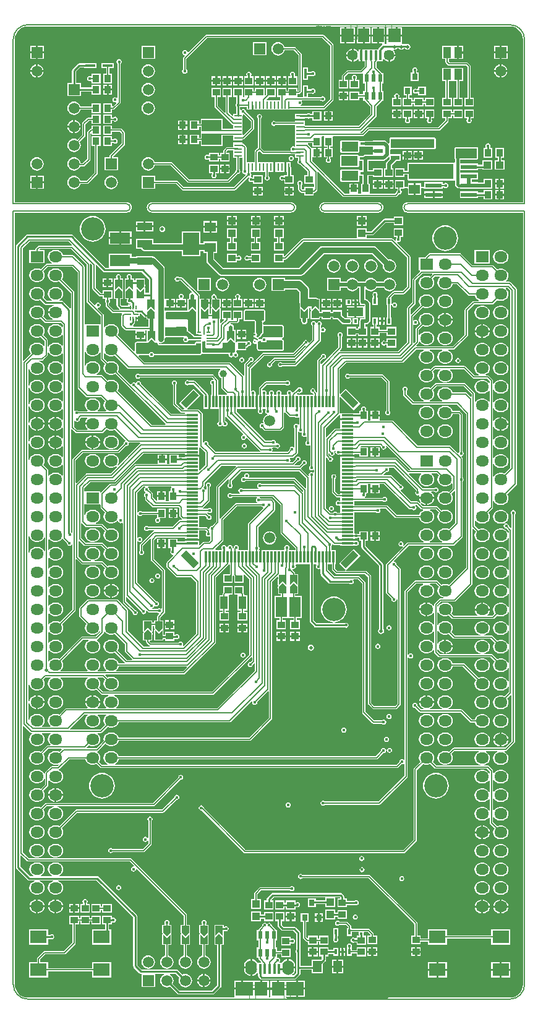
<source format=gtl>
%FSLAX25Y25*%
%MOIN*%
G70*
G01*
G75*
G04 Layer_Physical_Order=1*
G04 Layer_Color=255*
%ADD10R,0.01575X0.05315*%
%ADD11R,0.07087X0.07480*%
%ADD12R,0.05906X0.07480*%
%ADD13R,0.03937X0.03937*%
%ADD14C,0.03937*%
%ADD15R,0.04724X0.02362*%
%ADD16R,0.03937X0.00787*%
%ADD17R,0.00787X0.03937*%
%ADD18R,0.03937X0.07087*%
%ADD19R,0.02362X0.04331*%
%ADD20R,0.01600X0.03000*%
%ADD21R,0.06496X0.01181*%
%ADD22R,0.01181X0.06496*%
G04:AMPARAMS|DCode=23|XSize=39.37mil|YSize=98.43mil|CornerRadius=0mil|HoleSize=0mil|Usage=FLASHONLY|Rotation=135.000|XOffset=0mil|YOffset=0mil|HoleType=Round|Shape=Rectangle|*
%AMROTATEDRECTD23*
4,1,4,0.04872,0.02088,-0.02088,-0.04872,-0.04872,-0.02088,0.02088,0.04872,0.04872,0.02088,0.0*
%
%ADD23ROTATEDRECTD23*%

G04:AMPARAMS|DCode=24|XSize=39.37mil|YSize=98.43mil|CornerRadius=0mil|HoleSize=0mil|Usage=FLASHONLY|Rotation=225.000|XOffset=0mil|YOffset=0mil|HoleType=Round|Shape=Rectangle|*
%AMROTATEDRECTD24*
4,1,4,-0.02088,0.04872,0.04872,-0.02088,0.02088,-0.04872,-0.04872,0.02088,-0.02088,0.04872,0.0*
%
%ADD24ROTATEDRECTD24*%

%ADD25R,0.08661X0.02362*%
%ADD26R,0.01772X0.01969*%
%ADD27R,0.07874X0.04724*%
%ADD28R,0.08000X0.04000*%
%ADD29R,0.09000X0.12000*%
%ADD30R,0.04331X0.05906*%
%ADD31R,0.01575X0.05315*%
%ADD32R,0.06000X0.05000*%
%ADD33R,0.11024X0.05906*%
%ADD34R,0.10630X0.05906*%
%ADD35R,0.09055X0.07087*%
%ADD36R,0.03150X0.03543*%
%ADD37R,0.07874X0.02362*%
%ADD38R,0.03937X0.03543*%
%ADD39R,0.04000X0.03200*%
%ADD40C,0.00906*%
%ADD41R,0.01969X0.00984*%
%ADD42R,0.00984X0.01969*%
%ADD43R,0.03543X0.03937*%
%ADD44R,0.05315X0.01575*%
%ADD45R,0.03937X0.03937*%
%ADD46R,0.05906X0.10630*%
%ADD47R,0.05000X0.06000*%
%ADD48C,0.01000*%
%ADD49C,0.03000*%
%ADD50C,0.02000*%
%ADD51C,0.00500*%
%ADD52C,0.00800*%
%ADD53C,0.00900*%
%ADD54C,0.00600*%
%ADD55C,0.04000*%
%ADD56C,0.00610*%
%ADD57C,0.01600*%
%ADD58R,0.09000X0.05500*%
%ADD59R,0.11400X0.05400*%
%ADD60R,0.24300X0.08400*%
%ADD61R,0.23700X0.05006*%
%ADD62C,0.00394*%
%ADD63C,0.00197*%
%ADD64O,0.06299X0.07874*%
%ADD65R,0.09449X0.07480*%
%ADD66C,0.05709*%
%ADD67O,0.07087X0.05906*%
%ADD68R,0.07087X0.05906*%
%ADD69C,0.05906*%
%ADD70R,0.05906X0.05906*%
%ADD71R,0.05906X0.05906*%
%ADD72C,0.12598*%
%ADD73C,0.01500*%
%ADD74C,0.01600*%
%ADD75C,0.02000*%
G36*
X226288Y303960D02*
X227603Y303561D01*
X228815Y302913D01*
X229876Y302042D01*
X230748Y300980D01*
X231396Y299768D01*
X231794Y298454D01*
X231929Y297088D01*
Y297088D01*
Y297088D01*
X231929D01*
X231929Y297088D01*
X231929Y297088D01*
X231929Y297088D01*
X231929Y297087D01*
X231929Y297087D01*
D01*
D01*
D01*
D01*
X231929Y297087D01*
Y209371D01*
X169803D01*
Y209378D01*
X169067Y209281D01*
X168382Y208997D01*
X167793Y208546D01*
X167341Y207957D01*
X167057Y207271D01*
X166960Y206535D01*
X167057Y205800D01*
X167341Y205114D01*
X167793Y204525D01*
X168382Y204074D01*
X169067Y203789D01*
X169803Y203693D01*
Y203700D01*
X231929D01*
Y-212033D01*
X231913Y-212110D01*
X231913D01*
X231914Y-212110D01*
X231779Y-213477D01*
X231380Y-214792D01*
X230733Y-216003D01*
X229861Y-217065D01*
X228799Y-217937D01*
X227588Y-218584D01*
X226273Y-218983D01*
X224906Y-219118D01*
X224906Y-219117D01*
Y-219117D01*
X224803Y-219138D01*
X159800D01*
X159468Y-219204D01*
X159187Y-219392D01*
X158999Y-219673D01*
X158990Y-219722D01*
X104807Y-219705D01*
X104801Y-219673D01*
X104613Y-219392D01*
X104332Y-219204D01*
X104043Y-219146D01*
X104092Y-218649D01*
X109664D01*
Y-214309D01*
Y-209968D01*
X100427D01*
Y-214309D01*
X99928D01*
Y-214809D01*
X95784D01*
Y-218649D01*
X95784D01*
Y-218784D01*
X95431Y-219138D01*
X95016D01*
Y-218649D01*
X95016D01*
Y-214809D01*
X90872D01*
Y-214309D01*
X90372D01*
Y-209968D01*
X81136D01*
Y-214309D01*
X80636D01*
Y-214809D01*
X76296D01*
Y-218649D01*
X76296D01*
Y-218784D01*
X75942Y-219138D01*
X-34899D01*
X-34921Y-219133D01*
Y-219133D01*
X-34922Y-219134D01*
X-36288Y-218999D01*
X-37603Y-218600D01*
X-38815Y-217953D01*
X-39876Y-217081D01*
X-40748Y-216019D01*
X-41396Y-214808D01*
X-41794Y-213493D01*
X-41929Y-212127D01*
X-41929Y-212126D01*
Y203700D01*
X18221D01*
X18228Y203693D01*
D01*
X18228Y203693D01*
D01*
D01*
X18228Y203693D01*
X18287Y203700D01*
X18287Y203700D01*
X18287Y203700D01*
X18287D01*
X18287D01*
D01*
X18964Y203789D01*
X19650Y204074D01*
X20238Y204525D01*
X20690Y205114D01*
X20974Y205800D01*
X21071Y206535D01*
X20974Y207271D01*
X20690Y207957D01*
X20238Y208546D01*
X19650Y208997D01*
X18964Y209281D01*
X18286Y209371D01*
D01*
D01*
D01*
Y209371D01*
X18286Y209371D01*
X18228Y209378D01*
X18228D01*
Y209378D01*
X18221Y209371D01*
X-41929D01*
Y297087D01*
X-41929Y297088D01*
X-41794Y298454D01*
X-41396Y299768D01*
X-40748Y300980D01*
X-39876Y302042D01*
X-38815Y302913D01*
X-37603Y303561D01*
X-36288Y303960D01*
X-34923Y304094D01*
X-34923Y304094D01*
Y304094D01*
D01*
D01*
X-34923Y304094D01*
X-34923Y304094D01*
X-34921Y304094D01*
X-34921Y304094D01*
D01*
X-34921Y304094D01*
X224921D01*
X224921Y304094D01*
D01*
X224921Y304094D01*
D01*
X224921D01*
X224921Y304094D01*
X224922Y304094D01*
X224923D01*
D01*
D01*
Y304094D01*
D01*
Y304094D01*
X226288Y303960D01*
D02*
G37*
%LPC*%
G36*
X139100Y132950D02*
X137031D01*
Y131079D01*
X139100D01*
Y132950D01*
D02*
G37*
G36*
X148068Y132950D02*
X146000D01*
Y131079D01*
X148068D01*
Y132950D01*
D02*
G37*
G36*
X145000D02*
X142931D01*
Y131079D01*
X145000D01*
Y132950D01*
D02*
G37*
G36*
X154769Y135822D02*
X152700D01*
Y133950D01*
X154769D01*
Y135822D01*
D02*
G37*
G36*
X151700D02*
X149632D01*
Y133950D01*
X151700D01*
Y135822D01*
D02*
G37*
G36*
X142168Y132950D02*
X140100D01*
Y131079D01*
X142168D01*
Y132950D01*
D02*
G37*
G36*
X154769Y132950D02*
X152700D01*
Y131079D01*
X154769D01*
Y132950D01*
D02*
G37*
G36*
X210591Y13483D02*
X209409D01*
X208482Y13361D01*
X207618Y13003D01*
X206876Y12434D01*
X206306Y11692D01*
X205948Y10827D01*
X205826Y9900D01*
X205948Y8973D01*
X206306Y8108D01*
X206876Y7366D01*
X207618Y6797D01*
X208482Y6439D01*
X209409Y6317D01*
X210591D01*
X211518Y6439D01*
X212382Y6797D01*
X213124Y7366D01*
X213694Y8108D01*
X214052Y8973D01*
X214174Y9900D01*
X214052Y10827D01*
X213694Y11692D01*
X213124Y12434D01*
X212382Y13003D01*
X211518Y13361D01*
X210591Y13483D01*
D02*
G37*
G36*
Y3483D02*
X209409D01*
X208482Y3361D01*
X207618Y3003D01*
X206876Y2434D01*
X206306Y1692D01*
X205948Y827D01*
X205826Y-100D01*
X205948Y-1027D01*
X206306Y-1892D01*
X206876Y-2634D01*
X207618Y-3203D01*
X208482Y-3561D01*
X209409Y-3683D01*
X210591D01*
X211518Y-3561D01*
X212382Y-3203D01*
X213124Y-2634D01*
X213694Y-1892D01*
X214052Y-1027D01*
X214174Y-100D01*
X214052Y827D01*
X213694Y1692D01*
X213124Y2434D01*
X212382Y3003D01*
X211518Y3361D01*
X210591Y3483D01*
D02*
G37*
G36*
X179500Y-6417D02*
X179409D01*
X178482Y-6539D01*
X177618Y-6897D01*
X176876Y-7466D01*
X176306Y-8208D01*
X175948Y-9072D01*
X175892Y-9500D01*
X179500D01*
Y-6417D01*
D02*
G37*
G36*
X151700Y132950D02*
X149632D01*
Y131079D01*
X151700D01*
Y132950D01*
D02*
G37*
G36*
X80477Y125800D02*
X79950Y125695D01*
X79504Y125397D01*
X79205Y124950D01*
X79100Y124423D01*
X79205Y123897D01*
X79504Y123450D01*
X79950Y123152D01*
X80477Y123047D01*
X81003Y123152D01*
X81450Y123450D01*
X81748Y123897D01*
X81853Y124423D01*
X81748Y124950D01*
X81450Y125397D01*
X81003Y125695D01*
X80477Y125800D01*
D02*
G37*
G36*
X210591Y23483D02*
X209409D01*
X208482Y23361D01*
X207618Y23003D01*
X206876Y22434D01*
X206306Y21692D01*
X205948Y20827D01*
X205826Y19900D01*
X205948Y18973D01*
X206306Y18108D01*
X206876Y17366D01*
X207618Y16797D01*
X208482Y16439D01*
X209409Y16317D01*
X210591D01*
X211518Y16439D01*
X212382Y16797D01*
X213124Y17366D01*
X213694Y18108D01*
X214052Y18973D01*
X214174Y19900D01*
X214052Y20827D01*
X213694Y21692D01*
X213124Y22434D01*
X212382Y23003D01*
X211518Y23361D01*
X210591Y23483D01*
D02*
G37*
G36*
X145000Y135822D02*
X142931D01*
Y133950D01*
X145000D01*
Y135822D01*
D02*
G37*
G36*
X155450Y144785D02*
X154550D01*
Y143185D01*
X155450D01*
Y144785D01*
D02*
G37*
G36*
X82868Y140496D02*
X80800D01*
Y138625D01*
X82868D01*
Y140496D01*
D02*
G37*
G36*
X79800D02*
X77732D01*
Y138625D01*
X79800D01*
Y140496D01*
D02*
G37*
G36*
X143186Y146866D02*
X140214D01*
Y143698D01*
X143186D01*
Y146866D01*
D02*
G37*
G36*
X103553Y168553D02*
X96447D01*
Y161447D01*
X103553D01*
Y162378D01*
X110099D01*
X111478Y160999D01*
Y155375D01*
X111567Y154696D01*
X111600Y154616D01*
Y154474D01*
X111559Y154375D01*
Y153375D01*
X111559Y153375D01*
X111600Y153276D01*
Y153275D01*
X111600D01*
X111671Y153104D01*
X111717Y152992D01*
X111717Y152992D01*
X111756Y152953D01*
X111717Y152758D01*
X111717Y152758D01*
X111717Y152758D01*
X111559Y152375D01*
X111559Y152375D01*
Y149375D01*
X111600Y149276D01*
Y146525D01*
X112469D01*
Y145200D01*
X112469Y145200D01*
X112469D01*
X112593Y144576D01*
X112946Y144046D01*
X113476Y143693D01*
X114100Y143569D01*
X114724Y143693D01*
X115253Y144046D01*
X115607Y144576D01*
X115731Y145200D01*
Y146525D01*
X116600D01*
Y149276D01*
X116641Y149375D01*
Y152375D01*
D01*
X116641Y152375D01*
X116641Y152375D01*
X116893Y152753D01*
X117459D01*
Y151525D01*
X117459Y151525D01*
X117617Y151142D01*
X117617Y151142D01*
X117617D01*
X117656Y150947D01*
X117617Y150908D01*
X117500Y150625D01*
X117500D01*
Y150625D01*
X117459Y150525D01*
X117459Y150525D01*
Y149525D01*
X117500Y149425D01*
Y146425D01*
X122500D01*
Y147119D01*
X123331D01*
Y146379D01*
X128469D01*
Y147119D01*
X129232D01*
Y146379D01*
X131865D01*
X134115Y144128D01*
X134644Y143775D01*
X135269Y143650D01*
X137960D01*
X138197Y143698D01*
X139446D01*
Y144626D01*
X139467Y144658D01*
X139591Y145282D01*
X139467Y145906D01*
X139446Y145938D01*
Y146866D01*
X138197D01*
X137960Y146913D01*
X135944D01*
X134369Y148489D01*
Y151122D01*
X129232D01*
Y150382D01*
X128469D01*
Y151122D01*
X123331D01*
Y150382D01*
X122828D01*
X122541Y150525D01*
X122541D01*
X122500Y150625D01*
Y150625D01*
X122500D01*
X122410Y150841D01*
X122383Y150908D01*
X122383D01*
Y150908D01*
X122344Y150947D01*
X122383Y151142D01*
X122383Y151142D01*
X122383Y151142D01*
X122541Y151525D01*
X122541Y151525D01*
Y154525D01*
X122500Y154624D01*
Y155205D01*
X122522Y155375D01*
X122500Y155545D01*
Y157375D01*
X121565D01*
X121211Y157646D01*
X120579Y157908D01*
X119900Y157998D01*
X116722D01*
Y162085D01*
X116723Y162085D01*
X116633Y162764D01*
X116371Y163396D01*
X115954Y163939D01*
X115954Y163939D01*
X113039Y166854D01*
X112496Y167271D01*
X111864Y167533D01*
X111185Y167622D01*
X111185Y167622D01*
X103553D01*
Y168553D01*
D02*
G37*
G36*
X157350Y144785D02*
X156450D01*
Y143185D01*
X157350D01*
Y144785D01*
D02*
G37*
G36*
X153609Y147385D02*
X150809D01*
Y143185D01*
X151343D01*
Y142121D01*
X149632D01*
Y137378D01*
X154769D01*
Y138883D01*
X158431D01*
Y137378D01*
X163568D01*
Y142121D01*
X158431D01*
Y140616D01*
X154769D01*
Y142121D01*
X153076D01*
Y143185D01*
X153609D01*
Y147385D01*
D02*
G37*
G36*
X142168Y135822D02*
X140100D01*
Y133950D01*
X142168D01*
Y135822D01*
D02*
G37*
G36*
X139100D02*
X137031D01*
Y133950D01*
X139100D01*
Y135822D01*
D02*
G37*
G36*
X148068Y135822D02*
X146000D01*
Y133950D01*
X148068D01*
Y135822D01*
D02*
G37*
G36*
X82868Y137625D02*
X80800D01*
Y135753D01*
X82868D01*
Y137625D01*
D02*
G37*
G36*
X79800D02*
X77732D01*
Y135753D01*
X79800D01*
Y137625D01*
D02*
G37*
G36*
X163568Y135822D02*
X158431D01*
Y134317D01*
X157945D01*
X157873Y134424D01*
X157427Y134722D01*
X156900Y134827D01*
X156373Y134722D01*
X155927Y134424D01*
X155628Y133977D01*
X155524Y133450D01*
X155628Y132924D01*
X155927Y132477D01*
X156373Y132179D01*
X156900Y132074D01*
X157427Y132179D01*
X157873Y132477D01*
X157945Y132584D01*
X158431D01*
Y131079D01*
X163568D01*
Y135822D01*
D02*
G37*
G36*
X190591Y-76417D02*
X189409D01*
X188482Y-76539D01*
X187618Y-76897D01*
X186876Y-77466D01*
X186306Y-78208D01*
X185948Y-79073D01*
X185826Y-80000D01*
X185948Y-80927D01*
X186306Y-81792D01*
X186876Y-82534D01*
X187618Y-83103D01*
X188482Y-83461D01*
X189409Y-83583D01*
X190591D01*
X191518Y-83461D01*
X192382Y-83103D01*
X193124Y-82534D01*
X193694Y-81792D01*
X194052Y-80927D01*
X194174Y-80000D01*
X194052Y-79073D01*
X193694Y-78208D01*
X193124Y-77466D01*
X192382Y-76897D01*
X191518Y-76539D01*
X190591Y-76417D01*
D02*
G37*
G36*
X180591D02*
X179409D01*
X178482Y-76539D01*
X177618Y-76897D01*
X176876Y-77466D01*
X176306Y-78208D01*
X175948Y-79073D01*
X175826Y-80000D01*
X175948Y-80927D01*
X176306Y-81792D01*
X176876Y-82534D01*
X177618Y-83103D01*
X178482Y-83461D01*
X179409Y-83583D01*
X180591D01*
X181518Y-83461D01*
X182382Y-83103D01*
X183124Y-82534D01*
X183694Y-81792D01*
X184052Y-80927D01*
X184174Y-80000D01*
X184052Y-79073D01*
X183694Y-78208D01*
X183124Y-77466D01*
X182382Y-76897D01*
X181518Y-76539D01*
X180591Y-76417D01*
D02*
G37*
G36*
X224108Y-80600D02*
X220500D01*
Y-83683D01*
X220590D01*
X221518Y-83561D01*
X222382Y-83203D01*
X223124Y-82634D01*
X223694Y-81892D01*
X224052Y-81027D01*
X224108Y-80600D01*
D02*
G37*
G36*
X220590Y-66517D02*
X219409D01*
X218482Y-66639D01*
X217618Y-66997D01*
X216876Y-67566D01*
X216306Y-68308D01*
X215948Y-69173D01*
X215826Y-70100D01*
X215948Y-71027D01*
X216306Y-71892D01*
X216876Y-72634D01*
X217618Y-73203D01*
X218482Y-73561D01*
X219409Y-73683D01*
X220590D01*
X221518Y-73561D01*
X222382Y-73203D01*
X223124Y-72634D01*
X223694Y-71892D01*
X224052Y-71027D01*
X224174Y-70100D01*
X224052Y-69173D01*
X223694Y-68308D01*
X223124Y-67566D01*
X222382Y-66997D01*
X221518Y-66639D01*
X220590Y-66517D01*
D02*
G37*
G36*
Y-76517D02*
X220500D01*
Y-79600D01*
X224108D01*
X224052Y-79173D01*
X223694Y-78308D01*
X223124Y-77566D01*
X222382Y-76997D01*
X221518Y-76639D01*
X220590Y-76517D01*
D02*
G37*
G36*
X219500D02*
X219409D01*
X218482Y-76639D01*
X217618Y-76997D01*
X216876Y-77566D01*
X216306Y-78308D01*
X215948Y-79173D01*
X215892Y-79600D01*
X219500D01*
Y-76517D01*
D02*
G37*
G36*
Y-80600D02*
X215892D01*
X215948Y-81027D01*
X216306Y-81892D01*
X216876Y-82634D01*
X217618Y-83203D01*
X218482Y-83561D01*
X219409Y-83683D01*
X219500D01*
Y-80600D01*
D02*
G37*
G36*
X-20500Y-106417D02*
X-20591D01*
X-21518Y-106539D01*
X-22382Y-106897D01*
X-23124Y-107466D01*
X-23694Y-108208D01*
X-24052Y-109073D01*
X-24108Y-109500D01*
X-20500D01*
Y-106417D01*
D02*
G37*
G36*
X185000Y-98067D02*
X183648Y-98201D01*
X182347Y-98595D01*
X181149Y-99236D01*
X180098Y-100098D01*
X179236Y-101148D01*
X178595Y-102347D01*
X178201Y-103647D01*
X178067Y-105000D01*
X178201Y-106352D01*
X178595Y-107653D01*
X179236Y-108852D01*
X180098Y-109902D01*
X181149Y-110764D01*
X182347Y-111405D01*
X183648Y-111799D01*
X185000Y-111933D01*
X186353Y-111799D01*
X187653Y-111405D01*
X188851Y-110764D01*
X189902Y-109902D01*
X190764Y-108852D01*
X191405Y-107653D01*
X191799Y-106352D01*
X191933Y-105000D01*
X191799Y-103647D01*
X191405Y-102347D01*
X190764Y-101148D01*
X189902Y-100098D01*
X188851Y-99236D01*
X187653Y-98595D01*
X186353Y-98201D01*
X185000Y-98067D01*
D02*
G37*
G36*
X5000D02*
X3647Y-98201D01*
X2347Y-98595D01*
X1149Y-99236D01*
X98Y-100098D01*
X-764Y-101148D01*
X-1405Y-102347D01*
X-1799Y-103647D01*
X-1933Y-105000D01*
X-1799Y-106352D01*
X-1405Y-107653D01*
X-764Y-108852D01*
X98Y-109902D01*
X1149Y-110764D01*
X2347Y-111405D01*
X3647Y-111799D01*
X5000Y-111933D01*
X6352Y-111799D01*
X7653Y-111405D01*
X8851Y-110764D01*
X9902Y-109902D01*
X10764Y-108852D01*
X11405Y-107653D01*
X11799Y-106352D01*
X11933Y-105000D01*
X11799Y-103647D01*
X11405Y-102347D01*
X10764Y-101148D01*
X9902Y-100098D01*
X8851Y-99236D01*
X7653Y-98595D01*
X6352Y-98201D01*
X5000Y-98067D01*
D02*
G37*
G36*
X210591Y-76517D02*
X209409D01*
X208482Y-76639D01*
X207618Y-76997D01*
X206876Y-77566D01*
X206306Y-78308D01*
X205948Y-79173D01*
X205826Y-80100D01*
X205948Y-81027D01*
X206306Y-81892D01*
X206876Y-82634D01*
X207618Y-83203D01*
X208482Y-83561D01*
X209409Y-83683D01*
X210591D01*
X211518Y-83561D01*
X212382Y-83203D01*
X213124Y-82634D01*
X213694Y-81892D01*
X214052Y-81027D01*
X214174Y-80100D01*
X214052Y-79173D01*
X213694Y-78308D01*
X213124Y-77566D01*
X212382Y-76997D01*
X211518Y-76639D01*
X210591Y-76517D01*
D02*
G37*
G36*
X47500Y-99124D02*
X46973Y-99228D01*
X46527Y-99527D01*
X46228Y-99973D01*
X46124Y-100500D01*
X46149Y-100626D01*
X32541Y-114233D01*
X-25100D01*
X-25432Y-114299D01*
X-25713Y-114487D01*
X-27975Y-116749D01*
X-28482Y-116539D01*
X-29409Y-116417D01*
X-30591D01*
X-31518Y-116539D01*
X-32382Y-116897D01*
X-33124Y-117466D01*
X-33694Y-118208D01*
X-34052Y-119073D01*
X-34174Y-120000D01*
X-34052Y-120927D01*
X-33694Y-121792D01*
X-33124Y-122534D01*
X-32382Y-123103D01*
X-31518Y-123461D01*
X-30591Y-123583D01*
X-29409D01*
X-28482Y-123461D01*
X-27618Y-123103D01*
X-26876Y-122534D01*
X-26306Y-121792D01*
X-25948Y-120927D01*
X-25826Y-120000D01*
X-25948Y-119073D01*
X-26306Y-118208D01*
X-26600Y-117825D01*
X-24741Y-115967D01*
X-20995D01*
X-20963Y-116466D01*
X-21518Y-116539D01*
X-22382Y-116897D01*
X-23124Y-117466D01*
X-23694Y-118208D01*
X-24052Y-119073D01*
X-24174Y-120000D01*
X-24052Y-120927D01*
X-23694Y-121792D01*
X-23124Y-122534D01*
X-22382Y-123103D01*
X-21518Y-123461D01*
X-20591Y-123583D01*
X-19410D01*
X-18482Y-123461D01*
X-17618Y-123103D01*
X-16876Y-122534D01*
X-16306Y-121792D01*
X-15948Y-120927D01*
X-15826Y-120000D01*
X-15948Y-119073D01*
X-16306Y-118208D01*
X-16876Y-117466D01*
X-17618Y-116897D01*
X-18482Y-116539D01*
X-19037Y-116466D01*
X-19005Y-115967D01*
X32900D01*
X33232Y-115901D01*
X33513Y-115713D01*
X33513Y-115713D01*
X33513Y-115713D01*
X47374Y-101851D01*
X47500Y-101876D01*
X48027Y-101772D01*
X48473Y-101473D01*
X48772Y-101027D01*
X48876Y-100500D01*
X48772Y-99973D01*
X48473Y-99527D01*
X48027Y-99228D01*
X47500Y-99124D01*
D02*
G37*
G36*
X-19410Y-106417D02*
X-19500D01*
Y-109500D01*
X-15892D01*
X-15948Y-109073D01*
X-16306Y-108208D01*
X-16876Y-107466D01*
X-17618Y-106897D01*
X-18482Y-106539D01*
X-19410Y-106417D01*
D02*
G37*
G36*
X180591Y-66417D02*
X179409D01*
X178482Y-66539D01*
X177618Y-66897D01*
X176876Y-67466D01*
X176306Y-68208D01*
X175948Y-69073D01*
X175826Y-70000D01*
X175948Y-70927D01*
X176306Y-71792D01*
X176876Y-72534D01*
X177618Y-73103D01*
X178482Y-73461D01*
X179409Y-73583D01*
X180591D01*
X181518Y-73461D01*
X182382Y-73103D01*
X183124Y-72534D01*
X183694Y-71792D01*
X184052Y-70927D01*
X184174Y-70000D01*
X184052Y-69073D01*
X183694Y-68208D01*
X183124Y-67466D01*
X182382Y-66897D01*
X181518Y-66539D01*
X180591Y-66417D01*
D02*
G37*
G36*
Y-36417D02*
X179409D01*
X178482Y-36539D01*
X177618Y-36897D01*
X176876Y-37466D01*
X176306Y-38208D01*
X175948Y-39073D01*
X175826Y-40000D01*
X175948Y-40927D01*
X176306Y-41792D01*
X176876Y-42534D01*
X177618Y-43103D01*
X178482Y-43461D01*
X179409Y-43583D01*
X180591D01*
X181518Y-43461D01*
X182382Y-43103D01*
X183124Y-42534D01*
X183694Y-41792D01*
X184052Y-40927D01*
X184174Y-40000D01*
X184052Y-39073D01*
X183694Y-38208D01*
X183124Y-37466D01*
X182382Y-36897D01*
X181518Y-36539D01*
X180591Y-36417D01*
D02*
G37*
G36*
X210591Y-36517D02*
X209409D01*
X208482Y-36639D01*
X207618Y-36997D01*
X206876Y-37566D01*
X206306Y-38308D01*
X205948Y-39173D01*
X205826Y-40100D01*
X205948Y-41027D01*
X206306Y-41892D01*
X206876Y-42634D01*
X207618Y-43203D01*
X208482Y-43561D01*
X209409Y-43683D01*
X210591D01*
X211518Y-43561D01*
X212382Y-43203D01*
X213124Y-42634D01*
X213694Y-41892D01*
X214052Y-41027D01*
X214174Y-40100D01*
X214052Y-39173D01*
X213694Y-38308D01*
X213124Y-37566D01*
X212382Y-36997D01*
X211518Y-36639D01*
X210591Y-36517D01*
D02*
G37*
G36*
X190591Y-46417D02*
X189409D01*
X188482Y-46539D01*
X187618Y-46897D01*
X186876Y-47466D01*
X186306Y-48208D01*
X185948Y-49073D01*
X185826Y-50000D01*
X185948Y-50927D01*
X186306Y-51792D01*
X186876Y-52534D01*
X187618Y-53103D01*
X188482Y-53461D01*
X189409Y-53583D01*
X190591D01*
X191518Y-53461D01*
X192382Y-53103D01*
X193124Y-52534D01*
X193694Y-51792D01*
X194052Y-50927D01*
X194174Y-50000D01*
X194052Y-49073D01*
X193694Y-48208D01*
X193124Y-47466D01*
X192382Y-46897D01*
X191518Y-46539D01*
X190591Y-46417D01*
D02*
G37*
G36*
X210591Y-6517D02*
X210500D01*
Y-9600D01*
X214108D01*
X214052Y-9172D01*
X213694Y-8308D01*
X213124Y-7566D01*
X212382Y-6997D01*
X211518Y-6639D01*
X210591Y-6517D01*
D02*
G37*
G36*
X209500D02*
X209409D01*
X208482Y-6639D01*
X207618Y-6997D01*
X206876Y-7566D01*
X206306Y-8308D01*
X205948Y-9172D01*
X205892Y-9600D01*
X209500D01*
Y-6517D01*
D02*
G37*
G36*
X179500Y-10500D02*
X175892D01*
X175948Y-10927D01*
X176306Y-11792D01*
X176876Y-12534D01*
X177618Y-13103D01*
X178482Y-13461D01*
X179409Y-13583D01*
X179500D01*
Y-10500D01*
D02*
G37*
G36*
X180591Y-46417D02*
X179409D01*
X178482Y-46539D01*
X177618Y-46897D01*
X176876Y-47466D01*
X176306Y-48208D01*
X175948Y-49073D01*
X175826Y-50000D01*
X175948Y-50927D01*
X176306Y-51792D01*
X176876Y-52534D01*
X177618Y-53103D01*
X178482Y-53461D01*
X179409Y-53583D01*
X180591D01*
X181518Y-53461D01*
X182382Y-53103D01*
X183124Y-52534D01*
X183694Y-51792D01*
X184052Y-50927D01*
X184174Y-50000D01*
X184052Y-49073D01*
X183694Y-48208D01*
X183124Y-47466D01*
X182382Y-46897D01*
X181518Y-46539D01*
X180591Y-46417D01*
D02*
G37*
G36*
X210591Y-56517D02*
X209409D01*
X208482Y-56639D01*
X207618Y-56997D01*
X206876Y-57566D01*
X206306Y-58308D01*
X205948Y-59173D01*
X205826Y-60100D01*
X205948Y-61027D01*
X206306Y-61892D01*
X206876Y-62634D01*
X207618Y-63203D01*
X208482Y-63561D01*
X209409Y-63683D01*
X210591D01*
X211518Y-63561D01*
X212382Y-63203D01*
X213124Y-62634D01*
X213694Y-61892D01*
X214052Y-61027D01*
X214174Y-60100D01*
X214052Y-59173D01*
X213694Y-58308D01*
X213124Y-57566D01*
X212382Y-56997D01*
X211518Y-56639D01*
X210591Y-56517D01*
D02*
G37*
G36*
X190591Y-56417D02*
X189409D01*
X188482Y-56539D01*
X187618Y-56897D01*
X186876Y-57466D01*
X186306Y-58208D01*
X185948Y-59073D01*
X185826Y-60000D01*
X185948Y-60927D01*
X186306Y-61792D01*
X186876Y-62534D01*
X187618Y-63103D01*
X188310Y-63390D01*
X188213Y-63881D01*
X181787D01*
X181690Y-63390D01*
X182382Y-63103D01*
X183124Y-62534D01*
X183694Y-61792D01*
X184052Y-60927D01*
X184108Y-60500D01*
X175892D01*
X175948Y-60927D01*
X176306Y-61792D01*
X176876Y-62534D01*
X177618Y-63103D01*
X178310Y-63390D01*
X178213Y-63881D01*
X177106D01*
X175051Y-61826D01*
X175076Y-61700D01*
X174972Y-61173D01*
X174673Y-60727D01*
X174227Y-60428D01*
X173700Y-60324D01*
X173173Y-60428D01*
X172727Y-60727D01*
X172428Y-61173D01*
X172324Y-61700D01*
X172428Y-62227D01*
X172727Y-62673D01*
X173173Y-62972D01*
X173700Y-63076D01*
X173826Y-63051D01*
X176134Y-65360D01*
X176416Y-65548D01*
X176747Y-65614D01*
X198288D01*
X203387Y-70713D01*
X203668Y-70901D01*
X204000Y-70967D01*
X205940D01*
X205948Y-71027D01*
X206306Y-71892D01*
X206876Y-72634D01*
X207618Y-73203D01*
X208482Y-73561D01*
X209409Y-73683D01*
X210591D01*
X211518Y-73561D01*
X212382Y-73203D01*
X213124Y-72634D01*
X213694Y-71892D01*
X214052Y-71027D01*
X214174Y-70100D01*
X214052Y-69173D01*
X213694Y-68308D01*
X213124Y-67566D01*
X212382Y-66997D01*
X211518Y-66639D01*
X210591Y-66517D01*
X209409D01*
X208482Y-66639D01*
X207618Y-66997D01*
X206876Y-67566D01*
X206306Y-68308D01*
X205948Y-69173D01*
X205940Y-69233D01*
X204359D01*
X199260Y-64134D01*
X198979Y-63947D01*
X198647Y-63881D01*
X191787D01*
X191690Y-63390D01*
X192382Y-63103D01*
X193124Y-62534D01*
X193694Y-61792D01*
X194052Y-60927D01*
X194174Y-60000D01*
X194052Y-59073D01*
X193694Y-58208D01*
X193124Y-57466D01*
X192382Y-56897D01*
X191518Y-56539D01*
X190591Y-56417D01*
D02*
G37*
G36*
Y-66417D02*
X189409D01*
X188482Y-66539D01*
X187618Y-66897D01*
X186876Y-67466D01*
X186306Y-68208D01*
X185948Y-69073D01*
X185826Y-70000D01*
X185948Y-70927D01*
X186306Y-71792D01*
X186876Y-72534D01*
X187618Y-73103D01*
X188482Y-73461D01*
X189409Y-73583D01*
X190591D01*
X191518Y-73461D01*
X192382Y-73103D01*
X193124Y-72534D01*
X193694Y-71792D01*
X194052Y-70927D01*
X194174Y-70000D01*
X194052Y-69073D01*
X193694Y-68208D01*
X193124Y-67466D01*
X192382Y-66897D01*
X191518Y-66539D01*
X190591Y-66417D01*
D02*
G37*
G36*
Y-36417D02*
X189409D01*
X188482Y-36539D01*
X187618Y-36897D01*
X186876Y-37466D01*
X186306Y-38208D01*
X185948Y-39073D01*
X185826Y-40000D01*
X185948Y-40927D01*
X186306Y-41792D01*
X186876Y-42534D01*
X187618Y-43103D01*
X188482Y-43461D01*
X189409Y-43583D01*
X190591D01*
X191518Y-43461D01*
X192382Y-43103D01*
X193124Y-42534D01*
X193694Y-41792D01*
X194052Y-40927D01*
X194060Y-40867D01*
X199541D01*
X206600Y-47925D01*
X206306Y-48308D01*
X205948Y-49173D01*
X205826Y-50100D01*
X205948Y-51027D01*
X206306Y-51892D01*
X206876Y-52634D01*
X207618Y-53203D01*
X208482Y-53561D01*
X209409Y-53683D01*
X210591D01*
X211518Y-53561D01*
X212382Y-53203D01*
X213124Y-52634D01*
X213694Y-51892D01*
X214052Y-51027D01*
X214174Y-50100D01*
X214052Y-49173D01*
X213694Y-48308D01*
X213124Y-47566D01*
X212382Y-46997D01*
X211518Y-46639D01*
X210591Y-46517D01*
X209409D01*
X208482Y-46639D01*
X207975Y-46849D01*
X200513Y-39387D01*
X200232Y-39199D01*
X199900Y-39133D01*
X194060D01*
X194052Y-39073D01*
X193694Y-38208D01*
X193124Y-37466D01*
X192382Y-36897D01*
X191518Y-36539D01*
X190591Y-36417D01*
D02*
G37*
G36*
X180591Y-56417D02*
X180500D01*
Y-59500D01*
X184108D01*
X184052Y-59073D01*
X183694Y-58208D01*
X183124Y-57466D01*
X182382Y-56897D01*
X181518Y-56539D01*
X180591Y-56417D01*
D02*
G37*
G36*
X179500D02*
X179409D01*
X178482Y-56539D01*
X177618Y-56897D01*
X176876Y-57466D01*
X176306Y-58208D01*
X175948Y-59073D01*
X175892Y-59500D01*
X179500D01*
Y-56417D01*
D02*
G37*
G36*
X141200Y157102D02*
X140214D01*
Y156018D01*
X141200D01*
Y157102D01*
D02*
G37*
G36*
X63000Y157275D02*
X61000D01*
Y155675D01*
X63000D01*
Y157275D01*
D02*
G37*
G36*
X134369Y157421D02*
X132300D01*
Y155550D01*
X134369D01*
Y157421D01*
D02*
G37*
G36*
X90000Y168583D02*
X89073Y168461D01*
X88208Y168103D01*
X87466Y167534D01*
X86897Y166792D01*
X86539Y165927D01*
X86417Y165000D01*
X86539Y164073D01*
X86897Y163208D01*
X87466Y162466D01*
X88208Y161897D01*
X89073Y161539D01*
X90000Y161417D01*
X90927Y161539D01*
X91792Y161897D01*
X92534Y162466D01*
X93103Y163208D01*
X93461Y164073D01*
X93583Y165000D01*
X93461Y165927D01*
X93103Y166792D01*
X92534Y167534D01*
X91792Y168103D01*
X90927Y168461D01*
X90000Y168583D01*
D02*
G37*
G36*
X70000D02*
X69073Y168461D01*
X68208Y168103D01*
X67466Y167534D01*
X66897Y166792D01*
X66539Y165927D01*
X66417Y165000D01*
X66539Y164073D01*
X66897Y163208D01*
X67466Y162466D01*
X68208Y161897D01*
X69073Y161539D01*
X70000Y161417D01*
X70927Y161539D01*
X71792Y161897D01*
X72534Y162466D01*
X73103Y163208D01*
X73461Y164073D01*
X73583Y165000D01*
X73461Y165927D01*
X73103Y166792D01*
X72534Y167534D01*
X71792Y168103D01*
X70927Y168461D01*
X70000Y168583D01*
D02*
G37*
G36*
X143186Y157102D02*
X142200D01*
Y156018D01*
X143186D01*
Y157102D01*
D02*
G37*
G36*
X131300Y157421D02*
X129232D01*
Y155550D01*
X131300D01*
Y157421D01*
D02*
G37*
G36*
X89531Y157346D02*
X87462D01*
Y155475D01*
X89531D01*
Y157346D01*
D02*
G37*
G36*
X86551D02*
X84483D01*
Y155475D01*
X86551D01*
Y157346D01*
D02*
G37*
G36*
X83483D02*
X81414D01*
Y155475D01*
X83483D01*
Y157346D01*
D02*
G37*
G36*
X128469Y157421D02*
X126400D01*
Y155550D01*
X128469D01*
Y157421D01*
D02*
G37*
G36*
X125400D02*
X123331D01*
Y155550D01*
X125400D01*
Y157421D01*
D02*
G37*
G36*
X92599Y157346D02*
X90531D01*
Y155475D01*
X92599D01*
Y157346D01*
D02*
G37*
G36*
X63553Y168553D02*
X56447D01*
Y161447D01*
X63553D01*
Y168553D01*
D02*
G37*
G36*
X77668Y195222D02*
X72531D01*
Y190085D01*
X74208D01*
Y187918D01*
X72506D01*
Y183175D01*
X77643D01*
Y187918D01*
X75941D01*
Y190085D01*
X77668D01*
Y195222D01*
D02*
G37*
G36*
X190000Y196933D02*
X188647Y196799D01*
X187347Y196405D01*
X186149Y195764D01*
X185098Y194902D01*
X184236Y193851D01*
X183595Y192653D01*
X183201Y191352D01*
X183067Y190000D01*
X183201Y188647D01*
X183595Y187347D01*
X184236Y186149D01*
X185098Y185098D01*
X186149Y184236D01*
X187347Y183595D01*
X188647Y183201D01*
X190000Y183067D01*
X191352Y183201D01*
X192653Y183595D01*
X193851Y184236D01*
X194902Y185098D01*
X195764Y186149D01*
X196405Y187347D01*
X196799Y188647D01*
X196933Y190000D01*
X196799Y191352D01*
X196405Y192653D01*
X195764Y193851D01*
X194902Y194902D01*
X193851Y195764D01*
X192653Y196405D01*
X191352Y196799D01*
X190000Y196933D01*
D02*
G37*
G36*
X90368Y181622D02*
X85232D01*
Y180117D01*
X84242D01*
X84173Y180221D01*
X83727Y180519D01*
X83200Y180624D01*
X82673Y180519D01*
X82227Y180221D01*
X81928Y179774D01*
X81824Y179247D01*
X81928Y178720D01*
X82227Y178274D01*
X82673Y177976D01*
X83200Y177871D01*
X83727Y177976D01*
X84173Y178274D01*
X84247Y178384D01*
X85232D01*
Y176879D01*
X90368D01*
Y181622D01*
D02*
G37*
G36*
X14300Y189602D02*
X8688D01*
Y186550D01*
X14300D01*
Y189602D01*
D02*
G37*
G36*
X102969Y195222D02*
X97831D01*
Y190085D01*
X99533D01*
Y187921D01*
X97831D01*
Y183178D01*
X102969D01*
Y187921D01*
X101267D01*
Y190085D01*
X102969D01*
Y195222D01*
D02*
G37*
G36*
X90469D02*
X85331D01*
Y190085D01*
X86933D01*
Y187921D01*
X85232D01*
Y183178D01*
X90368D01*
Y187921D01*
X88667D01*
Y190085D01*
X90469D01*
Y195222D01*
D02*
G37*
G36*
X77643Y181619D02*
X72506D01*
Y176876D01*
X77643D01*
Y177898D01*
X78084Y178133D01*
X78320Y177976D01*
X78847Y177871D01*
X79374Y177976D01*
X79821Y178274D01*
X80119Y178720D01*
X80224Y179247D01*
X80119Y179774D01*
X79821Y180221D01*
X79374Y180519D01*
X78847Y180624D01*
X78320Y180519D01*
X78084Y180361D01*
X77643Y180597D01*
Y181619D01*
D02*
G37*
G36*
X140000Y178583D02*
X139073Y178461D01*
X138208Y178103D01*
X137466Y177534D01*
X136897Y176792D01*
X136539Y175927D01*
X136417Y175000D01*
X136539Y174073D01*
X136897Y173208D01*
X137466Y172466D01*
X138208Y171897D01*
X139073Y171539D01*
X140000Y171417D01*
X140927Y171539D01*
X141792Y171897D01*
X142534Y172466D01*
X143103Y173208D01*
X143461Y174073D01*
X143583Y175000D01*
X143461Y175927D01*
X143103Y176792D01*
X142534Y177534D01*
X141792Y178103D01*
X140927Y178461D01*
X140000Y178583D01*
D02*
G37*
G36*
X130000D02*
X129073Y178461D01*
X128208Y178103D01*
X127466Y177534D01*
X126897Y176792D01*
X126539Y175927D01*
X126417Y175000D01*
X126539Y174073D01*
X126897Y173208D01*
X127466Y172466D01*
X128208Y171897D01*
X129073Y171539D01*
X130000Y171417D01*
X130927Y171539D01*
X131792Y171897D01*
X132534Y172466D01*
X133103Y173208D01*
X133461Y174073D01*
X133583Y175000D01*
X133461Y175927D01*
X133103Y176792D01*
X132534Y177534D01*
X131792Y178103D01*
X130927Y178461D01*
X130000Y178583D01*
D02*
G37*
G36*
X160000Y168583D02*
X159073Y168461D01*
X158208Y168103D01*
X157466Y167534D01*
X156897Y166792D01*
X156830Y166631D01*
X153170D01*
X153103Y166792D01*
X152534Y167534D01*
X151792Y168103D01*
X150927Y168461D01*
X150000Y168583D01*
X149073Y168461D01*
X148208Y168103D01*
X147466Y167534D01*
X146897Y166792D01*
X146830Y166631D01*
X143170D01*
X143103Y166792D01*
X142534Y167534D01*
X141792Y168103D01*
X140927Y168461D01*
X140000Y168583D01*
X139073Y168461D01*
X138208Y168103D01*
X137466Y167534D01*
X136897Y166792D01*
X136830Y166631D01*
X133553D01*
Y168553D01*
X126447D01*
Y161447D01*
X133553D01*
Y163369D01*
X136830D01*
X136897Y163208D01*
X137466Y162466D01*
X138208Y161897D01*
X139073Y161539D01*
X140000Y161417D01*
X140927Y161539D01*
X141792Y161897D01*
X142534Y162466D01*
X143103Y163208D01*
X143170Y163369D01*
X143809D01*
Y155518D01*
X143933Y154894D01*
X143954Y154862D01*
Y153934D01*
X145203D01*
X145440Y153887D01*
X146506D01*
X146569Y153824D01*
X146377Y153362D01*
X146237D01*
X146215Y153362D01*
X146215Y153362D01*
Y153362D01*
X142200D01*
Y150400D01*
Y147438D01*
X146215D01*
X146215Y147438D01*
Y147438D01*
X146237Y147438D01*
X146569Y147106D01*
Y146913D01*
X145440D01*
X145203Y146866D01*
X143954D01*
Y145938D01*
X143933Y145906D01*
X143809Y145282D01*
X143869Y144981D01*
Y142121D01*
X142931D01*
Y141381D01*
X142168D01*
Y142121D01*
X137031D01*
Y137378D01*
X142168D01*
Y138118D01*
X142931D01*
Y137378D01*
X148068D01*
Y142121D01*
X147131D01*
Y143650D01*
X147582D01*
X148206Y143775D01*
X148735Y144128D01*
X149354Y144746D01*
X149707Y145276D01*
X149831Y145900D01*
Y154500D01*
X149707Y155124D01*
X149354Y155654D01*
X148335Y156672D01*
X147806Y157025D01*
X147182Y157150D01*
X147072D01*
Y162204D01*
X147520Y162425D01*
X148208Y161897D01*
X149073Y161539D01*
X150000Y161417D01*
X150927Y161539D01*
X151792Y161897D01*
X152534Y162466D01*
X153103Y163208D01*
X153170Y163369D01*
X156830D01*
X156897Y163208D01*
X157466Y162466D01*
X158208Y161897D01*
X159073Y161539D01*
X160000Y161417D01*
X160927Y161539D01*
X161792Y161897D01*
X162534Y162466D01*
X163103Y163208D01*
X163461Y164073D01*
X163583Y165000D01*
X163461Y165927D01*
X163103Y166792D01*
X162534Y167534D01*
X161792Y168103D01*
X160927Y168461D01*
X160000Y168583D01*
D02*
G37*
G36*
X214143Y183453D02*
X205857D01*
Y176347D01*
X214143D01*
Y183453D01*
D02*
G37*
G36*
X220590Y183483D02*
X219409D01*
X218482Y183361D01*
X217618Y183003D01*
X216876Y182434D01*
X216306Y181692D01*
X215948Y180827D01*
X215826Y179900D01*
X215948Y178973D01*
X216306Y178108D01*
X216876Y177366D01*
X217618Y176797D01*
X218482Y176439D01*
X219409Y176317D01*
X220590D01*
X221518Y176439D01*
X222382Y176797D01*
X223124Y177366D01*
X223694Y178108D01*
X224052Y178973D01*
X224174Y179900D01*
X224052Y180827D01*
X223694Y181692D01*
X223124Y182434D01*
X222382Y183003D01*
X221518Y183361D01*
X220590Y183483D01*
D02*
G37*
G36*
X150000Y178583D02*
X149073Y178461D01*
X148208Y178103D01*
X147466Y177534D01*
X146897Y176792D01*
X146539Y175927D01*
X146417Y175000D01*
X146539Y174073D01*
X146897Y173208D01*
X147466Y172466D01*
X148208Y171897D01*
X149073Y171539D01*
X150000Y171417D01*
X150927Y171539D01*
X151792Y171897D01*
X152534Y172466D01*
X153103Y173208D01*
X153461Y174073D01*
X153583Y175000D01*
X153461Y175927D01*
X153103Y176792D01*
X152534Y177534D01*
X151792Y178103D01*
X150927Y178461D01*
X150000Y178583D01*
D02*
G37*
G36*
X74869Y154450D02*
X72800D01*
Y152578D01*
X74869D01*
Y154450D01*
D02*
G37*
G36*
X71800D02*
X69731D01*
Y152578D01*
X71800D01*
Y154450D01*
D02*
G37*
G36*
X50253Y154425D02*
X48184D01*
Y152553D01*
X50253D01*
Y154425D01*
D02*
G37*
G36*
X86551Y154475D02*
X84483D01*
Y152603D01*
X86551D01*
Y154475D01*
D02*
G37*
G36*
X83483D02*
X81414D01*
Y152603D01*
X83483D01*
Y154475D01*
D02*
G37*
G36*
X78200Y159976D02*
X77673Y159872D01*
X77227Y159573D01*
X76928Y159127D01*
X76824Y158600D01*
X76928Y158073D01*
X77136Y157762D01*
X76901Y157321D01*
X75631D01*
Y152578D01*
X80769D01*
Y157321D01*
X79500D01*
X79264Y157762D01*
X79472Y158073D01*
X79576Y158600D01*
X79472Y159127D01*
X79173Y159573D01*
X78727Y159872D01*
X78200Y159976D01*
D02*
G37*
G36*
X47184Y154425D02*
X45116D01*
Y152553D01*
X47184D01*
Y154425D01*
D02*
G37*
G36*
X141200Y149900D02*
X137163D01*
Y147438D01*
X141200D01*
Y149900D01*
D02*
G37*
G36*
X157350Y147385D02*
X156450D01*
Y145785D01*
X157350D01*
Y147385D01*
D02*
G37*
G36*
X155450D02*
X154550D01*
Y145785D01*
X155450D01*
Y147385D01*
D02*
G37*
G36*
X44228Y154425D02*
X42159D01*
Y152553D01*
X44228D01*
Y154425D01*
D02*
G37*
G36*
X91950Y151590D02*
X90867Y151549D01*
X82335D01*
X82334Y151549D01*
X82333Y151549D01*
X82104Y151454D01*
X81876Y151359D01*
X81875Y151358D01*
X81875Y151358D01*
X81565Y151047D01*
X81414D01*
Y150742D01*
X81333Y150544D01*
X81333Y150544D01*
X81333Y150543D01*
X81351Y146397D01*
X81364Y146366D01*
X81338Y146235D01*
X81375Y146180D01*
Y146113D01*
X81517Y145769D01*
X81869Y145417D01*
X81869D01*
X81869Y145417D01*
X82252Y145259D01*
X82384D01*
X82506Y145209D01*
X87032Y145251D01*
X87043Y145255D01*
X87192Y145226D01*
X87332Y145132D01*
X87426Y144992D01*
X87471Y144763D01*
X87456Y139135D01*
X87129Y139070D01*
X86781Y138837D01*
X86608Y138578D01*
X87540D01*
Y137578D01*
X86608D01*
X86781Y137320D01*
Y136869D01*
X86608Y136610D01*
X87540D01*
Y135610D01*
X86608D01*
X86781Y135351D01*
Y134900D01*
X86549Y134552D01*
X86467Y134141D01*
X86549Y133731D01*
X86781Y133382D01*
X87129Y133150D01*
X87540Y133068D01*
X87951Y133150D01*
X88105Y133253D01*
X88546Y133016D01*
X88537Y130602D01*
X88563Y130540D01*
X88549Y130473D01*
X88604Y130200D01*
X88675Y130093D01*
X88701Y129966D01*
X88855Y129735D01*
X88963Y129663D01*
X89034Y129555D01*
X89266Y129401D01*
X89393Y129375D01*
X89500Y129304D01*
X89760Y129252D01*
X89793Y129259D01*
X89823Y129243D01*
X89878Y129259D01*
X89899Y129251D01*
X102099Y129226D01*
X102112Y129231D01*
X102126Y129226D01*
X102340Y129325D01*
X102558Y129415D01*
X102564Y129429D01*
X102577Y129435D01*
X102877Y129759D01*
X102958Y129980D01*
X103049Y130198D01*
X103063Y134198D01*
X103038Y134260D01*
X103051Y134327D01*
X102996Y134600D01*
X102925Y134707D01*
X102899Y134834D01*
X102745Y135065D01*
X102637Y135137D01*
X102566Y135245D01*
X102334Y135399D01*
X102207Y135425D01*
X102100Y135496D01*
X102204Y136022D01*
X102448Y136123D01*
X102624Y136299D01*
X102800Y136475D01*
X102950Y136837D01*
Y136903D01*
X102987Y136958D01*
X102960Y137093D01*
X102972Y137123D01*
X102984Y142076D01*
X102959Y142138D01*
X102972Y142204D01*
X102924Y142447D01*
X102852Y142554D01*
X102827Y142681D01*
X102689Y142887D01*
X102582Y142959D01*
X102510Y143066D01*
X102304Y143204D01*
X102177Y143229D01*
X102070Y143301D01*
X101839Y143347D01*
X101805Y143340D01*
X101775Y143356D01*
X101724Y143341D01*
X101704Y143349D01*
X92603Y143399D01*
X92482Y143349D01*
X92352D01*
X92296Y143326D01*
X91879Y143603D01*
X91875Y144049D01*
X91875D01*
Y144049D01*
X91954Y144537D01*
X92125Y144951D01*
X92125D01*
X92125Y144951D01*
X92311Y145027D01*
X92506Y145074D01*
X92527Y145109D01*
X92566Y145123D01*
X92944Y145472D01*
X92950Y145486D01*
X92965Y145493D01*
X93054Y145710D01*
X93152Y145923D01*
X93147Y145938D01*
X93152Y145953D01*
X93124Y150404D01*
X93111Y150435D01*
X93137Y150565D01*
X93100Y150620D01*
Y150687D01*
X92957Y151031D01*
X92606Y151383D01*
X92606D01*
X92606Y151383D01*
X92223Y151541D01*
X92082D01*
X91950Y151590D01*
D02*
G37*
G36*
X141200Y153362D02*
X137163D01*
Y150900D01*
X141200D01*
Y153362D01*
D02*
G37*
G36*
X89531Y154475D02*
X87462D01*
Y152603D01*
X89531D01*
Y154475D01*
D02*
G37*
G36*
X44228Y157296D02*
X42159D01*
Y155425D01*
X44228D01*
Y157296D01*
D02*
G37*
G36*
X143186Y155018D02*
X142200D01*
Y153934D01*
X143186D01*
Y155018D01*
D02*
G37*
G36*
X141200D02*
X140214D01*
Y153934D01*
X141200D01*
Y155018D01*
D02*
G37*
G36*
X74869Y157321D02*
X72800D01*
Y155450D01*
X74869D01*
Y157321D01*
D02*
G37*
G36*
X71800D02*
X69731D01*
Y155450D01*
X71800D01*
Y157321D01*
D02*
G37*
G36*
X47700Y160076D02*
X47173Y159972D01*
X46727Y159673D01*
X46428Y159227D01*
X46324Y158700D01*
X46428Y158173D01*
X46720Y157737D01*
X46663Y157632D01*
X46439Y157296D01*
X45116D01*
Y155425D01*
X50253D01*
Y157296D01*
X48961D01*
X48737Y157632D01*
X48680Y157737D01*
X48972Y158173D01*
X49076Y158700D01*
X48972Y159227D01*
X48673Y159673D01*
X48227Y159972D01*
X47700Y160076D01*
D02*
G37*
G36*
X139446Y157102D02*
X136474D01*
Y153934D01*
X139446D01*
Y157102D01*
D02*
G37*
G36*
X128469Y154550D02*
X126400D01*
Y152678D01*
X128469D01*
Y154550D01*
D02*
G37*
G36*
X125400D02*
X123331D01*
Y152678D01*
X125400D01*
Y154550D01*
D02*
G37*
G36*
X92599Y154475D02*
X90531D01*
Y152603D01*
X92599D01*
Y154475D01*
D02*
G37*
G36*
X152209Y160927D02*
X151663Y160819D01*
X151200Y160509D01*
X150891Y160046D01*
X150782Y159500D01*
X150891Y158954D01*
X151088Y158659D01*
Y158015D01*
X150809D01*
Y153815D01*
X153609D01*
Y158015D01*
X153331D01*
Y158659D01*
X153528Y158954D01*
X153637Y159500D01*
X153528Y160046D01*
X153219Y160509D01*
X152756Y160819D01*
X152209Y160927D01*
D02*
G37*
G36*
X134369Y154550D02*
X132300D01*
Y152678D01*
X134369D01*
Y154550D01*
D02*
G37*
G36*
X131300D02*
X129232D01*
Y152678D01*
X131300D01*
Y154550D01*
D02*
G37*
G36*
X45300Y-109871D02*
X44773Y-109976D01*
X44327Y-110274D01*
X44028Y-110721D01*
X43924Y-111247D01*
X43949Y-111373D01*
X37488Y-117833D01*
X-8700D01*
X-8977Y-117888D01*
X-9032Y-117899D01*
X-9313Y-118087D01*
X-17975Y-126749D01*
X-18482Y-126539D01*
X-19410Y-126417D01*
X-20591D01*
X-21518Y-126539D01*
X-22382Y-126897D01*
X-23124Y-127466D01*
X-23694Y-128208D01*
X-24052Y-129073D01*
X-24174Y-130000D01*
X-24052Y-130927D01*
X-23694Y-131792D01*
X-23124Y-132534D01*
X-22382Y-133103D01*
X-21518Y-133461D01*
X-20591Y-133583D01*
X-19410D01*
X-18482Y-133461D01*
X-17618Y-133103D01*
X-16876Y-132534D01*
X-16306Y-131792D01*
X-15948Y-130927D01*
X-15826Y-130000D01*
X-15948Y-129073D01*
X-16306Y-128208D01*
X-16600Y-127825D01*
X-8341Y-119567D01*
X37847D01*
X38179Y-119501D01*
X38460Y-119313D01*
X38460Y-119313D01*
X38460Y-119313D01*
X45174Y-112599D01*
X45300Y-112624D01*
X45827Y-112519D01*
X46273Y-112221D01*
X46572Y-111774D01*
X46676Y-111247D01*
X46572Y-110721D01*
X46273Y-110274D01*
X45827Y-109976D01*
X45300Y-109871D01*
D02*
G37*
G36*
X121268Y-192178D02*
X119200D01*
Y-194050D01*
X121268D01*
Y-192178D01*
D02*
G37*
G36*
X118200D02*
X116131D01*
Y-194050D01*
X118200D01*
Y-192178D01*
D02*
G37*
G36*
X136100Y-195015D02*
X135200D01*
Y-196615D01*
X136100D01*
Y-195015D01*
D02*
G37*
G36*
X150168Y-192078D02*
X148100D01*
Y-193950D01*
X150168D01*
Y-192078D01*
D02*
G37*
G36*
X136100Y-192415D02*
X135200D01*
Y-194015D01*
X136100D01*
Y-192415D01*
D02*
G37*
G36*
X134200D02*
X133300D01*
Y-194015D01*
X134200D01*
Y-192415D01*
D02*
G37*
G36*
Y-195015D02*
X133300D01*
Y-196615D01*
X134200D01*
Y-195015D01*
D02*
G37*
G36*
X150168Y-194950D02*
X148100D01*
Y-196821D01*
X150168D01*
Y-194950D01*
D02*
G37*
G36*
X138440Y-190024D02*
X137913Y-190128D01*
X137467Y-190427D01*
X137169Y-190873D01*
X137064Y-191400D01*
X137169Y-191927D01*
X137467Y-192373D01*
Y-192373D01*
X137040Y-192415D01*
X137040D01*
Y-196615D01*
X139840D01*
Y-195422D01*
X142232D01*
Y-196921D01*
X147369D01*
Y-192178D01*
X142232D01*
Y-193688D01*
X139840D01*
Y-192415D01*
X139840D01*
X139413Y-192373D01*
Y-192373D01*
X139712Y-191927D01*
X139817Y-191400D01*
X139712Y-190873D01*
X139413Y-190427D01*
X138967Y-190128D01*
X138440Y-190024D01*
D02*
G37*
G36*
X121268Y-195050D02*
X119200D01*
Y-196921D01*
X121268D01*
Y-195050D01*
D02*
G37*
G36*
X176868Y-194950D02*
X174800D01*
Y-196821D01*
X176868D01*
Y-194950D01*
D02*
G37*
G36*
X173800D02*
X171731D01*
Y-196821D01*
X173800D01*
Y-194950D01*
D02*
G37*
G36*
X153237D02*
X151168D01*
Y-196821D01*
X153237D01*
Y-194950D01*
D02*
G37*
G36*
Y-192078D02*
X151168D01*
Y-193950D01*
X153237D01*
Y-192078D01*
D02*
G37*
G36*
X121459Y-176437D02*
X119784D01*
Y-178309D01*
X121459D01*
Y-176437D01*
D02*
G37*
G36*
X10268Y-174978D02*
X5131D01*
Y-179721D01*
X6578D01*
Y-182298D01*
X-300D01*
Y-190585D01*
X9955D01*
Y-182298D01*
X8822D01*
Y-179721D01*
X10268D01*
Y-179169D01*
X10525Y-178785D01*
X10655Y-178679D01*
X11150Y-178777D01*
X11696Y-178668D01*
X12159Y-178359D01*
X12468Y-177896D01*
X12577Y-177350D01*
X12468Y-176803D01*
X12159Y-176340D01*
X11696Y-176031D01*
X11150Y-175922D01*
X10655Y-176021D01*
X10525Y-175914D01*
X10268Y-175530D01*
Y-174978D01*
D02*
G37*
G36*
X-24100Y-182298D02*
X-34355D01*
Y-190585D01*
X-24100D01*
Y-187563D01*
X-22810D01*
X-22585Y-187713D01*
X-22058Y-187818D01*
X-21531Y-187713D01*
X-21085Y-187415D01*
X-20787Y-186969D01*
X-20682Y-186442D01*
X-20787Y-185915D01*
X-21085Y-185468D01*
X-21531Y-185170D01*
X-22058Y-185065D01*
X-22585Y-185170D01*
X-22810Y-185320D01*
X-24100D01*
Y-182298D01*
D02*
G37*
G36*
X106200Y-176050D02*
X104131D01*
Y-177921D01*
X106200D01*
Y-176050D01*
D02*
G37*
G36*
X90569Y-172878D02*
X85431D01*
Y-178015D01*
X90569D01*
Y-176568D01*
X92331D01*
Y-177921D01*
X97469D01*
Y-173178D01*
X92331D01*
Y-174325D01*
X90569D01*
Y-172878D01*
D02*
G37*
G36*
X124134Y-176437D02*
X122459D01*
Y-178309D01*
X124134D01*
Y-176437D01*
D02*
G37*
G36*
X132360Y-181785D02*
X129560D01*
Y-185985D01*
X129838D01*
Y-187202D01*
X129688Y-187427D01*
X129583Y-187953D01*
X129688Y-188480D01*
X129987Y-188927D01*
X130433Y-189225D01*
X130960Y-189330D01*
X131487Y-189225D01*
X131933Y-188927D01*
X132231Y-188480D01*
X132336Y-187953D01*
X132231Y-187427D01*
X132081Y-187202D01*
Y-185985D01*
X132360D01*
Y-181785D01*
D02*
G37*
G36*
X116417Y-173565D02*
X112067D01*
Y-178309D01*
X113376D01*
Y-186942D01*
X113442Y-187274D01*
X113442Y-187274D01*
X113442Y-187274D01*
X113629Y-187555D01*
X114987Y-188913D01*
X115268Y-189101D01*
X115600Y-189167D01*
X115745Y-189138D01*
X116131Y-189455D01*
Y-190622D01*
X121268D01*
Y-189117D01*
X122031D01*
Y-190622D01*
X127169D01*
Y-185879D01*
X122031D01*
Y-187384D01*
X121268D01*
Y-185879D01*
X116131D01*
Y-186953D01*
X115670Y-187144D01*
X115109Y-186583D01*
Y-178309D01*
X116417D01*
Y-173565D01*
D02*
G37*
G36*
X176868Y-192078D02*
X174800D01*
Y-193950D01*
X176868D01*
Y-192078D01*
D02*
G37*
G36*
X173800D02*
X171731D01*
Y-193950D01*
X173800D01*
Y-192078D01*
D02*
G37*
G36*
X106769Y-186279D02*
X101631D01*
Y-191022D01*
X106769D01*
Y-190148D01*
X107210Y-189913D01*
X107224Y-189922D01*
X107750Y-190027D01*
X108277Y-189922D01*
X108724Y-189624D01*
X109022Y-189177D01*
X109127Y-188650D01*
X109022Y-188124D01*
X108724Y-187677D01*
X108277Y-187379D01*
X107750Y-187274D01*
X107224Y-187379D01*
X107210Y-187388D01*
X106769Y-187153D01*
Y-186279D01*
D02*
G37*
G36*
X132000Y-177723D02*
X131474Y-177828D01*
X131027Y-178127D01*
X130728Y-178573D01*
X130624Y-179100D01*
X130728Y-179627D01*
X131027Y-180073D01*
X131474Y-180371D01*
X132000Y-180476D01*
X132527Y-180371D01*
X132974Y-180073D01*
X133045Y-179966D01*
X136341D01*
X137574Y-181199D01*
Y-181785D01*
X137040D01*
Y-185985D01*
X139840D01*
Y-183767D01*
X143311D01*
X143528Y-184173D01*
X143424Y-184700D01*
X143528Y-185227D01*
X143669Y-185438D01*
X143434Y-185879D01*
X142232D01*
Y-187129D01*
X141227D01*
X140927Y-186928D01*
X140400Y-186824D01*
X139873Y-186928D01*
X139427Y-187227D01*
X139128Y-187673D01*
X139024Y-188200D01*
X139128Y-188727D01*
X139427Y-189173D01*
X139873Y-189472D01*
X140400Y-189576D01*
X140927Y-189472D01*
X141076Y-189372D01*
X142232D01*
Y-190622D01*
X147369D01*
Y-185879D01*
X146166D01*
X145931Y-185438D01*
X146072Y-185227D01*
X146176Y-184700D01*
X146072Y-184173D01*
X146289Y-183767D01*
X148241D01*
X149791Y-185317D01*
X149600Y-185779D01*
X148100D01*
Y-190522D01*
X153237D01*
Y-185779D01*
X151535D01*
Y-184968D01*
X151469Y-184637D01*
X151281Y-184356D01*
X149213Y-182287D01*
X148932Y-182099D01*
X148600Y-182033D01*
X139840D01*
Y-181785D01*
X139307D01*
Y-180840D01*
X139241Y-180508D01*
X139179Y-180415D01*
X139053Y-180227D01*
X137313Y-178487D01*
X137031Y-178299D01*
X136700Y-178233D01*
X133045D01*
X132974Y-178127D01*
X132527Y-177828D01*
X132000Y-177723D01*
D02*
G37*
G36*
X112100Y-152491D02*
X111573Y-152596D01*
X111127Y-152894D01*
X110828Y-153341D01*
X110724Y-153868D01*
X110828Y-154394D01*
X111127Y-154841D01*
X111573Y-155139D01*
X112100Y-155244D01*
X112627Y-155139D01*
X113073Y-154841D01*
X113123Y-154767D01*
X148641D01*
X173433Y-179559D01*
Y-185779D01*
X171731D01*
Y-190522D01*
X176868D01*
Y-189017D01*
X180745D01*
Y-190585D01*
X191000D01*
Y-187308D01*
X214800D01*
Y-190585D01*
X225055D01*
Y-182298D01*
X214800D01*
Y-185575D01*
X191000D01*
Y-182298D01*
X180745D01*
Y-187284D01*
X176868D01*
Y-185779D01*
X175167D01*
Y-179200D01*
X175112Y-178923D01*
X175101Y-178868D01*
X174913Y-178587D01*
X149613Y-153287D01*
X149332Y-153099D01*
X149000Y-153033D01*
X113166D01*
X113073Y-152894D01*
X112627Y-152596D01*
X112100Y-152491D01*
D02*
G37*
G36*
X185372Y-204658D02*
X180745D01*
Y-208302D01*
X185372D01*
Y-204658D01*
D02*
G37*
G36*
X60500Y-206482D02*
Y-209500D01*
X63518D01*
X63461Y-209073D01*
X63103Y-208208D01*
X62534Y-207466D01*
X61792Y-206897D01*
X60927Y-206539D01*
X60500Y-206482D01*
D02*
G37*
G36*
X59500D02*
X59073Y-206539D01*
X58208Y-206897D01*
X57466Y-207466D01*
X56897Y-208208D01*
X56539Y-209073D01*
X56482Y-209500D01*
X59500D01*
Y-206482D01*
D02*
G37*
G36*
X225055Y-204658D02*
X220428D01*
Y-208302D01*
X225055D01*
Y-204658D01*
D02*
G37*
G36*
X219428D02*
X214800D01*
Y-208302D01*
X219428D01*
Y-204658D01*
D02*
G37*
G36*
X191000D02*
X186372D01*
Y-208302D01*
X191000D01*
Y-204658D01*
D02*
G37*
G36*
X63518Y-210500D02*
X60500D01*
Y-213518D01*
X60927Y-213461D01*
X61792Y-213103D01*
X62534Y-212534D01*
X63103Y-211792D01*
X63461Y-210927D01*
X63518Y-210500D01*
D02*
G37*
G36*
X95016Y-209968D02*
X91372D01*
Y-213809D01*
X95016D01*
Y-209968D01*
D02*
G37*
G36*
X80136D02*
X76296D01*
Y-213809D01*
X80136D01*
Y-209968D01*
D02*
G37*
G36*
X114504Y-214809D02*
X110664D01*
Y-218649D01*
X114504D01*
Y-214809D01*
D02*
G37*
G36*
X59500Y-210500D02*
X56482D01*
X56539Y-210927D01*
X56897Y-211792D01*
X57466Y-212534D01*
X58208Y-213103D01*
X59073Y-213461D01*
X59500Y-213518D01*
Y-210500D01*
D02*
G37*
G36*
X114504Y-209968D02*
X110664D01*
Y-213809D01*
X114504D01*
Y-209968D01*
D02*
G37*
G36*
X99427D02*
X95784D01*
Y-213809D01*
X99427D01*
Y-209968D01*
D02*
G37*
G36*
X84982Y-203391D02*
X81700D01*
Y-203679D01*
X81829Y-204658D01*
X82207Y-205570D01*
X82808Y-206353D01*
X83591Y-206954D01*
X84503Y-207332D01*
X84982Y-207395D01*
Y-203391D01*
D02*
G37*
G36*
X131500Y-198800D02*
X128900D01*
Y-201900D01*
X131500D01*
Y-198800D01*
D02*
G37*
G36*
X105782Y-198388D02*
Y-202391D01*
X109064D01*
Y-202104D01*
X108935Y-201125D01*
X108557Y-200213D01*
X107956Y-199430D01*
X107173Y-198829D01*
X106261Y-198451D01*
X105782Y-198388D01*
D02*
G37*
G36*
X84982D02*
X84503Y-198451D01*
X83591Y-198829D01*
X82808Y-199430D01*
X82207Y-200213D01*
X81829Y-201125D01*
X81700Y-202104D01*
Y-202391D01*
X84982D01*
Y-198388D01*
D02*
G37*
G36*
X118200Y-195050D02*
X116131D01*
Y-196921D01*
X118200D01*
Y-195050D01*
D02*
G37*
G36*
X103368Y-173178D02*
X98232D01*
Y-177921D01*
X99678D01*
Y-180400D01*
X99678Y-180400D01*
X99764Y-180829D01*
X100007Y-181193D01*
X101707Y-182893D01*
X101707Y-182893D01*
X102071Y-183136D01*
X102071Y-183136D01*
X102071Y-183136D01*
D01*
X102071Y-183136D01*
X102071Y-183136D01*
X102500Y-183222D01*
X108176D01*
X109678Y-184724D01*
Y-193323D01*
X109478Y-193623D01*
X109373Y-194150D01*
X109478Y-194676D01*
X109678Y-194976D01*
Y-203100D01*
Y-205775D01*
X108275Y-207178D01*
X107658D01*
X107497Y-206705D01*
X107956Y-206353D01*
X108557Y-205570D01*
X108935Y-204658D01*
X109064Y-203679D01*
Y-203391D01*
X105282D01*
Y-202891D01*
X104782D01*
Y-198388D01*
X104303Y-198451D01*
X103391Y-198829D01*
X102608Y-199430D01*
X102007Y-200213D01*
X101919Y-200424D01*
X101906Y-200421D01*
Y-200421D01*
X101906Y-200421D01*
X100973D01*
X100673Y-199973D01*
X100972Y-199527D01*
X101076Y-199000D01*
X100972Y-198473D01*
X100673Y-198027D01*
X100227Y-197728D01*
X99700Y-197624D01*
X99521Y-197477D01*
Y-195847D01*
X101631D01*
Y-197321D01*
X106769D01*
Y-192578D01*
X101631D01*
Y-194002D01*
X99521D01*
Y-192159D01*
X98663D01*
Y-188241D01*
X99521D01*
Y-182710D01*
X98657D01*
X98593Y-182387D01*
X98393Y-182088D01*
X96565Y-180260D01*
X96576Y-180200D01*
X96472Y-179673D01*
X96173Y-179227D01*
X95727Y-178928D01*
X95200Y-178824D01*
X94673Y-178928D01*
X94227Y-179227D01*
X93778D01*
X93332Y-178928D01*
X92805Y-178824D01*
X92278Y-178928D01*
X91832Y-179227D01*
X91533Y-179673D01*
X91429Y-180200D01*
X91440Y-180260D01*
X89607Y-182093D01*
X89407Y-182392D01*
X89344Y-182710D01*
X88479D01*
Y-188241D01*
X89337D01*
Y-192159D01*
X88479D01*
Y-197690D01*
X89337D01*
Y-198036D01*
X89407Y-198389D01*
X89607Y-198688D01*
X90879Y-199959D01*
X90687Y-200421D01*
X88894D01*
X88894Y-200421D01*
Y-200421D01*
X88847Y-200431D01*
X88757Y-200213D01*
X88156Y-199430D01*
X87373Y-198829D01*
X86461Y-198451D01*
X85982Y-198388D01*
Y-202891D01*
Y-207395D01*
X86461Y-207332D01*
X87373Y-206954D01*
X88156Y-206353D01*
X88421Y-206008D01*
X88894Y-206169D01*
Y-206936D01*
X89160D01*
Y-207482D01*
X89160Y-207482D01*
X89246Y-207911D01*
X89489Y-208275D01*
X90307Y-209093D01*
X90307Y-209093D01*
X90671Y-209336D01*
X90671Y-209336D01*
X90671Y-209336D01*
D01*
X90671Y-209336D01*
X90671Y-209336D01*
X91100Y-209422D01*
X91100Y-209421D01*
X108740D01*
X108740Y-209422D01*
X109169Y-209336D01*
X109533Y-209093D01*
X111593Y-207033D01*
X111836Y-206669D01*
X111922Y-206240D01*
X111922Y-206240D01*
Y-204222D01*
X117900D01*
Y-206000D01*
X124100D01*
Y-200886D01*
X125393Y-199593D01*
X125393Y-199593D01*
X125636Y-199229D01*
X125636Y-199229D01*
X125636Y-199229D01*
X125722Y-198800D01*
X125722Y-198800D01*
Y-196921D01*
X127169D01*
Y-195671D01*
X129560D01*
Y-196615D01*
X132360D01*
Y-192415D01*
X129560D01*
Y-193428D01*
X127169D01*
Y-192178D01*
X122031D01*
Y-196921D01*
X123478D01*
Y-198335D01*
X123014Y-198800D01*
X117900D01*
Y-201978D01*
X111922D01*
Y-194826D01*
X112021Y-194676D01*
X112126Y-194150D01*
X112021Y-193623D01*
X111922Y-193474D01*
Y-184260D01*
X111922Y-184260D01*
X111836Y-183831D01*
X111593Y-183467D01*
X111593Y-183467D01*
X109433Y-181307D01*
X109069Y-181064D01*
X108640Y-180978D01*
X108640Y-180978D01*
X102965D01*
X101922Y-179935D01*
Y-177921D01*
X103368D01*
Y-173178D01*
D02*
G37*
G36*
X135100Y-198800D02*
X132500D01*
Y-201900D01*
X135100D01*
Y-198800D01*
D02*
G37*
G36*
X60000Y-177324D02*
X59473Y-177428D01*
X59027Y-177727D01*
X58728Y-178173D01*
X58624Y-178700D01*
X58728Y-179227D01*
X58900Y-179484D01*
X58665Y-179925D01*
X57500D01*
Y-182925D01*
X57459Y-183025D01*
Y-184025D01*
X57459Y-184025D01*
X57500Y-184125D01*
Y-184125D01*
X57500D01*
X57571Y-184296D01*
X57617Y-184408D01*
X57617Y-184408D01*
X57656Y-184447D01*
X57617Y-184642D01*
X57617Y-184642D01*
X57617Y-184642D01*
X57459Y-185025D01*
X57459Y-185025D01*
Y-188025D01*
X57500Y-188125D01*
Y-190875D01*
X59133D01*
Y-196531D01*
X59073Y-196539D01*
X58208Y-196897D01*
X57466Y-197466D01*
X56897Y-198208D01*
X56539Y-199073D01*
X56417Y-200000D01*
X56539Y-200927D01*
X56897Y-201792D01*
X57466Y-202534D01*
X58208Y-203103D01*
X59073Y-203461D01*
X60000Y-203583D01*
X60927Y-203461D01*
X61792Y-203103D01*
X62534Y-202534D01*
X63103Y-201792D01*
X63461Y-200927D01*
X63583Y-200000D01*
X63461Y-199073D01*
X63103Y-198208D01*
X62534Y-197466D01*
X61792Y-196897D01*
X60927Y-196539D01*
X60867Y-196531D01*
Y-190875D01*
X62500D01*
Y-188125D01*
X62541Y-188025D01*
Y-185025D01*
X62541Y-185025D01*
X62383Y-184642D01*
X62383Y-184642D01*
X62383D01*
X62344Y-184447D01*
X62383Y-184408D01*
X62500Y-184125D01*
X62500D01*
Y-184125D01*
X62541Y-184025D01*
X62541Y-184025D01*
Y-183025D01*
X62500Y-182925D01*
Y-179925D01*
X61335D01*
X61100Y-179484D01*
X61272Y-179227D01*
X61376Y-178700D01*
X61272Y-178173D01*
X60973Y-177727D01*
X60527Y-177428D01*
X60000Y-177324D01*
D02*
G37*
G36*
X185372Y-200015D02*
X180745D01*
Y-203658D01*
X185372D01*
Y-200015D01*
D02*
G37*
G36*
X135100Y-202900D02*
X132500D01*
Y-206000D01*
X135100D01*
Y-202900D01*
D02*
G37*
G36*
X131500D02*
X128900D01*
Y-206000D01*
X131500D01*
Y-202900D01*
D02*
G37*
G36*
X225055Y-200015D02*
X220428D01*
Y-203658D01*
X225055D01*
Y-200015D01*
D02*
G37*
G36*
X219428D02*
X214800D01*
Y-203658D01*
X219428D01*
Y-200015D01*
D02*
G37*
G36*
X191000D02*
X186372D01*
Y-203658D01*
X191000D01*
Y-200015D01*
D02*
G37*
G36*
X166600Y-153724D02*
X166073Y-153828D01*
X165627Y-154127D01*
X165328Y-154573D01*
X165224Y-155100D01*
X165328Y-155627D01*
X165627Y-156073D01*
X166073Y-156372D01*
X166600Y-156476D01*
X167127Y-156372D01*
X167573Y-156073D01*
X167872Y-155627D01*
X167976Y-155100D01*
X167872Y-154573D01*
X167573Y-154127D01*
X167127Y-153828D01*
X166600Y-153724D01*
D02*
G37*
G36*
X14000Y-158524D02*
X13473Y-158628D01*
X13027Y-158927D01*
X12728Y-159373D01*
X12624Y-159900D01*
X12728Y-160427D01*
X13027Y-160873D01*
X13473Y-161172D01*
X14000Y-161276D01*
X14527Y-161172D01*
X14973Y-160873D01*
X15272Y-160427D01*
X15376Y-159900D01*
X15272Y-159373D01*
X14973Y-158927D01*
X14527Y-158628D01*
X14000Y-158524D01*
D02*
G37*
G36*
X107400Y-159124D02*
X106873Y-159228D01*
X106427Y-159527D01*
X106320Y-159686D01*
X90500D01*
X90223Y-159741D01*
X90168Y-159752D01*
X89887Y-159940D01*
X87387Y-162440D01*
X87199Y-162721D01*
X87133Y-163053D01*
Y-166185D01*
X85431D01*
Y-171322D01*
X90569D01*
Y-166185D01*
X88867D01*
Y-163412D01*
X90859Y-161419D01*
X106391D01*
X106427Y-161473D01*
X106873Y-161772D01*
X107400Y-161876D01*
X107927Y-161772D01*
X108373Y-161473D01*
X108672Y-161027D01*
X108776Y-160500D01*
X108672Y-159973D01*
X108373Y-159527D01*
X107927Y-159228D01*
X107400Y-159124D01*
D02*
G37*
G36*
X145200Y-148824D02*
X144673Y-148928D01*
X144227Y-149227D01*
X143928Y-149673D01*
X143824Y-150200D01*
X143928Y-150727D01*
X144227Y-151173D01*
X144673Y-151472D01*
X145200Y-151576D01*
X145727Y-151472D01*
X146173Y-151173D01*
X146472Y-150727D01*
X146576Y-150200D01*
X146472Y-149673D01*
X146173Y-149227D01*
X145727Y-148928D01*
X145200Y-148824D01*
D02*
G37*
G36*
X220590Y-146517D02*
X219409D01*
X218482Y-146639D01*
X217618Y-146997D01*
X216876Y-147566D01*
X216306Y-148308D01*
X215948Y-149173D01*
X215826Y-150100D01*
X215948Y-151027D01*
X216306Y-151892D01*
X216876Y-152634D01*
X217618Y-153203D01*
X218482Y-153561D01*
X219409Y-153683D01*
X220590D01*
X221518Y-153561D01*
X222382Y-153203D01*
X223124Y-152634D01*
X223694Y-151892D01*
X224052Y-151027D01*
X224174Y-150100D01*
X224052Y-149173D01*
X223694Y-148308D01*
X223124Y-147566D01*
X222382Y-146997D01*
X221518Y-146639D01*
X220590Y-146517D01*
D02*
G37*
G36*
X210591D02*
X209409D01*
X208482Y-146639D01*
X207618Y-146997D01*
X206876Y-147566D01*
X206306Y-148308D01*
X205948Y-149173D01*
X205826Y-150100D01*
X205948Y-151027D01*
X206306Y-151892D01*
X206876Y-152634D01*
X207618Y-153203D01*
X208482Y-153561D01*
X209409Y-153683D01*
X210591D01*
X211518Y-153561D01*
X212382Y-153203D01*
X213124Y-152634D01*
X213694Y-151892D01*
X214052Y-151027D01*
X214174Y-150100D01*
X214052Y-149173D01*
X213694Y-148308D01*
X213124Y-147566D01*
X212382Y-146997D01*
X211518Y-146639D01*
X210591Y-146517D01*
D02*
G37*
G36*
X133650Y-162778D02*
X133650Y-162778D01*
X97200D01*
X97200Y-162778D01*
X96771Y-162864D01*
X96407Y-163107D01*
X96407Y-163107D01*
X94107Y-165407D01*
X93864Y-165771D01*
X93778Y-166200D01*
X93778Y-166200D01*
Y-166879D01*
X92331D01*
Y-171622D01*
X97469D01*
Y-166879D01*
X96461D01*
X96269Y-166417D01*
X97665Y-165022D01*
X125532D01*
Y-165022D01*
Y-165185D01*
X125532Y-165375D01*
X125532Y-165375D01*
X125532D01*
Y-166632D01*
X120275D01*
Y-165691D01*
X115926D01*
Y-170435D01*
X120275D01*
Y-168875D01*
X125532D01*
Y-170322D01*
X130669D01*
Y-165375D01*
X130669Y-165375D01*
D01*
D01*
X130669Y-165185D01*
D01*
X130833Y-165022D01*
X133185D01*
X133379Y-165215D01*
Y-165779D01*
X131932D01*
Y-170522D01*
X137069D01*
Y-169272D01*
X141199D01*
X141424Y-169422D01*
X141951Y-169527D01*
X142477Y-169422D01*
X142924Y-169124D01*
X143222Y-168677D01*
X143327Y-168150D01*
X143222Y-167624D01*
X142924Y-167177D01*
X142477Y-166879D01*
X141951Y-166774D01*
X141424Y-166879D01*
X141199Y-167029D01*
X137069D01*
Y-165779D01*
X135622D01*
Y-164751D01*
X135622Y-164751D01*
X135537Y-164321D01*
X135294Y-163958D01*
X135294Y-163957D01*
X134443Y-163107D01*
X134079Y-162864D01*
X133650Y-162778D01*
D02*
G37*
G36*
X-19410Y-166417D02*
X-19500D01*
Y-169500D01*
X-15892D01*
X-15948Y-169073D01*
X-16306Y-168208D01*
X-16876Y-167466D01*
X-17618Y-166897D01*
X-18482Y-166539D01*
X-19410Y-166417D01*
D02*
G37*
G36*
X-20500D02*
X-20591D01*
X-21518Y-166539D01*
X-22382Y-166897D01*
X-23124Y-167466D01*
X-23694Y-168208D01*
X-24052Y-169073D01*
X-24108Y-169500D01*
X-20500D01*
Y-166417D01*
D02*
G37*
G36*
X-29409D02*
X-29500D01*
Y-169500D01*
X-25892D01*
X-25948Y-169073D01*
X-26306Y-168208D01*
X-26876Y-167466D01*
X-27618Y-166897D01*
X-28482Y-166539D01*
X-29409Y-166417D01*
D02*
G37*
G36*
X220590Y-156517D02*
X219409D01*
X218482Y-156639D01*
X217618Y-156997D01*
X216876Y-157566D01*
X216306Y-158308D01*
X215948Y-159173D01*
X215826Y-160100D01*
X215948Y-161027D01*
X216306Y-161892D01*
X216876Y-162634D01*
X217618Y-163203D01*
X218482Y-163561D01*
X219409Y-163683D01*
X220590D01*
X221518Y-163561D01*
X222382Y-163203D01*
X223124Y-162634D01*
X223694Y-161892D01*
X224052Y-161027D01*
X224174Y-160100D01*
X224052Y-159173D01*
X223694Y-158308D01*
X223124Y-157566D01*
X222382Y-156997D01*
X221518Y-156639D01*
X220590Y-156517D01*
D02*
G37*
G36*
X210591D02*
X209409D01*
X208482Y-156639D01*
X207618Y-156997D01*
X206876Y-157566D01*
X206306Y-158308D01*
X205948Y-159173D01*
X205826Y-160100D01*
X205948Y-161027D01*
X206306Y-161892D01*
X206876Y-162634D01*
X207618Y-163203D01*
X208482Y-163561D01*
X209409Y-163683D01*
X210591D01*
X211518Y-163561D01*
X212382Y-163203D01*
X213124Y-162634D01*
X213694Y-161892D01*
X214052Y-161027D01*
X214174Y-160100D01*
X214052Y-159173D01*
X213694Y-158308D01*
X213124Y-157566D01*
X212382Y-156997D01*
X211518Y-156639D01*
X210591Y-156517D01*
D02*
G37*
G36*
X109268Y-166879D02*
X104131D01*
Y-168129D01*
X103368D01*
Y-166879D01*
X98232D01*
Y-171622D01*
X103368D01*
Y-170372D01*
X104131D01*
Y-171622D01*
X109268D01*
Y-170372D01*
X110268D01*
X110268Y-170372D01*
X110326Y-170361D01*
X110500Y-170395D01*
X111027Y-170290D01*
X111473Y-169992D01*
X111772Y-169545D01*
X111876Y-169019D01*
X111772Y-168492D01*
X111473Y-168045D01*
X111027Y-167747D01*
X110500Y-167642D01*
X109973Y-167747D01*
X109710Y-167923D01*
X109268Y-167688D01*
Y-166879D01*
D02*
G37*
G36*
X145000Y-142824D02*
X144473Y-142928D01*
X144027Y-143227D01*
X143728Y-143673D01*
X143624Y-144200D01*
X143728Y-144727D01*
X144027Y-145173D01*
X144473Y-145472D01*
X145000Y-145576D01*
X145527Y-145472D01*
X145973Y-145173D01*
X146272Y-144727D01*
X146376Y-144200D01*
X146272Y-143673D01*
X145973Y-143227D01*
X145527Y-142928D01*
X145000Y-142824D01*
D02*
G37*
G36*
X210591Y-126517D02*
X210500D01*
Y-129600D01*
X214108D01*
X214052Y-129173D01*
X213694Y-128308D01*
X213124Y-127566D01*
X212382Y-126997D01*
X211518Y-126639D01*
X210591Y-126517D01*
D02*
G37*
G36*
X209500D02*
X209409D01*
X208482Y-126639D01*
X207618Y-126997D01*
X206876Y-127566D01*
X206306Y-128308D01*
X205948Y-129173D01*
X205892Y-129600D01*
X209500D01*
Y-126517D01*
D02*
G37*
G36*
X30900Y-121524D02*
X30373Y-121628D01*
X29927Y-121927D01*
X29628Y-122373D01*
X29524Y-122900D01*
X29628Y-123427D01*
X29927Y-123873D01*
X30033Y-123945D01*
Y-133053D01*
X29555Y-133198D01*
X29373Y-132927D01*
X28927Y-132628D01*
X28400Y-132524D01*
X27873Y-132628D01*
X27427Y-132927D01*
X27128Y-133373D01*
X27024Y-133900D01*
X27128Y-134427D01*
X27427Y-134873D01*
X27873Y-135172D01*
X28400Y-135276D01*
X28927Y-135172D01*
X29373Y-134873D01*
X29555Y-134601D01*
X30033Y-134747D01*
Y-135941D01*
X26941Y-139033D01*
X10845D01*
X10773Y-138927D01*
X10327Y-138628D01*
X9800Y-138524D01*
X9273Y-138628D01*
X8827Y-138927D01*
X8528Y-139373D01*
X8424Y-139900D01*
X8528Y-140427D01*
X8827Y-140873D01*
X9273Y-141172D01*
X9800Y-141277D01*
X10327Y-141172D01*
X10773Y-140873D01*
X10845Y-140767D01*
X27300D01*
X27632Y-140701D01*
X27913Y-140513D01*
X27913Y-140513D01*
X27913Y-140513D01*
X31513Y-136913D01*
X31701Y-136632D01*
X31712Y-136577D01*
X31767Y-136300D01*
Y-123945D01*
X31873Y-123873D01*
X32172Y-123427D01*
X32276Y-122900D01*
X32172Y-122373D01*
X31873Y-121927D01*
X31427Y-121628D01*
X30900Y-121524D01*
D02*
G37*
G36*
X-15892Y-110500D02*
X-19500D01*
Y-113583D01*
X-19410D01*
X-18482Y-113461D01*
X-17618Y-113103D01*
X-16876Y-112534D01*
X-16306Y-111792D01*
X-15948Y-110927D01*
X-15892Y-110500D01*
D02*
G37*
G36*
X-20500D02*
X-24108D01*
X-24052Y-110927D01*
X-23694Y-111792D01*
X-23124Y-112534D01*
X-22382Y-113103D01*
X-21518Y-113461D01*
X-20591Y-113583D01*
X-20500D01*
Y-110500D01*
D02*
G37*
G36*
X105370Y-113953D02*
X104843Y-114058D01*
X104397Y-114357D01*
X104098Y-114803D01*
X103994Y-115330D01*
X104098Y-115857D01*
X104397Y-116303D01*
X104843Y-116602D01*
X105370Y-116706D01*
X105897Y-116602D01*
X106343Y-116303D01*
X106642Y-115857D01*
X106746Y-115330D01*
X106642Y-114803D01*
X106343Y-114357D01*
X105897Y-114058D01*
X105370Y-113953D01*
D02*
G37*
G36*
X-29409Y-126417D02*
X-30591D01*
X-31518Y-126539D01*
X-32382Y-126897D01*
X-33124Y-127466D01*
X-33694Y-128208D01*
X-34052Y-129073D01*
X-34174Y-130000D01*
X-34052Y-130927D01*
X-33694Y-131792D01*
X-33124Y-132534D01*
X-32382Y-133103D01*
X-31518Y-133461D01*
X-30591Y-133583D01*
X-29409D01*
X-28482Y-133461D01*
X-27618Y-133103D01*
X-26876Y-132534D01*
X-26306Y-131792D01*
X-25948Y-130927D01*
X-25826Y-130000D01*
X-25948Y-129073D01*
X-26306Y-128208D01*
X-26876Y-127466D01*
X-27618Y-126897D01*
X-28482Y-126539D01*
X-29409Y-126417D01*
D02*
G37*
G36*
Y-136417D02*
X-30591D01*
X-31518Y-136539D01*
X-32382Y-136897D01*
X-33124Y-137466D01*
X-33694Y-138208D01*
X-34052Y-139073D01*
X-34174Y-140000D01*
X-34052Y-140927D01*
X-33694Y-141792D01*
X-33124Y-142534D01*
X-32382Y-143103D01*
X-31518Y-143461D01*
X-30591Y-143583D01*
X-29409D01*
X-28482Y-143461D01*
X-27618Y-143103D01*
X-26876Y-142534D01*
X-26306Y-141792D01*
X-25948Y-140927D01*
X-25826Y-140000D01*
X-25948Y-139073D01*
X-26306Y-138208D01*
X-26876Y-137466D01*
X-27618Y-136897D01*
X-28482Y-136539D01*
X-29409Y-136417D01*
D02*
G37*
G36*
X220590Y-136517D02*
X219409D01*
X218482Y-136639D01*
X217618Y-136997D01*
X216876Y-137566D01*
X216306Y-138308D01*
X215948Y-139173D01*
X215826Y-140100D01*
X215948Y-141027D01*
X216306Y-141892D01*
X216876Y-142634D01*
X217618Y-143203D01*
X218482Y-143561D01*
X219409Y-143683D01*
X220590D01*
X221518Y-143561D01*
X222382Y-143203D01*
X223124Y-142634D01*
X223694Y-141892D01*
X224052Y-141027D01*
X224174Y-140100D01*
X224052Y-139173D01*
X223694Y-138308D01*
X223124Y-137566D01*
X222382Y-136997D01*
X221518Y-136639D01*
X220590Y-136517D01*
D02*
G37*
G36*
X210591D02*
X209409D01*
X208482Y-136639D01*
X207618Y-136997D01*
X206876Y-137566D01*
X206306Y-138308D01*
X205948Y-139173D01*
X205826Y-140100D01*
X205948Y-141027D01*
X206306Y-141892D01*
X206876Y-142634D01*
X207618Y-143203D01*
X208482Y-143561D01*
X209409Y-143683D01*
X210591D01*
X211518Y-143561D01*
X212382Y-143203D01*
X213124Y-142634D01*
X213694Y-141892D01*
X214052Y-141027D01*
X214174Y-140100D01*
X214052Y-139173D01*
X213694Y-138308D01*
X213124Y-137566D01*
X212382Y-136997D01*
X211518Y-136639D01*
X210591Y-136517D01*
D02*
G37*
G36*
X214108Y-130600D02*
X210500D01*
Y-133683D01*
X210591D01*
X211518Y-133561D01*
X212382Y-133203D01*
X213124Y-132634D01*
X213694Y-131892D01*
X214052Y-131027D01*
X214108Y-130600D01*
D02*
G37*
G36*
X209500D02*
X205892D01*
X205948Y-131027D01*
X206306Y-131892D01*
X206876Y-132634D01*
X207618Y-133203D01*
X208482Y-133561D01*
X209409Y-133683D01*
X209500D01*
Y-130600D01*
D02*
G37*
G36*
X-19410Y-136417D02*
X-20591D01*
X-21518Y-136539D01*
X-22382Y-136897D01*
X-23124Y-137466D01*
X-23694Y-138208D01*
X-24052Y-139073D01*
X-24174Y-140000D01*
X-24052Y-140927D01*
X-23694Y-141792D01*
X-23124Y-142534D01*
X-22382Y-143103D01*
X-21518Y-143461D01*
X-20591Y-143583D01*
X-19410D01*
X-18482Y-143461D01*
X-17618Y-143103D01*
X-16876Y-142534D01*
X-16306Y-141792D01*
X-15948Y-140927D01*
X-15826Y-140000D01*
X-15948Y-139073D01*
X-16306Y-138208D01*
X-16876Y-137466D01*
X-17618Y-136897D01*
X-18482Y-136539D01*
X-19410Y-136417D01*
D02*
G37*
G36*
X214108Y-170600D02*
X210500D01*
Y-173683D01*
X210591D01*
X211518Y-173561D01*
X212382Y-173203D01*
X213124Y-172634D01*
X213694Y-171892D01*
X214052Y-171027D01*
X214108Y-170600D01*
D02*
G37*
G36*
X209500D02*
X205892D01*
X205948Y-171027D01*
X206306Y-171892D01*
X206876Y-172634D01*
X207618Y-173203D01*
X208482Y-173561D01*
X209409Y-173683D01*
X209500D01*
Y-170600D01*
D02*
G37*
G36*
X109268Y-173178D02*
X107200D01*
Y-175050D01*
X109268D01*
Y-173178D01*
D02*
G37*
G36*
X-30500Y-170500D02*
X-34108D01*
X-34052Y-170927D01*
X-33694Y-171792D01*
X-33124Y-172534D01*
X-32382Y-173103D01*
X-31518Y-173461D01*
X-30591Y-173583D01*
X-30500D01*
Y-170500D01*
D02*
G37*
G36*
X224108Y-170600D02*
X220500D01*
Y-173683D01*
X220590D01*
X221518Y-173561D01*
X222382Y-173203D01*
X223124Y-172634D01*
X223694Y-171892D01*
X224052Y-171027D01*
X224108Y-170600D01*
D02*
G37*
G36*
X219500D02*
X215892D01*
X215948Y-171027D01*
X216306Y-171892D01*
X216876Y-172634D01*
X217618Y-173203D01*
X218482Y-173561D01*
X219409Y-173683D01*
X219500D01*
Y-170600D01*
D02*
G37*
G36*
X106200Y-173178D02*
X104131D01*
Y-175050D01*
X106200D01*
Y-173178D01*
D02*
G37*
G36*
X130669Y-171878D02*
X125532D01*
Y-177015D01*
X130669D01*
Y-175568D01*
X131932D01*
Y-176821D01*
X137069D01*
Y-172078D01*
X131932D01*
Y-173325D01*
X130669D01*
Y-171878D01*
D02*
G37*
G36*
X141575Y-174399D02*
X141048Y-174503D01*
X140601Y-174802D01*
X140303Y-175248D01*
X140198Y-175775D01*
X140303Y-176302D01*
X140601Y-176748D01*
X141048Y-177047D01*
X141575Y-177151D01*
X142101Y-177047D01*
X142548Y-176748D01*
X142846Y-176302D01*
X142951Y-175775D01*
X142846Y-175248D01*
X142548Y-174802D01*
X142101Y-174503D01*
X141575Y-174399D01*
D02*
G37*
G36*
X109268Y-176050D02*
X107200D01*
Y-177921D01*
X109268D01*
Y-176050D01*
D02*
G37*
G36*
X124134Y-173565D02*
X122459D01*
Y-175437D01*
X124134D01*
Y-173565D01*
D02*
G37*
G36*
X121459D02*
X119784D01*
Y-175437D01*
X121459D01*
Y-173565D01*
D02*
G37*
G36*
X4369Y-174978D02*
X-769D01*
Y-176483D01*
X-1531D01*
Y-174978D01*
X-6668D01*
Y-176483D01*
X-7431D01*
Y-174978D01*
X-12569D01*
Y-179721D01*
X-10867D01*
Y-189341D01*
X-15659Y-194133D01*
X-26000D01*
X-26332Y-194199D01*
X-26613Y-194387D01*
X-29840Y-197615D01*
X-30028Y-197896D01*
X-30094Y-198228D01*
Y-200015D01*
X-34355D01*
Y-208302D01*
X-24100D01*
Y-205025D01*
X-300D01*
Y-208302D01*
X9955D01*
Y-200015D01*
X-300D01*
Y-203292D01*
X-24100D01*
Y-200015D01*
X-28361D01*
Y-198586D01*
X-25641Y-195867D01*
X-15300D01*
X-14968Y-195801D01*
X-14687Y-195613D01*
X-14687Y-195613D01*
X-14687Y-195613D01*
X-9387Y-190313D01*
X-9199Y-190032D01*
X-9188Y-189977D01*
X-9133Y-189700D01*
Y-179721D01*
X-7431D01*
Y-178216D01*
X-6668D01*
Y-179721D01*
X-1531D01*
Y-178216D01*
X-769D01*
Y-179721D01*
X4369D01*
Y-174978D01*
D02*
G37*
G36*
X-25892Y-170500D02*
X-29500D01*
Y-173583D01*
X-29409D01*
X-28482Y-173461D01*
X-27618Y-173103D01*
X-26876Y-172534D01*
X-26306Y-171792D01*
X-25948Y-170927D01*
X-25892Y-170500D01*
D02*
G37*
G36*
X210591Y-166517D02*
X210500D01*
Y-169600D01*
X214108D01*
X214052Y-169173D01*
X213694Y-168308D01*
X213124Y-167566D01*
X212382Y-166997D01*
X211518Y-166639D01*
X210591Y-166517D01*
D02*
G37*
G36*
X209500D02*
X209409D01*
X208482Y-166639D01*
X207618Y-166997D01*
X206876Y-167566D01*
X206306Y-168308D01*
X205948Y-169173D01*
X205892Y-169600D01*
X209500D01*
Y-166517D01*
D02*
G37*
G36*
X10268Y-168679D02*
X5131D01*
Y-170184D01*
X4369D01*
Y-168679D01*
X-769D01*
Y-173422D01*
X4369D01*
Y-171917D01*
X5131D01*
Y-173422D01*
X10268D01*
Y-168679D01*
D02*
G37*
G36*
X-30500Y-166417D02*
X-30591D01*
X-31518Y-166539D01*
X-32382Y-166897D01*
X-33124Y-167466D01*
X-33694Y-168208D01*
X-34052Y-169073D01*
X-34108Y-169500D01*
X-30500D01*
Y-166417D01*
D02*
G37*
G36*
X220590Y-166517D02*
X220500D01*
Y-169600D01*
X224108D01*
X224052Y-169173D01*
X223694Y-168308D01*
X223124Y-167566D01*
X222382Y-166997D01*
X221518Y-166639D01*
X220590Y-166517D01*
D02*
G37*
G36*
X219500D02*
X219409D01*
X218482Y-166639D01*
X217618Y-166997D01*
X216876Y-167566D01*
X216306Y-168308D01*
X215948Y-169173D01*
X215892Y-169600D01*
X219500D01*
Y-166517D01*
D02*
G37*
G36*
X-7431Y-168679D02*
X-9500D01*
Y-170550D01*
X-7431D01*
Y-168679D01*
D02*
G37*
G36*
X-10500Y-171550D02*
X-12569D01*
Y-173422D01*
X-10500D01*
Y-171550D01*
D02*
G37*
G36*
X-15892Y-170500D02*
X-19500D01*
Y-173583D01*
X-19410D01*
X-18482Y-173461D01*
X-17618Y-173103D01*
X-16876Y-172534D01*
X-16306Y-171792D01*
X-15948Y-170927D01*
X-15892Y-170500D01*
D02*
G37*
G36*
X-20500D02*
X-24108D01*
X-24052Y-170927D01*
X-23694Y-171792D01*
X-23124Y-172534D01*
X-22382Y-173103D01*
X-21518Y-173461D01*
X-20591Y-173583D01*
X-20500D01*
Y-170500D01*
D02*
G37*
G36*
X-10500Y-168679D02*
X-12569D01*
Y-170550D01*
X-10500D01*
Y-168679D01*
D02*
G37*
G36*
X-4100Y-166024D02*
X-4627Y-166128D01*
X-5073Y-166427D01*
X-5372Y-166873D01*
X-5476Y-167400D01*
X-5372Y-167927D01*
X-5164Y-168238D01*
X-5399Y-168679D01*
X-6668D01*
Y-173422D01*
X-1531D01*
Y-168679D01*
X-2801D01*
X-3036Y-168238D01*
X-2828Y-167927D01*
X-2723Y-167400D01*
X-2828Y-166873D01*
X-3127Y-166427D01*
X-3573Y-166128D01*
X-4100Y-166024D01*
D02*
G37*
G36*
X-7431Y-171550D02*
X-9500D01*
Y-173422D01*
X-7431D01*
Y-171550D01*
D02*
G37*
G36*
X11382Y284387D02*
X4867D01*
Y281613D01*
X7283D01*
Y278468D01*
X5778D01*
Y273331D01*
X10521D01*
Y278468D01*
X9016D01*
Y281613D01*
X11382D01*
Y284387D01*
D02*
G37*
G36*
X173600Y282064D02*
X173073Y281959D01*
X172627Y281661D01*
X172328Y281214D01*
X172224Y280687D01*
X172328Y280161D01*
X172478Y279936D01*
Y279409D01*
X171425D01*
Y274665D01*
X175775D01*
Y279409D01*
X174722D01*
Y279936D01*
X174872Y280161D01*
X174977Y280687D01*
X174872Y281214D01*
X174573Y281661D01*
X174127Y281959D01*
X173600Y282064D01*
D02*
G37*
G36*
X66100Y277121D02*
X64031D01*
Y275250D01*
X66100D01*
Y277121D01*
D02*
G37*
G36*
X104469Y274250D02*
X102400D01*
Y272378D01*
X104469D01*
Y274250D01*
D02*
G37*
G36*
X107800Y279777D02*
X107273Y279672D01*
X106827Y279373D01*
X106528Y278927D01*
X106424Y278400D01*
X106528Y277873D01*
X106678Y277649D01*
Y277121D01*
X105231D01*
Y272378D01*
X110369D01*
Y277121D01*
X108922D01*
Y277649D01*
X109072Y277873D01*
X109176Y278400D01*
X109072Y278927D01*
X108773Y279373D01*
X108327Y279672D01*
X107800Y279777D01*
D02*
G37*
G36*
X84200Y279777D02*
X83673Y279672D01*
X83227Y279373D01*
X82928Y278927D01*
X82824Y278400D01*
X82928Y277873D01*
X83078Y277649D01*
Y277121D01*
X81631D01*
Y272378D01*
X86769D01*
Y277121D01*
X85322D01*
Y277649D01*
X85472Y277873D01*
X85576Y278400D01*
X85472Y278927D01*
X85173Y279373D01*
X84727Y279672D01*
X84200Y279777D01*
D02*
G37*
G36*
X101400Y274250D02*
X99331D01*
Y272378D01*
X101400D01*
Y274250D01*
D02*
G37*
G36*
X69169Y277121D02*
X67100D01*
Y275250D01*
X69169D01*
Y277121D01*
D02*
G37*
G36*
X89600D02*
X87532D01*
Y275250D01*
X89600D01*
Y277121D01*
D02*
G37*
G36*
X92668D02*
X90600D01*
Y275250D01*
X92668D01*
Y277121D01*
D02*
G37*
G36*
X95500D02*
X93432D01*
Y275250D01*
X95500D01*
Y277121D01*
D02*
G37*
G36*
X80968D02*
X78900D01*
Y275250D01*
X80968D01*
Y277121D01*
D02*
G37*
G36*
X72000D02*
X69932D01*
Y275250D01*
X72000D01*
Y277121D01*
D02*
G37*
G36*
X75068D02*
X73000D01*
Y275250D01*
X75068D01*
Y277121D01*
D02*
G37*
G36*
X77900D02*
X75832D01*
Y275250D01*
X77900D01*
Y277121D01*
D02*
G37*
G36*
X98568Y274250D02*
X96500D01*
Y272378D01*
X98568D01*
Y274250D01*
D02*
G37*
G36*
X66100D02*
X64031D01*
Y272378D01*
X66100D01*
Y274250D01*
D02*
G37*
G36*
X69169D02*
X67100D01*
Y272378D01*
X69169D01*
Y274250D01*
D02*
G37*
G36*
X10521Y250768D02*
X5778D01*
Y245632D01*
X10521D01*
Y247333D01*
X14641D01*
X15633Y246341D01*
Y241059D01*
X9387Y234813D01*
X9199Y234532D01*
X9133Y234200D01*
Y233553D01*
X6447D01*
Y226447D01*
X13553D01*
Y233553D01*
X11232D01*
X11040Y234015D01*
X17113Y240087D01*
X17301Y240368D01*
X17367Y240700D01*
X17367Y240700D01*
X17367Y240700D01*
Y240700D01*
Y246700D01*
X17301Y247032D01*
X17113Y247313D01*
X15613Y248813D01*
X15332Y249001D01*
X15000Y249067D01*
X10521D01*
Y250768D01*
D02*
G37*
G36*
X141100Y277976D02*
X140573Y277872D01*
X140127Y277573D01*
X139828Y277127D01*
X139724Y276600D01*
X139828Y276073D01*
X140036Y275762D01*
X139800Y275321D01*
X138531D01*
Y270578D01*
X143668D01*
Y275321D01*
X142400D01*
X142164Y275762D01*
X142372Y276073D01*
X142476Y276600D01*
X142372Y277127D01*
X142073Y277573D01*
X141627Y277872D01*
X141100Y277976D01*
D02*
G37*
G36*
X179633Y271535D02*
X175284D01*
Y270455D01*
X174843Y270219D01*
X174520Y270435D01*
X173993Y270539D01*
X173466Y270435D01*
X173020Y270136D01*
X172721Y269690D01*
X172617Y269163D01*
X172721Y268636D01*
X173020Y268190D01*
X173466Y267891D01*
X173993Y267787D01*
X174520Y267891D01*
X174843Y268107D01*
X175284Y267871D01*
Y266791D01*
X179633D01*
Y271535D01*
D02*
G37*
G36*
X7650Y272568D02*
X5778D01*
Y270500D01*
X7650D01*
Y272568D01*
D02*
G37*
G36*
X10521D02*
X8650D01*
Y270500D01*
X10521D01*
Y272568D01*
D02*
G37*
G36*
X72000Y274250D02*
X69932D01*
Y272378D01*
X72000D01*
Y274250D01*
D02*
G37*
G36*
X89600D02*
X87532D01*
Y272378D01*
X89600D01*
Y274250D01*
D02*
G37*
G36*
X92668D02*
X90600D01*
Y272378D01*
X92668D01*
Y274250D01*
D02*
G37*
G36*
X95500D02*
X93432D01*
Y272378D01*
X95500D01*
Y274250D01*
D02*
G37*
G36*
X-30000Y233583D02*
X-30927Y233461D01*
X-31792Y233103D01*
X-32534Y232534D01*
X-33103Y231792D01*
X-33461Y230927D01*
X-33583Y230000D01*
X-33461Y229073D01*
X-33103Y228208D01*
X-32534Y227466D01*
X-31792Y226897D01*
X-30927Y226539D01*
X-30000Y226417D01*
X-29073Y226539D01*
X-28208Y226897D01*
X-27466Y227466D01*
X-26897Y228208D01*
X-26539Y229073D01*
X-26417Y230000D01*
X-26539Y230927D01*
X-26897Y231792D01*
X-27466Y232534D01*
X-28208Y233103D01*
X-29073Y233461D01*
X-30000Y233583D01*
D02*
G37*
G36*
X75068Y274250D02*
X73000D01*
Y272378D01*
X75068D01*
Y274250D01*
D02*
G37*
G36*
X77900D02*
X75832D01*
Y272378D01*
X77900D01*
Y274250D01*
D02*
G37*
G36*
X80968D02*
X78900D01*
Y272378D01*
X80968D01*
Y274250D01*
D02*
G37*
G36*
X33553Y293553D02*
X26447D01*
Y286447D01*
X33553D01*
Y293553D01*
D02*
G37*
G36*
X219500Y289500D02*
X216447D01*
Y286447D01*
X219500D01*
Y289500D01*
D02*
G37*
G36*
X223553D02*
X220500D01*
Y286447D01*
X223553D01*
Y289500D01*
D02*
G37*
G36*
X-26447D02*
X-29500D01*
Y286447D01*
X-26447D01*
Y289500D01*
D02*
G37*
G36*
X163261Y288000D02*
X160343D01*
Y285082D01*
X160744Y285135D01*
X161585Y285483D01*
X162306Y286036D01*
X162860Y286758D01*
X163208Y287598D01*
X163261Y288000D01*
D02*
G37*
G36*
X140657Y291918D02*
Y288500D01*
Y285082D01*
X141059Y285135D01*
X141900Y285483D01*
X142621Y286036D01*
X143021Y286558D01*
X143494Y286397D01*
Y285243D01*
X144382D01*
Y288500D01*
Y291757D01*
X143494D01*
Y290603D01*
X143021Y290442D01*
X142621Y290964D01*
X141900Y291517D01*
X141059Y291865D01*
X140657Y291918D01*
D02*
G37*
G36*
X-30500Y289500D02*
X-33553D01*
Y286447D01*
X-30500D01*
Y289500D01*
D02*
G37*
G36*
X194187Y293558D02*
X193896Y293558D01*
X193813D01*
Y293558D01*
X193813D01*
X193813D01*
X188282D01*
Y286453D01*
X190181D01*
Y284953D01*
X190247Y284621D01*
X190247Y284621D01*
X190247Y284621D01*
X190434Y284340D01*
X191487Y283287D01*
X191768Y283099D01*
X192100Y283033D01*
X201241D01*
X202033Y282241D01*
Y265621D01*
X200331D01*
Y260878D01*
X205469D01*
Y265621D01*
X203767D01*
Y282600D01*
X203701Y282932D01*
X203513Y283213D01*
X202213Y284513D01*
X201932Y284701D01*
X201600Y284767D01*
X192459D01*
X191914Y285312D01*
Y286453D01*
X193813D01*
Y286453D01*
X193813D01*
X193813Y286453D01*
X194187D01*
Y286453D01*
X196453D01*
Y290005D01*
Y293558D01*
X194187D01*
Y293558D01*
D02*
G37*
G36*
X70800Y226820D02*
X68731D01*
Y224949D01*
X70800D01*
Y226820D01*
D02*
G37*
G36*
X106820Y230836D02*
X104358D01*
Y228268D01*
Y225699D01*
X104705D01*
Y223921D01*
X103232D01*
Y223798D01*
X102790Y223562D01*
X102627Y223672D01*
X102100Y223777D01*
X101573Y223672D01*
X101127Y223373D01*
X100828Y222927D01*
X100724Y222400D01*
X100828Y221873D01*
X101127Y221427D01*
X101573Y221128D01*
X102100Y221024D01*
X102627Y221128D01*
X102790Y221238D01*
X103232Y221002D01*
Y219178D01*
X108369D01*
Y223921D01*
X106948D01*
Y228262D01*
X106863Y228691D01*
X106820Y228755D01*
Y230836D01*
D02*
G37*
G36*
X67968Y229692D02*
X62831D01*
Y224949D01*
X64278D01*
Y224422D01*
X64128Y224197D01*
X64024Y223670D01*
X64128Y223143D01*
X64427Y222697D01*
X64873Y222398D01*
X65400Y222294D01*
X65927Y222398D01*
X66373Y222697D01*
X66672Y223143D01*
X66776Y223670D01*
X66672Y224197D01*
X66522Y224422D01*
Y224949D01*
X67968D01*
Y229692D01*
D02*
G37*
G36*
X73869Y226820D02*
X71800D01*
Y224949D01*
X73869D01*
Y226820D01*
D02*
G37*
G36*
X103358Y230836D02*
X98453D01*
Y228268D01*
Y225699D01*
X103358D01*
Y228268D01*
Y230836D01*
D02*
G37*
G36*
X199718Y289506D02*
X197453D01*
Y286453D01*
X199718D01*
Y289506D01*
D02*
G37*
G36*
X93553Y295553D02*
X86447D01*
Y288447D01*
X93553D01*
Y295553D01*
D02*
G37*
G36*
X139657Y288000D02*
X136739D01*
X136792Y287598D01*
X137140Y286758D01*
X137694Y286036D01*
X138415Y285483D01*
X139256Y285135D01*
X139657Y285082D01*
Y288000D01*
D02*
G37*
G36*
X-30500Y279500D02*
X-33518D01*
X-33461Y279073D01*
X-33103Y278208D01*
X-32534Y277466D01*
X-31792Y276897D01*
X-30927Y276539D01*
X-30500Y276482D01*
Y279500D01*
D02*
G37*
G36*
X-26482D02*
X-29500D01*
Y276482D01*
X-29073Y276539D01*
X-28208Y276897D01*
X-27466Y277466D01*
X-26897Y278208D01*
X-26539Y279073D01*
X-26482Y279500D01*
D02*
G37*
G36*
X219500D02*
X216482D01*
X216539Y279073D01*
X216897Y278208D01*
X217466Y277466D01*
X218208Y276897D01*
X219073Y276539D01*
X219500Y276482D01*
Y279500D01*
D02*
G37*
G36*
X30000Y283583D02*
X29073Y283461D01*
X28208Y283103D01*
X27466Y282534D01*
X26897Y281792D01*
X26539Y280927D01*
X26417Y280000D01*
X26539Y279073D01*
X26897Y278208D01*
X27466Y277466D01*
X28208Y276897D01*
X29073Y276539D01*
X30000Y276417D01*
X30927Y276539D01*
X31792Y276897D01*
X32534Y277466D01*
X33103Y278208D01*
X33461Y279073D01*
X33583Y280000D01*
X33461Y280927D01*
X33103Y281792D01*
X32534Y282534D01*
X31792Y283103D01*
X30927Y283461D01*
X30000Y283583D01*
D02*
G37*
G36*
X98568Y277121D02*
X96500D01*
Y275250D01*
X98568D01*
Y277121D01*
D02*
G37*
G36*
X101400Y277121D02*
X99331D01*
Y275250D01*
X101400D01*
Y277121D01*
D02*
G37*
G36*
X104469D02*
X102400D01*
Y275250D01*
X104469D01*
Y277121D01*
D02*
G37*
G36*
X223518Y279500D02*
X220500D01*
Y276482D01*
X220927Y276539D01*
X221792Y276897D01*
X222534Y277466D01*
X223103Y278208D01*
X223461Y279073D01*
X223518Y279500D01*
D02*
G37*
G36*
X219500Y283518D02*
X219073Y283461D01*
X218208Y283103D01*
X217466Y282534D01*
X216897Y281792D01*
X216539Y280927D01*
X216482Y280500D01*
X219500D01*
Y283518D01*
D02*
G37*
G36*
X220500D02*
Y280500D01*
X223518D01*
X223461Y280927D01*
X223103Y281792D01*
X222534Y282534D01*
X221792Y283103D01*
X220927Y283461D01*
X220500Y283518D01*
D02*
G37*
G36*
X1933Y284387D02*
X-4582D01*
Y284121D01*
X-7294D01*
X-7723Y284036D01*
X-8087Y283793D01*
X-8087Y283793D01*
X-10793Y281087D01*
X-11036Y280723D01*
X-11122Y280294D01*
X-11122Y280294D01*
Y273553D01*
X-13553D01*
Y266447D01*
X-6447D01*
Y268879D01*
X-521D01*
Y267431D01*
X4222D01*
Y272568D01*
X-521D01*
Y271122D01*
X-6447D01*
Y273553D01*
X-8878D01*
Y279830D01*
X-6830Y281878D01*
X-4582D01*
Y281613D01*
X1933D01*
Y284387D01*
D02*
G37*
G36*
X-29500Y283518D02*
Y280500D01*
X-26482D01*
X-26539Y280927D01*
X-26897Y281792D01*
X-27466Y282534D01*
X-28208Y283103D01*
X-29073Y283461D01*
X-29500Y283518D01*
D02*
G37*
G36*
X116087Y281782D02*
X113313D01*
Y275267D01*
X116087D01*
Y277403D01*
X117909D01*
X118091Y277281D01*
X118637Y277173D01*
X119183Y277281D01*
X119646Y277591D01*
X119956Y278054D01*
X120064Y278600D01*
X119956Y279146D01*
X119646Y279609D01*
X119183Y279919D01*
X118637Y280027D01*
X118091Y279919D01*
X117683Y279646D01*
X116087D01*
Y281782D01*
D02*
G37*
G36*
X4222Y278468D02*
X-521D01*
Y277450D01*
X-954Y277219D01*
X-1500Y277327D01*
X-2046Y277219D01*
X-2509Y276909D01*
X-2819Y276446D01*
X-2927Y275900D01*
X-2819Y275354D01*
X-2509Y274891D01*
X-2046Y274581D01*
X-1500Y274473D01*
X-954Y274581D01*
X-521Y274350D01*
Y273331D01*
X4222D01*
Y278468D01*
D02*
G37*
G36*
X-30500Y283518D02*
X-30927Y283461D01*
X-31792Y283103D01*
X-32534Y282534D01*
X-33103Y281792D01*
X-33461Y280927D01*
X-33518Y280500D01*
X-30500D01*
Y283518D01*
D02*
G37*
G36*
X172339Y259322D02*
X167202D01*
Y254579D01*
X168471D01*
X168706Y254138D01*
X168498Y253827D01*
X168394Y253300D01*
X168498Y252773D01*
X168797Y252327D01*
X169243Y252028D01*
X169770Y251923D01*
X170297Y252028D01*
X170743Y252327D01*
X171042Y252773D01*
X171147Y253300D01*
X171042Y253827D01*
X170834Y254138D01*
X171070Y254579D01*
X172339D01*
Y259322D01*
D02*
G37*
G36*
X184139D02*
X179002D01*
Y254579D01*
X180448D01*
Y254051D01*
X180298Y253827D01*
X180194Y253300D01*
X180298Y252773D01*
X180597Y252327D01*
X181043Y252028D01*
X181570Y251923D01*
X182097Y252028D01*
X182543Y252327D01*
X182842Y252773D01*
X182947Y253300D01*
X182842Y253827D01*
X182692Y254051D01*
Y254579D01*
X184139D01*
Y259322D01*
D02*
G37*
G36*
X175000Y236922D02*
X172932D01*
Y235050D01*
X175000D01*
Y236922D01*
D02*
G37*
G36*
X205469Y259322D02*
X200331D01*
Y254579D01*
X201778D01*
Y254051D01*
X201628Y253827D01*
X201524Y253300D01*
X201628Y252773D01*
X201927Y252327D01*
X202373Y252028D01*
X202900Y251923D01*
X203427Y252028D01*
X203873Y252327D01*
X204172Y252773D01*
X204276Y253300D01*
X204172Y253827D01*
X204022Y254051D01*
Y254579D01*
X205469D01*
Y259322D01*
D02*
G37*
G36*
X178068Y236922D02*
X176000D01*
Y235050D01*
X178068D01*
Y236922D01*
D02*
G37*
G36*
X50922Y253368D02*
X49050D01*
Y251300D01*
X50922D01*
Y253368D01*
D02*
G37*
G36*
X4222Y256668D02*
X-521D01*
Y254967D01*
X-2300D01*
X-2632Y254901D01*
X-2913Y254713D01*
X-5480Y252145D01*
X-5668Y251864D01*
X-5734Y251532D01*
Y245491D01*
X-8160Y243066D01*
X-8208Y243103D01*
X-9072Y243461D01*
X-10000Y243583D01*
X-10927Y243461D01*
X-11792Y243103D01*
X-12534Y242534D01*
X-13103Y241792D01*
X-13461Y240927D01*
X-13583Y240000D01*
X-13461Y239073D01*
X-13103Y238208D01*
X-12534Y237466D01*
X-11792Y236897D01*
X-10927Y236539D01*
X-10000Y236417D01*
X-9072Y236539D01*
X-8208Y236897D01*
X-7466Y237466D01*
X-6897Y238208D01*
X-6539Y239073D01*
X-6417Y240000D01*
X-6539Y240927D01*
X-6897Y241792D01*
X-6934Y241840D01*
X-4255Y244519D01*
X-4067Y244801D01*
X-4056Y244856D01*
X-4001Y245132D01*
Y251173D01*
X-1941Y253233D01*
X-521D01*
Y251532D01*
X4222D01*
Y256668D01*
D02*
G37*
G36*
X123222Y235600D02*
X121350D01*
Y233531D01*
X123222D01*
Y235600D01*
D02*
G37*
G36*
X175000Y234050D02*
X172932D01*
Y232179D01*
X175000D01*
Y234050D01*
D02*
G37*
G36*
X10521Y256668D02*
X5778D01*
Y251532D01*
X10521D01*
Y253233D01*
X11055D01*
X11127Y253127D01*
X11573Y252828D01*
X12100Y252724D01*
X12627Y252828D01*
X13073Y253127D01*
X13372Y253573D01*
X13476Y254100D01*
X13372Y254627D01*
X13073Y255073D01*
X12627Y255372D01*
X12100Y255476D01*
X11573Y255372D01*
X11127Y255073D01*
X11055Y254967D01*
X10521D01*
Y256668D01*
D02*
G37*
G36*
X126650Y255300D02*
X124778D01*
Y253232D01*
X126650D01*
Y255300D01*
D02*
G37*
G36*
X178068Y234050D02*
X176000D01*
Y232179D01*
X178068D01*
Y234050D01*
D02*
G37*
G36*
X213100Y241127D02*
X212554Y241019D01*
X212091Y240709D01*
X211781Y240246D01*
X211673Y239700D01*
X211781Y239154D01*
X211878Y239009D01*
X211642Y238568D01*
X210679D01*
Y233432D01*
X215422D01*
Y238568D01*
X214558D01*
X214322Y239009D01*
X214419Y239154D01*
X214527Y239700D01*
X214419Y240246D01*
X214109Y240709D01*
X213646Y241019D01*
X213100Y241127D01*
D02*
G37*
G36*
X172169Y234050D02*
X170100D01*
Y232179D01*
X172169D01*
Y234050D01*
D02*
G37*
G36*
X169100D02*
X167032D01*
Y232179D01*
X169100D01*
Y234050D01*
D02*
G37*
G36*
Y236922D02*
X167032D01*
Y235050D01*
X169100D01*
Y236922D01*
D02*
G37*
G36*
X4222Y250768D02*
X-521D01*
Y249067D01*
X-600D01*
X-932Y249001D01*
X-1213Y248813D01*
X-2613Y247413D01*
X-2801Y247132D01*
X-2867Y246800D01*
Y232803D01*
X-5259Y230411D01*
X-6471D01*
X-6539Y230927D01*
X-6897Y231792D01*
X-7466Y232534D01*
X-8208Y233103D01*
X-9072Y233461D01*
X-10000Y233583D01*
X-10927Y233461D01*
X-11792Y233103D01*
X-12534Y232534D01*
X-13103Y231792D01*
X-13461Y230927D01*
X-13583Y230000D01*
X-13461Y229073D01*
X-13103Y228208D01*
X-12534Y227466D01*
X-11792Y226897D01*
X-10927Y226539D01*
X-10000Y226417D01*
X-9072Y226539D01*
X-8208Y226897D01*
X-7466Y227466D01*
X-6897Y228208D01*
X-6702Y228678D01*
X-4900D01*
X-4568Y228744D01*
X-4287Y228931D01*
X-1387Y231831D01*
X-1199Y232113D01*
X-1199Y232113D01*
X-1199Y232113D01*
X-1133Y232444D01*
Y246203D01*
X-718Y246481D01*
X-521Y246400D01*
Y245632D01*
X4222D01*
Y250768D01*
D02*
G37*
G36*
X50922Y245768D02*
X49050D01*
Y243700D01*
X50922D01*
Y245768D01*
D02*
G37*
G36*
X48050D02*
X46179D01*
Y243700D01*
X48050D01*
Y245768D01*
D02*
G37*
G36*
X-10500Y249500D02*
X-13518D01*
X-13461Y249073D01*
X-13103Y248208D01*
X-12534Y247466D01*
X-11792Y246897D01*
X-10927Y246539D01*
X-10500Y246482D01*
Y249500D01*
D02*
G37*
G36*
X50922Y250300D02*
X49050D01*
Y248232D01*
X50922D01*
Y250300D01*
D02*
G37*
G36*
X48050D02*
X46179D01*
Y248232D01*
X48050D01*
Y250300D01*
D02*
G37*
G36*
X-6482Y249500D02*
X-9500D01*
Y246482D01*
X-9072Y246539D01*
X-8208Y246897D01*
X-7466Y247466D01*
X-6897Y248208D01*
X-6539Y249073D01*
X-6482Y249500D01*
D02*
G37*
G36*
X-10500Y253518D02*
X-10927Y253461D01*
X-11792Y253103D01*
X-12534Y252534D01*
X-13103Y251792D01*
X-13461Y250927D01*
X-13518Y250500D01*
X-10500D01*
Y253518D01*
D02*
G37*
G36*
X123222Y238668D02*
X121350D01*
Y236600D01*
X123222D01*
Y238668D01*
D02*
G37*
G36*
X172169Y236922D02*
X170100D01*
Y235050D01*
X172169D01*
Y236922D01*
D02*
G37*
G36*
X48050Y253368D02*
X46179D01*
Y251300D01*
X48050D01*
Y253368D01*
D02*
G37*
G36*
Y242700D02*
X46179D01*
Y240632D01*
X48050D01*
Y242700D01*
D02*
G37*
G36*
X10521Y244868D02*
X5778D01*
Y239732D01*
X10521D01*
Y241433D01*
X11055D01*
X11127Y241327D01*
X11573Y241028D01*
X12100Y240924D01*
X12627Y241028D01*
X13073Y241327D01*
X13372Y241773D01*
X13476Y242300D01*
X13372Y242827D01*
X13073Y243273D01*
X12627Y243572D01*
X12100Y243676D01*
X11573Y243572D01*
X11127Y243273D01*
X11055Y243167D01*
X10521D01*
Y244868D01*
D02*
G37*
G36*
X50922Y242700D02*
X49050D01*
Y240632D01*
X50922D01*
Y242700D01*
D02*
G37*
G36*
X-9500Y253518D02*
Y250500D01*
X-6482D01*
X-6539Y250927D01*
X-6897Y251792D01*
X-7466Y252534D01*
X-8208Y253103D01*
X-9072Y253461D01*
X-9500Y253518D01*
D02*
G37*
G36*
X30000Y273583D02*
X29073Y273461D01*
X28208Y273103D01*
X27466Y272534D01*
X26897Y271792D01*
X26539Y270927D01*
X26417Y270000D01*
X26539Y269073D01*
X26897Y268208D01*
X27466Y267466D01*
X28208Y266897D01*
X29073Y266539D01*
X30000Y266417D01*
X30927Y266539D01*
X31792Y266897D01*
X32534Y267466D01*
X33103Y268208D01*
X33461Y269073D01*
X33583Y270000D01*
X33461Y270927D01*
X33103Y271792D01*
X32534Y272534D01*
X31792Y273103D01*
X30927Y273461D01*
X30000Y273583D01*
D02*
G37*
G36*
X134700Y269022D02*
X132632D01*
Y267150D01*
X134700D01*
Y269022D01*
D02*
G37*
G36*
X137768D02*
X135700D01*
Y267150D01*
X137768D01*
Y269022D01*
D02*
G37*
G36*
X14225Y286527D02*
X13679Y286419D01*
X13216Y286109D01*
X12906Y285646D01*
X12798Y285100D01*
X12906Y284554D01*
X13216Y284091D01*
X13358Y283995D01*
Y265746D01*
X12917Y265511D01*
X12527Y265772D01*
X12000Y265877D01*
X11473Y265772D01*
X11027Y265473D01*
X10728Y265027D01*
X10624Y264500D01*
X10728Y263973D01*
X11027Y263527D01*
X11473Y263228D01*
X12000Y263123D01*
X12432Y263210D01*
X12668Y262769D01*
X10983Y261084D01*
X10521Y261275D01*
Y262568D01*
X5778D01*
Y257432D01*
X10521D01*
Y259133D01*
X11125D01*
X11457Y259199D01*
X11738Y259387D01*
X11738Y259387D01*
X11738Y259387D01*
X14838Y262487D01*
X15026Y262768D01*
X15037Y262823D01*
X15092Y263100D01*
Y283995D01*
X15234Y284091D01*
X15544Y284554D01*
X15652Y285100D01*
X15544Y285646D01*
X15234Y286109D01*
X14771Y286419D01*
X14225Y286527D01*
D02*
G37*
G36*
X171916Y271535D02*
X167567D01*
Y266791D01*
X168903D01*
Y265621D01*
X167202D01*
Y260878D01*
X172339D01*
Y262383D01*
X173102D01*
Y260878D01*
X178239D01*
Y262383D01*
X179002D01*
Y260878D01*
X184139D01*
Y265621D01*
X179002D01*
Y264116D01*
X178239D01*
Y265621D01*
X173102D01*
Y264116D01*
X172339D01*
Y265621D01*
X170637D01*
Y266791D01*
X171916D01*
Y271535D01*
D02*
G37*
G36*
X134700Y266150D02*
X132632D01*
Y264279D01*
X134700D01*
Y266150D01*
D02*
G37*
G36*
X137768D02*
X135700D01*
Y264279D01*
X137768D01*
Y266150D01*
D02*
G37*
G36*
X7650Y269500D02*
X5778D01*
Y267431D01*
X7650D01*
Y269500D01*
D02*
G37*
G36*
X73869Y229692D02*
X71800D01*
Y227820D01*
X73869D01*
Y229692D01*
D02*
G37*
G36*
X70800D02*
X68731D01*
Y227820D01*
X70800D01*
Y229692D01*
D02*
G37*
G36*
X221721Y238568D02*
X216978D01*
Y233432D01*
X218228D01*
Y231968D01*
X216778D01*
Y226832D01*
X221915D01*
Y231968D01*
X220471D01*
Y233432D01*
X221721D01*
Y238568D01*
D02*
G37*
G36*
X207100Y239049D02*
X195700D01*
X195241Y238859D01*
X195051Y238400D01*
Y233000D01*
X195241Y232541D01*
X195289Y232521D01*
Y230814D01*
X194873Y230536D01*
X194600Y230649D01*
X170300D01*
X169939Y230500D01*
X169900D01*
Y230484D01*
X169841Y230459D01*
X169651Y230000D01*
Y226371D01*
X168069D01*
Y227621D01*
X162932D01*
Y222878D01*
X168069D01*
Y224128D01*
X169651D01*
Y221600D01*
X169841Y221141D01*
X170300Y220951D01*
X194600D01*
X194873Y221064D01*
X195289Y220786D01*
Y218984D01*
X195289Y218984D01*
X195398Y218437D01*
X195707Y217974D01*
X196291Y217391D01*
X196291Y217391D01*
X196754Y217081D01*
X196754Y217081D01*
X196754Y217081D01*
D01*
X196754Y217081D01*
X196754Y217081D01*
X197300Y216973D01*
X197300Y216973D01*
X197916D01*
Y216619D01*
X207778D01*
Y216769D01*
X210679D01*
Y216732D01*
X215422D01*
Y221868D01*
X210679D01*
Y220031D01*
X207778D01*
Y220181D01*
X204479D01*
Y221619D01*
X207778D01*
Y225181D01*
X198144D01*
Y226619D01*
X207778D01*
Y227278D01*
X210085D01*
Y226832D01*
X215222D01*
Y231968D01*
X210085D01*
Y229521D01*
X207778D01*
Y230181D01*
X198144D01*
Y232351D01*
X207100D01*
X207559Y232541D01*
X207749Y233000D01*
Y238400D01*
X207559Y238859D01*
X207100Y239049D01*
D02*
G37*
G36*
X10521Y269500D02*
X8650D01*
Y267431D01*
X10521D01*
Y269500D01*
D02*
G37*
G36*
X124200Y299567D02*
X61400D01*
X61068Y299501D01*
X60787Y299313D01*
X51580Y290106D01*
X51102Y290251D01*
X51044Y290541D01*
X50735Y291004D01*
X50272Y291313D01*
X49725Y291422D01*
X49179Y291313D01*
X48716Y291004D01*
X48407Y290541D01*
X48298Y289994D01*
X48407Y289448D01*
X48716Y288985D01*
X49179Y288675D01*
X49469Y288618D01*
X49614Y288139D01*
X48987Y287513D01*
X48799Y287232D01*
X48733Y286900D01*
Y281005D01*
X48591Y280909D01*
X48281Y280446D01*
X48173Y279900D01*
X48281Y279354D01*
X48591Y278891D01*
X49054Y278581D01*
X49600Y278473D01*
X50146Y278581D01*
X50609Y278891D01*
X50919Y279354D01*
X51027Y279900D01*
X50919Y280446D01*
X50609Y280909D01*
X50467Y281005D01*
Y286541D01*
X61759Y297833D01*
X123841D01*
X128133Y293541D01*
Y265059D01*
X124241Y261167D01*
X112287D01*
X112142Y261645D01*
X112563Y261927D01*
X112861Y262373D01*
X112966Y262900D01*
X112861Y263427D01*
X112617Y263792D01*
X112853Y264233D01*
X122870D01*
X122966Y264091D01*
X123429Y263781D01*
X123975Y263673D01*
X124521Y263781D01*
X124984Y264091D01*
X125294Y264554D01*
X125402Y265100D01*
X125294Y265646D01*
X124984Y266109D01*
X124521Y266419D01*
X123975Y266527D01*
X123429Y266419D01*
X122966Y266109D01*
X122870Y265967D01*
X116087D01*
Y267954D01*
X117909D01*
X118091Y267832D01*
X118637Y267724D01*
X119183Y267832D01*
X119646Y268142D01*
X119956Y268605D01*
X120064Y269151D01*
X119956Y269697D01*
X119646Y270161D01*
X119183Y270470D01*
X118637Y270579D01*
X118091Y270470D01*
X117683Y270197D01*
X116087D01*
Y272333D01*
X113313D01*
Y265967D01*
X110369D01*
Y266079D01*
X110369D01*
Y267584D01*
X111196D01*
X111528Y267650D01*
X111809Y267838D01*
X112459Y268487D01*
X112646Y268768D01*
X112712Y269100D01*
Y289054D01*
X112646Y289386D01*
X112459Y289667D01*
X109513Y292613D01*
X109232Y292801D01*
X108900Y292867D01*
X103469D01*
X103461Y292927D01*
X103103Y293792D01*
X102534Y294534D01*
X101792Y295103D01*
X100927Y295461D01*
X100000Y295583D01*
X99073Y295461D01*
X98208Y295103D01*
X97466Y294534D01*
X96897Y293792D01*
X96539Y292927D01*
X96417Y292000D01*
X96539Y291073D01*
X96897Y290208D01*
X97466Y289466D01*
X98208Y288897D01*
X99073Y288539D01*
X100000Y288417D01*
X100927Y288539D01*
X101792Y288897D01*
X102534Y289466D01*
X103103Y290208D01*
X103461Y291073D01*
X103469Y291133D01*
X108541D01*
X110979Y288695D01*
Y269459D01*
X110837Y269317D01*
X110369D01*
Y270822D01*
X105231D01*
Y269311D01*
X104469D01*
Y270822D01*
X99331D01*
Y266079D01*
X101023D01*
Y264301D01*
X93766D01*
X93575Y264763D01*
X94891Y266079D01*
X98568D01*
Y270822D01*
X93432D01*
Y267095D01*
X93016Y266817D01*
X92668Y266961D01*
Y270822D01*
X87532D01*
Y269317D01*
X86769D01*
Y270822D01*
X81631D01*
Y266166D01*
X81631D01*
Y266079D01*
X81631D01*
X81617Y266005D01*
X81201Y265727D01*
X81200Y265727D01*
D01*
X81014Y265852D01*
X80968Y266079D01*
X80968D01*
Y266227D01*
X80968D01*
Y270822D01*
X75832D01*
Y266079D01*
X77278D01*
Y262568D01*
X77081Y262273D01*
X76973Y261726D01*
X77081Y261180D01*
X77278Y260885D01*
Y256821D01*
X75699D01*
Y256080D01*
X75237Y255888D01*
X73367Y257759D01*
Y266079D01*
X75068D01*
Y270822D01*
X69932D01*
Y266079D01*
X71633D01*
Y257740D01*
X71171Y257548D01*
X67467Y261253D01*
Y266079D01*
X69169D01*
Y270822D01*
X64031D01*
Y266079D01*
X65733D01*
Y260894D01*
X65799Y260563D01*
X65799Y260563D01*
X65799Y260563D01*
X65987Y260281D01*
X74992Y251277D01*
X75273Y251089D01*
X75328Y251078D01*
X75604Y251023D01*
X75699D01*
Y250896D01*
Y248928D01*
Y248819D01*
X70115D01*
Y254293D01*
X58285D01*
Y251667D01*
X57221D01*
Y253368D01*
X52478D01*
Y248232D01*
X57221D01*
Y249933D01*
X58285D01*
Y247187D01*
X58285Y247187D01*
X58285Y246813D01*
X58285D01*
Y244067D01*
X57221D01*
Y245768D01*
X52478D01*
Y240632D01*
X57221D01*
Y242333D01*
X58285D01*
Y239707D01*
X70115D01*
Y245118D01*
X75699D01*
Y244990D01*
Y243022D01*
Y242547D01*
X80836D01*
Y243022D01*
Y243143D01*
X81042D01*
X81373Y243209D01*
X81654Y243397D01*
X86755Y248497D01*
X86942Y248779D01*
X87008Y249110D01*
Y253400D01*
X86942Y253732D01*
X86755Y254013D01*
X82551Y258216D01*
X82576Y258342D01*
X82472Y258869D01*
X82173Y259315D01*
X81727Y259613D01*
X81200Y259718D01*
X80673Y259613D01*
X80227Y259315D01*
X80000Y258976D01*
X79522Y259121D01*
Y260713D01*
X83179D01*
Y259164D01*
X85642D01*
Y261732D01*
X86642D01*
Y259164D01*
X106820D01*
Y259433D01*
X124600D01*
X124932Y259499D01*
X125213Y259687D01*
X129613Y264087D01*
X129801Y264368D01*
X129801Y264368D01*
X129801Y264368D01*
X129867Y264700D01*
Y293900D01*
X129801Y294232D01*
X129613Y294513D01*
X124813Y299313D01*
X124532Y299501D01*
X124200Y299567D01*
D02*
G37*
G36*
X107000Y234377D02*
X106473Y234272D01*
X106027Y233973D01*
X105728Y233527D01*
X105624Y233000D01*
X105728Y232473D01*
X106027Y232027D01*
X106473Y231728D01*
X107000Y231624D01*
X107527Y231728D01*
X107973Y232027D01*
X108272Y232473D01*
X108376Y233000D01*
X108272Y233527D01*
X107973Y233973D01*
X107527Y234272D01*
X107000Y234377D01*
D02*
G37*
G36*
X163900Y268076D02*
X163373Y267972D01*
X162927Y267673D01*
X162628Y267227D01*
X162524Y266700D01*
X162628Y266173D01*
X162703Y266062D01*
X162467Y265621D01*
X161331D01*
Y260878D01*
X166469D01*
Y265621D01*
X165333D01*
X165097Y266062D01*
X165172Y266173D01*
X165276Y266700D01*
X165172Y267227D01*
X164873Y267673D01*
X164427Y267972D01*
X163900Y268076D01*
D02*
G37*
G36*
X178239Y256450D02*
X176170D01*
Y254579D01*
X178239D01*
Y256450D01*
D02*
G37*
G36*
X126650Y258368D02*
X124778D01*
Y256300D01*
X126650D01*
Y258368D01*
D02*
G37*
G36*
X129521D02*
X127650D01*
Y256300D01*
X129521D01*
Y258368D01*
D02*
G37*
G36*
X175170Y256450D02*
X173102D01*
Y254579D01*
X175170D01*
Y256450D01*
D02*
G37*
G36*
X129521Y255300D02*
X127650D01*
Y253232D01*
X129521D01*
Y255300D01*
D02*
G37*
G36*
X163400Y256450D02*
X161331D01*
Y254579D01*
X163400D01*
Y256450D01*
D02*
G37*
G36*
X166469D02*
X164400D01*
Y254579D01*
X166469D01*
Y256450D01*
D02*
G37*
G36*
X30000Y263583D02*
X29073Y263461D01*
X28208Y263103D01*
X27466Y262534D01*
X26897Y261792D01*
X26539Y260927D01*
X26417Y260000D01*
X26539Y259073D01*
X26897Y258208D01*
X27466Y257466D01*
X28208Y256897D01*
X29073Y256539D01*
X30000Y256417D01*
X30927Y256539D01*
X31792Y256897D01*
X32534Y257466D01*
X33103Y258208D01*
X33461Y259073D01*
X33583Y260000D01*
X33461Y260927D01*
X33103Y261792D01*
X32534Y262534D01*
X31792Y263103D01*
X30927Y263461D01*
X30000Y263583D01*
D02*
G37*
G36*
X175170Y259322D02*
X173102D01*
Y257450D01*
X175170D01*
Y259322D01*
D02*
G37*
G36*
X178239D02*
X176170D01*
Y257450D01*
X178239D01*
Y259322D01*
D02*
G37*
G36*
X194187Y281747D02*
X193896Y281747D01*
X193813D01*
Y281747D01*
X193813D01*
X193813D01*
X188282D01*
Y274642D01*
X190181D01*
Y265621D01*
X188432D01*
Y260878D01*
X193569D01*
Y265621D01*
X191914D01*
Y274642D01*
X193813D01*
Y274642D01*
X193813D01*
X193813Y274642D01*
X194187D01*
Y274642D01*
X196086D01*
Y265621D01*
X194332D01*
Y260878D01*
X199469D01*
Y265621D01*
X197819D01*
Y274642D01*
X199718D01*
Y281747D01*
X194187D01*
Y281747D01*
D02*
G37*
G36*
X166469Y259322D02*
X164400D01*
Y257450D01*
X166469D01*
Y259322D01*
D02*
G37*
G36*
X123222Y258368D02*
X118479D01*
Y256948D01*
X117201D01*
X116946Y257119D01*
X116400Y257227D01*
X115854Y257119D01*
X115599Y256948D01*
X111732D01*
X111303Y256863D01*
X111240Y256821D01*
X109164D01*
Y254833D01*
Y254358D01*
X114301D01*
Y254705D01*
X115518D01*
X115854Y254481D01*
X116400Y254373D01*
X116946Y254481D01*
X117241Y254679D01*
X118479D01*
Y253232D01*
X123222D01*
Y258368D01*
D02*
G37*
G36*
X-10000Y263583D02*
X-10927Y263461D01*
X-11792Y263103D01*
X-12534Y262534D01*
X-13103Y261792D01*
X-13461Y260927D01*
X-13583Y260000D01*
X-13461Y259073D01*
X-13103Y258208D01*
X-12534Y257466D01*
X-11792Y256897D01*
X-10927Y256539D01*
X-10000Y256417D01*
X-9072Y256539D01*
X-8208Y256897D01*
X-7466Y257466D01*
X-6897Y258208D01*
X-6539Y259073D01*
X-6531Y259133D01*
X-521D01*
Y257432D01*
X4222D01*
Y262568D01*
X-521D01*
Y260867D01*
X-6531D01*
X-6539Y260927D01*
X-6897Y261792D01*
X-7466Y262534D01*
X-8208Y263103D01*
X-9072Y263461D01*
X-10000Y263583D01*
D02*
G37*
G36*
X163400Y259322D02*
X161331D01*
Y257450D01*
X163400D01*
Y259322D01*
D02*
G37*
G36*
X4222Y244868D02*
X-521D01*
Y239732D01*
X984D01*
Y225204D01*
X-3359Y220861D01*
X-6530D01*
X-6539Y220927D01*
X-6897Y221792D01*
X-7466Y222534D01*
X-8208Y223103D01*
X-9072Y223461D01*
X-10000Y223583D01*
X-10927Y223461D01*
X-11792Y223103D01*
X-12534Y222534D01*
X-13103Y221792D01*
X-13461Y220927D01*
X-13583Y220000D01*
X-13461Y219073D01*
X-13103Y218208D01*
X-12534Y217466D01*
X-11792Y216897D01*
X-10927Y216539D01*
X-10000Y216417D01*
X-9072Y216539D01*
X-8208Y216897D01*
X-7466Y217466D01*
X-6897Y218208D01*
X-6539Y219073D01*
X-6531Y219128D01*
X-3000D01*
X-2668Y219194D01*
X-2387Y219381D01*
X-2387Y219381D01*
X-2387Y219381D01*
X2463Y224232D01*
X2651Y224513D01*
X2662Y224568D01*
X2717Y224845D01*
Y239732D01*
X4222D01*
Y244868D01*
D02*
G37*
G36*
X10000Y223583D02*
X9072Y223461D01*
X8208Y223103D01*
X7466Y222534D01*
X6897Y221792D01*
X6539Y220927D01*
X6417Y220000D01*
X6539Y219073D01*
X6897Y218208D01*
X7466Y217466D01*
X8208Y216897D01*
X9072Y216539D01*
X10000Y216417D01*
X10927Y216539D01*
X11792Y216897D01*
X12534Y217466D01*
X13103Y218208D01*
X13461Y219073D01*
X13583Y220000D01*
X13461Y220927D01*
X13103Y221792D01*
X12534Y222534D01*
X11792Y223103D01*
X10927Y223461D01*
X10000Y223583D01*
D02*
G37*
G36*
X99900Y198846D02*
X97831D01*
Y196778D01*
X99900D01*
Y198846D01*
D02*
G37*
G36*
X102969D02*
X100900D01*
Y196778D01*
X102969D01*
Y198846D01*
D02*
G37*
G36*
X135721Y303470D02*
X133258D01*
Y299630D01*
X135721D01*
Y303470D01*
D02*
G37*
G36*
X141545D02*
X136721D01*
Y299630D01*
X141545D01*
Y303470D01*
D02*
G37*
G36*
X145563D02*
X142510D01*
Y299630D01*
X145563D01*
Y303470D01*
D02*
G37*
G36*
X144604Y201848D02*
X142535D01*
Y199779D01*
X144604D01*
Y201848D01*
D02*
G37*
G36*
X147672D02*
X145604D01*
Y199779D01*
X147672D01*
Y201848D01*
D02*
G37*
G36*
X74600Y201915D02*
X72531D01*
Y199846D01*
X74600D01*
Y201915D01*
D02*
G37*
G36*
X27500Y198900D02*
X23400D01*
Y196800D01*
X27500D01*
Y198900D01*
D02*
G37*
G36*
X32600D02*
X28500D01*
Y196800D01*
X32600D01*
Y198900D01*
D02*
G37*
G36*
X167368Y201721D02*
X162232D01*
Y200471D01*
X157350D01*
X156920Y200386D01*
X156556Y200143D01*
X156556Y200143D01*
X150122Y193708D01*
X147672D01*
Y195155D01*
X142535D01*
Y190170D01*
X142535Y190170D01*
X142535D01*
X142535Y190018D01*
X142334Y189817D01*
X113550D01*
X113218Y189751D01*
X112937Y189563D01*
X103491Y180117D01*
X102969D01*
Y181622D01*
X97831D01*
Y176879D01*
X102969D01*
Y178384D01*
X103850D01*
X104182Y178450D01*
X104463Y178638D01*
X104463Y178638D01*
X104463Y178638D01*
X113909Y188083D01*
X160991D01*
X169533Y179541D01*
Y163859D01*
X167141Y161467D01*
X162300D01*
X161968Y161401D01*
X161687Y161213D01*
X159077Y158603D01*
X158889Y158321D01*
X158828Y158015D01*
X158290D01*
Y153815D01*
X158823D01*
Y147385D01*
X158290D01*
Y143185D01*
X161090D01*
Y147385D01*
X160556D01*
Y153815D01*
X161090D01*
Y153815D01*
X161460D01*
X161528Y153473D01*
X161827Y153027D01*
X162273Y152728D01*
X162800Y152624D01*
X163327Y152728D01*
X163773Y153027D01*
X164072Y153473D01*
X164176Y154000D01*
X164072Y154527D01*
X163773Y154973D01*
X163327Y155272D01*
X162800Y155376D01*
X162273Y155272D01*
X161827Y154973D01*
X161568Y154587D01*
X161090Y154732D01*
Y158015D01*
X161090Y158015D01*
X161090D01*
X161046Y158121D01*
X162659Y159733D01*
X167500D01*
X167832Y159799D01*
X168113Y159987D01*
X168113Y159987D01*
X168113Y159987D01*
X171013Y162887D01*
X171201Y163168D01*
X171267Y163500D01*
Y179900D01*
X171212Y180177D01*
X171201Y180232D01*
X171013Y180513D01*
X164038Y187487D01*
X164273Y187928D01*
X164273Y187928D01*
X164800Y187824D01*
X165327Y187928D01*
X165773Y188227D01*
X166072Y188673D01*
X166176Y189200D01*
X166072Y189727D01*
X165922Y189951D01*
Y190679D01*
X167368D01*
Y195422D01*
X162232D01*
Y190679D01*
X163678D01*
Y189951D01*
X163528Y189727D01*
X163424Y189200D01*
X163528Y188673D01*
X163528Y188673D01*
X163087Y188438D01*
X161963Y189563D01*
X161682Y189751D01*
X161350Y189817D01*
X147874D01*
X147672Y190018D01*
X147672Y190170D01*
X147672Y190170D01*
X147672D01*
Y191465D01*
X150586D01*
X150586Y191465D01*
X151015Y191550D01*
X151379Y191793D01*
X157814Y198228D01*
X162232D01*
Y196978D01*
X167368D01*
Y201721D01*
D02*
G37*
G36*
X156269Y218450D02*
X154200D01*
Y216579D01*
X156269D01*
Y218450D01*
D02*
G37*
G36*
X153200D02*
X151131D01*
Y216579D01*
X153200D01*
Y218450D01*
D02*
G37*
G36*
X149616Y298630D02*
X146563D01*
Y294790D01*
X149616D01*
Y298630D01*
D02*
G37*
G36*
X74600Y198846D02*
X72531D01*
Y196778D01*
X74600D01*
Y198846D01*
D02*
G37*
G36*
X162169Y218450D02*
X160100D01*
Y216579D01*
X162169D01*
Y218450D01*
D02*
G37*
G36*
X159100D02*
X157032D01*
Y216579D01*
X159100D01*
Y218450D01*
D02*
G37*
G36*
X87400Y198846D02*
X85331D01*
Y196778D01*
X87400D01*
Y198846D01*
D02*
G37*
G36*
X153437Y298630D02*
X150384D01*
Y294790D01*
X153437D01*
Y298630D01*
D02*
G37*
G36*
X90469Y198846D02*
X88400D01*
Y196778D01*
X90469D01*
Y198846D01*
D02*
G37*
G36*
X77668D02*
X75600D01*
Y196778D01*
X77668D01*
Y198846D01*
D02*
G37*
G36*
X-26447Y219500D02*
X-29500D01*
Y216447D01*
X-26447D01*
Y219500D01*
D02*
G37*
G36*
X-30500D02*
X-33553D01*
Y216447D01*
X-30500D01*
Y219500D01*
D02*
G37*
G36*
X108369Y217622D02*
X106300D01*
Y215750D01*
X108369D01*
Y217622D01*
D02*
G37*
G36*
X183253Y215181D02*
X178822D01*
Y213900D01*
X183253D01*
Y215181D01*
D02*
G37*
G36*
X108369Y214750D02*
X106300D01*
Y212879D01*
X108369D01*
Y214750D01*
D02*
G37*
G36*
X105300D02*
X103232D01*
Y212879D01*
X105300D01*
Y214750D01*
D02*
G37*
G36*
X218850Y215968D02*
X216978D01*
Y213900D01*
X218850D01*
Y215968D01*
D02*
G37*
G36*
X125000Y209378D02*
X124942Y209371D01*
X124942Y209371D01*
X124942Y209371D01*
X124942D01*
X124942D01*
D01*
X124264Y209281D01*
X123579Y208997D01*
X122990Y208546D01*
X122538Y207957D01*
X122254Y207271D01*
X122157Y206535D01*
X122254Y205800D01*
X122538Y205114D01*
X122990Y204525D01*
X123579Y204074D01*
X124264Y203789D01*
X124942Y203700D01*
D01*
D01*
D01*
Y203700D01*
X124942Y203700D01*
X125000Y203693D01*
X125000D01*
Y203693D01*
X125008Y203700D01*
X153858D01*
Y203693D01*
X154594Y203789D01*
X155280Y204074D01*
X155868Y204525D01*
X156320Y205114D01*
X156604Y205800D01*
X156701Y206535D01*
X156604Y207271D01*
X156320Y207957D01*
X155868Y208546D01*
X155280Y208997D01*
X154594Y209281D01*
X153858Y209378D01*
Y209371D01*
X125008D01*
X125000Y209378D01*
D01*
X125000Y209378D01*
D01*
D01*
X125000Y209378D01*
D02*
G37*
G36*
X188683Y215181D02*
X184253D01*
Y213900D01*
X188683D01*
Y215181D01*
D02*
G37*
G36*
X183253Y212900D02*
X178822D01*
Y211619D01*
X183253D01*
Y212900D01*
D02*
G37*
G36*
X221721D02*
X219850D01*
Y210831D01*
X221721D01*
Y212900D01*
D02*
G37*
G36*
X218850D02*
X216978D01*
Y210831D01*
X218850D01*
Y212900D01*
D02*
G37*
G36*
X91568Y214750D02*
X89500D01*
Y212879D01*
X91568D01*
Y214750D01*
D02*
G37*
G36*
X88500D02*
X86431D01*
Y212879D01*
X88500D01*
Y214750D01*
D02*
G37*
G36*
X188683Y212900D02*
X184253D01*
Y211619D01*
X188683D01*
Y212900D01*
D02*
G37*
G36*
X99900Y201915D02*
X97831D01*
Y199846D01*
X99900D01*
Y201915D01*
D02*
G37*
G36*
X102969D02*
X100900D01*
Y199846D01*
X102969D01*
Y201915D01*
D02*
G37*
G36*
X106811Y209378D02*
X106803Y209371D01*
X32008Y209371D01*
Y209378D01*
X31272Y209281D01*
X30586Y208997D01*
X29998Y208546D01*
X29546Y207957D01*
X29262Y207271D01*
X29165Y206535D01*
X29262Y205800D01*
X29546Y205114D01*
X29998Y204525D01*
X30586Y204074D01*
X31272Y203789D01*
X32001Y203694D01*
X32001D01*
X32008Y203693D01*
X32008Y203700D01*
Y203700D01*
D01*
X106811Y203700D01*
Y203693D01*
X107547Y203789D01*
X108232Y204074D01*
X108821Y204525D01*
X109273Y205114D01*
X109557Y205800D01*
X109654Y206535D01*
X109557Y207271D01*
X109273Y207957D01*
X108821Y208546D01*
X108232Y208997D01*
X107547Y209281D01*
X106811Y209378D01*
Y209378D01*
D02*
G37*
G36*
X77668Y201915D02*
X75600D01*
Y199846D01*
X77668D01*
Y201915D01*
D02*
G37*
G36*
X87400D02*
X85331D01*
Y199846D01*
X87400D01*
Y201915D01*
D02*
G37*
G36*
X90469D02*
X88400D01*
Y199846D01*
X90469D01*
Y201915D01*
D02*
G37*
G36*
X88500Y217622D02*
X86431D01*
Y215750D01*
X88500D01*
Y217622D01*
D02*
G37*
G36*
X215422Y215968D02*
X210679D01*
Y214522D01*
X207778D01*
Y215181D01*
X197916D01*
Y211619D01*
X207778D01*
Y212279D01*
X210679D01*
Y210831D01*
X215422D01*
Y215968D01*
D02*
G37*
G36*
X221721D02*
X219850D01*
Y213900D01*
X221721D01*
Y215968D01*
D02*
G37*
G36*
X105300Y217622D02*
X103232D01*
Y215750D01*
X105300D01*
Y217622D01*
D02*
G37*
G36*
X149616Y303470D02*
X146563D01*
Y299630D01*
X149616D01*
Y303470D01*
D02*
G37*
G36*
X91568Y217622D02*
X89500D01*
Y215750D01*
X91568D01*
Y217622D01*
D02*
G37*
G36*
X-30500Y293553D02*
X-33553D01*
Y290500D01*
X-30500D01*
Y293553D01*
D02*
G37*
G36*
X32600Y195800D02*
X28500D01*
Y193700D01*
X32600D01*
Y195800D01*
D02*
G37*
G36*
X-26447Y293553D02*
X-29500D01*
Y290500D01*
X-26447D01*
Y293553D01*
D02*
G37*
G36*
X27500Y195800D02*
X23400D01*
Y193700D01*
X27500D01*
Y195800D01*
D02*
G37*
G36*
X62900Y195600D02*
X59800D01*
Y193000D01*
X62900D01*
Y195600D01*
D02*
G37*
G36*
X67000D02*
X63900D01*
Y193000D01*
X67000D01*
Y195600D01*
D02*
G37*
G36*
X37550Y196481D02*
X36926Y196357D01*
X36397Y196003D01*
X36043Y195474D01*
X35919Y194850D01*
X36043Y194226D01*
X36397Y193696D01*
X36926Y193343D01*
X37550Y193219D01*
X38174Y193343D01*
X38704Y193696D01*
X39057Y194226D01*
X39181Y194850D01*
X39057Y195474D01*
X38704Y196003D01*
X38174Y196357D01*
X37550Y196481D01*
D02*
G37*
G36*
X223553Y293553D02*
X220500D01*
Y290500D01*
X223553D01*
Y293553D01*
D02*
G37*
G36*
X199718Y293558D02*
X197453D01*
Y290506D01*
X199718D01*
Y293558D01*
D02*
G37*
G36*
X140150Y219369D02*
X138279D01*
Y217300D01*
X140150D01*
Y219369D01*
D02*
G37*
G36*
X219500Y293553D02*
X216447D01*
Y290500D01*
X219500D01*
Y293553D01*
D02*
G37*
G36*
X188683Y220181D02*
X178822D01*
Y217500D01*
X178422D01*
Y217500D01*
X177500D01*
Y217500D01*
X177454D01*
X177100Y217854D01*
Y219500D01*
X174000D01*
Y216400D01*
Y213300D01*
X177100D01*
Y216900D01*
X177500D01*
Y216900D01*
X178422D01*
Y216900D01*
X178541D01*
X178822Y216619D01*
Y216619D01*
X188683D01*
Y217533D01*
X189195D01*
X189291Y217391D01*
X189754Y217081D01*
X190300Y216973D01*
X190846Y217081D01*
X191309Y217391D01*
X191619Y217854D01*
X191727Y218400D01*
X191619Y218946D01*
X191309Y219409D01*
X190846Y219719D01*
X190300Y219827D01*
X189754Y219719D01*
X189291Y219409D01*
X189195Y219267D01*
X188683D01*
Y220181D01*
D02*
G37*
G36*
X143022Y219369D02*
X141150D01*
Y217300D01*
X143022D01*
Y219369D01*
D02*
G37*
G36*
X62900Y199200D02*
X59800D01*
Y196600D01*
X62900D01*
Y199200D01*
D02*
G37*
G36*
X153200Y221322D02*
X151131D01*
Y219450D01*
X153200D01*
Y221322D01*
D02*
G37*
G36*
X0Y201933D02*
X-1352Y201799D01*
X-2653Y201405D01*
X-3852Y200764D01*
X-4902Y199902D01*
X-5764Y198852D01*
X-6405Y197653D01*
X-6799Y196353D01*
X-6933Y195000D01*
X-6799Y193648D01*
X-6405Y192347D01*
X-5764Y191148D01*
X-4902Y190098D01*
X-3852Y189236D01*
X-2653Y188595D01*
X-1352Y188201D01*
X0Y188067D01*
X1352Y188201D01*
X2653Y188595D01*
X3852Y189236D01*
X4902Y190098D01*
X5764Y191148D01*
X6405Y192347D01*
X6799Y193648D01*
X6933Y195000D01*
X6799Y196353D01*
X6405Y197653D01*
X5764Y198852D01*
X4902Y199902D01*
X3852Y200764D01*
X2653Y201405D01*
X1352Y201799D01*
X0Y201933D01*
D02*
G37*
G36*
X-30500Y223553D02*
X-33553D01*
Y220500D01*
X-30500D01*
Y223553D01*
D02*
G37*
G36*
X221721Y221868D02*
X219850D01*
Y219800D01*
X221721D01*
Y221868D01*
D02*
G37*
G36*
X58100Y193600D02*
X47900D01*
Y187341D01*
X32600D01*
Y189600D01*
X23400D01*
Y184400D01*
X26018D01*
X26022Y184381D01*
X26486Y183686D01*
X27181Y183222D01*
X28000Y183059D01*
X47900D01*
Y180400D01*
X58100D01*
Y183059D01*
X59800D01*
Y182000D01*
X61259D01*
Y177847D01*
X61422Y177028D01*
X61422Y177028D01*
X61422Y177028D01*
X61886Y176333D01*
X67833Y170386D01*
X68528Y169922D01*
X69347Y169759D01*
X112100D01*
X112919Y169922D01*
X113614Y170386D01*
X113614Y170386D01*
X113614Y170386D01*
X124587Y181359D01*
X150613D01*
X156481Y175491D01*
X156417Y175000D01*
X156539Y174073D01*
X156897Y173208D01*
X157466Y172466D01*
X158208Y171897D01*
X159073Y171539D01*
X160000Y171417D01*
X160927Y171539D01*
X161792Y171897D01*
X162534Y172466D01*
X163103Y173208D01*
X163461Y174073D01*
X163583Y175000D01*
X163461Y175927D01*
X163103Y176792D01*
X162534Y177534D01*
X161792Y178103D01*
X160927Y178461D01*
X160000Y178583D01*
X159509Y178519D01*
X153014Y185014D01*
X152319Y185478D01*
X151500Y185641D01*
X123700D01*
X122881Y185478D01*
X122186Y185014D01*
X111213Y174041D01*
X70234D01*
X65541Y178734D01*
Y182000D01*
X67000D01*
Y188200D01*
X59800D01*
Y187341D01*
X58100D01*
Y193600D01*
D02*
G37*
G36*
X-26447Y223553D02*
X-29500D01*
Y220500D01*
X-26447D01*
Y223553D01*
D02*
G37*
G36*
X139657Y291918D02*
X139256Y291865D01*
X138415Y291517D01*
X137694Y290964D01*
X137140Y290242D01*
X136792Y289402D01*
X136739Y289000D01*
X139657D01*
Y291918D01*
D02*
G37*
G36*
X20912Y189602D02*
X15300D01*
Y186550D01*
X20912D01*
Y189602D01*
D02*
G37*
G36*
X159100Y221322D02*
X157032D01*
Y219450D01*
X159100D01*
Y221322D01*
D02*
G37*
G36*
X156269D02*
X154200D01*
Y219450D01*
X156269D01*
Y221322D01*
D02*
G37*
G36*
X-11354Y191932D02*
X-11355Y191931D01*
X-35125D01*
X-35125Y191932D01*
X-35554Y191846D01*
X-35918Y191603D01*
X-35918Y191603D01*
X-40993Y186528D01*
X-41236Y186164D01*
X-41322Y185735D01*
X-41322Y185735D01*
Y-149000D01*
X-41322Y-149000D01*
X-41236Y-149429D01*
X-40993Y-149793D01*
X-35093Y-155693D01*
X-34729Y-155936D01*
X-34300Y-156022D01*
X-34300Y-156022D01*
X-31412D01*
X-31380Y-156520D01*
X-31518Y-156539D01*
X-32382Y-156897D01*
X-33124Y-157466D01*
X-33694Y-158208D01*
X-34052Y-159073D01*
X-34174Y-160000D01*
X-34052Y-160927D01*
X-33694Y-161792D01*
X-33124Y-162534D01*
X-32382Y-163103D01*
X-31518Y-163461D01*
X-30591Y-163583D01*
X-29409D01*
X-28482Y-163461D01*
X-27618Y-163103D01*
X-26876Y-162534D01*
X-26306Y-161792D01*
X-25948Y-160927D01*
X-25826Y-160000D01*
X-25948Y-159073D01*
X-26306Y-158208D01*
X-26876Y-157466D01*
X-27618Y-156897D01*
X-28482Y-156539D01*
X-28620Y-156520D01*
X-28588Y-156022D01*
X-21412D01*
X-21380Y-156520D01*
X-21518Y-156539D01*
X-22382Y-156897D01*
X-23124Y-157466D01*
X-23694Y-158208D01*
X-24052Y-159073D01*
X-24174Y-160000D01*
X-24052Y-160927D01*
X-23694Y-161792D01*
X-23124Y-162534D01*
X-22382Y-163103D01*
X-21518Y-163461D01*
X-20591Y-163583D01*
X-19410D01*
X-18482Y-163461D01*
X-17618Y-163103D01*
X-16876Y-162534D01*
X-16306Y-161792D01*
X-15948Y-160927D01*
X-15826Y-160000D01*
X-15948Y-159073D01*
X-16306Y-158208D01*
X-16876Y-157466D01*
X-17618Y-156897D01*
X-18482Y-156539D01*
X-18620Y-156520D01*
X-18588Y-156022D01*
X2035D01*
X21879Y-175865D01*
Y-202200D01*
X21878Y-202200D01*
X21964Y-202629D01*
X22207Y-202993D01*
X25207Y-205993D01*
X25571Y-206236D01*
X26000Y-206322D01*
X26000Y-206322D01*
X26447D01*
Y-206322D01*
Y-206447D01*
X26447Y-206675D01*
X26447Y-206675D01*
X26447D01*
Y-213553D01*
X33553D01*
Y-206675D01*
X33553Y-206675D01*
D01*
D01*
X33553Y-206447D01*
D01*
X33678Y-206322D01*
X38315D01*
X38413Y-206812D01*
X38208Y-206897D01*
X37466Y-207466D01*
X36897Y-208208D01*
X36539Y-209073D01*
X36417Y-210000D01*
X36539Y-210927D01*
X36897Y-211792D01*
X37466Y-212534D01*
X38208Y-213103D01*
X39073Y-213461D01*
X40000Y-213583D01*
X40927Y-213461D01*
X41598Y-213184D01*
X45607Y-217193D01*
X45607Y-217193D01*
X45971Y-217436D01*
X46400Y-217522D01*
X46400Y-217522D01*
X64700D01*
X64700Y-217522D01*
X65129Y-217436D01*
X65493Y-217193D01*
X68993Y-213693D01*
X68993Y-213693D01*
X69236Y-213329D01*
X69236Y-213329D01*
X69236Y-213329D01*
X69322Y-212900D01*
X69322Y-212900D01*
Y-190875D01*
X70700D01*
Y-187874D01*
X70741Y-187775D01*
Y-186775D01*
X70741Y-186775D01*
X70700Y-186676D01*
Y-186675D01*
X70700D01*
X70629Y-186504D01*
X70583Y-186392D01*
X70583Y-186392D01*
X70544Y-186353D01*
X70583Y-186158D01*
X70583Y-186158D01*
X70583Y-186158D01*
X70741Y-185775D01*
X70741Y-185775D01*
Y-183401D01*
X71182Y-183166D01*
X71378Y-183297D01*
X71905Y-183402D01*
X72432Y-183297D01*
X72878Y-182998D01*
X73177Y-182552D01*
X73281Y-182025D01*
X73177Y-181498D01*
X72878Y-181052D01*
X72432Y-180753D01*
X71905Y-180649D01*
X71378Y-180753D01*
X71153Y-180903D01*
X70700D01*
Y-179925D01*
X65700D01*
Y-182676D01*
X65659Y-182775D01*
Y-185775D01*
X65659Y-185775D01*
X65817Y-186158D01*
X65817Y-186158D01*
X65817D01*
X65856Y-186353D01*
X65817Y-186392D01*
X65700Y-186675D01*
X65700D01*
Y-186676D01*
X65659Y-186775D01*
X65659Y-186775D01*
Y-187775D01*
X65700Y-187874D01*
Y-190875D01*
X67078D01*
Y-212435D01*
X64235Y-215279D01*
X46865D01*
X43184Y-211598D01*
X43461Y-210927D01*
X43583Y-210000D01*
X43461Y-209073D01*
X43103Y-208208D01*
X42534Y-207466D01*
X41792Y-206897D01*
X41587Y-206812D01*
X41685Y-206322D01*
X44735D01*
X46816Y-208402D01*
X46539Y-209073D01*
X46417Y-210000D01*
X46539Y-210927D01*
X46897Y-211792D01*
X47466Y-212534D01*
X48208Y-213103D01*
X49073Y-213461D01*
X50000Y-213583D01*
X50927Y-213461D01*
X51792Y-213103D01*
X52534Y-212534D01*
X53103Y-211792D01*
X53461Y-210927D01*
X53583Y-210000D01*
X53461Y-209073D01*
X53103Y-208208D01*
X52534Y-207466D01*
X51792Y-206897D01*
X50927Y-206539D01*
X50000Y-206417D01*
X49073Y-206539D01*
X48402Y-206816D01*
X45993Y-204407D01*
X45629Y-204164D01*
X45200Y-204078D01*
X45200Y-204078D01*
X40062D01*
X40030Y-203580D01*
X40030Y-203579D01*
D01*
X40927Y-203461D01*
X41792Y-203103D01*
X42534Y-202534D01*
X43103Y-201792D01*
X43461Y-200927D01*
X43583Y-200000D01*
X43461Y-199073D01*
X43103Y-198208D01*
X42534Y-197466D01*
X41792Y-196897D01*
X40927Y-196539D01*
X40867Y-196531D01*
Y-190875D01*
X42500D01*
Y-188125D01*
X42541Y-188025D01*
Y-185025D01*
X42541Y-185025D01*
X42383Y-184642D01*
X42383Y-184642D01*
X42383D01*
X42344Y-184447D01*
X42383Y-184408D01*
X42500Y-184125D01*
X42500D01*
Y-184125D01*
X42541Y-184025D01*
X42541Y-184025D01*
Y-183025D01*
X42500Y-182925D01*
Y-179925D01*
X41402D01*
X41167Y-179484D01*
X41272Y-179327D01*
X41376Y-178800D01*
X41272Y-178273D01*
X40973Y-177827D01*
X40527Y-177528D01*
X40000Y-177424D01*
X39473Y-177528D01*
X39027Y-177827D01*
X38728Y-178273D01*
X38624Y-178800D01*
X38728Y-179327D01*
X38833Y-179484D01*
X38598Y-179925D01*
X37500D01*
Y-182925D01*
X37459Y-183025D01*
Y-184025D01*
X37459Y-184025D01*
X37500Y-184125D01*
Y-184125D01*
X37500D01*
X37571Y-184296D01*
X37617Y-184408D01*
X37617Y-184408D01*
X37656Y-184447D01*
X37617Y-184642D01*
X37617Y-184642D01*
X37617Y-184642D01*
X37459Y-185025D01*
X37459Y-185025D01*
Y-188025D01*
X37500Y-188125D01*
Y-190875D01*
X39133D01*
Y-196531D01*
X39073Y-196539D01*
X38208Y-196897D01*
X37466Y-197466D01*
X36897Y-198208D01*
X36539Y-199073D01*
X36417Y-200000D01*
X36539Y-200927D01*
X36897Y-201792D01*
X37466Y-202534D01*
X38208Y-203103D01*
X39073Y-203461D01*
X39970Y-203579D01*
X39943Y-203995D01*
X39938Y-204078D01*
X30062D01*
X30030Y-203580D01*
X30030Y-203579D01*
D01*
X30927Y-203461D01*
X31792Y-203103D01*
X32534Y-202534D01*
X33103Y-201792D01*
X33461Y-200927D01*
X33583Y-200000D01*
X33461Y-199073D01*
X33103Y-198208D01*
X32534Y-197466D01*
X31792Y-196897D01*
X30927Y-196539D01*
X30000Y-196417D01*
X29073Y-196539D01*
X28208Y-196897D01*
X27466Y-197466D01*
X26897Y-198208D01*
X26539Y-199073D01*
X26417Y-200000D01*
X26539Y-200927D01*
X26897Y-201792D01*
X27466Y-202534D01*
X28208Y-203103D01*
X29073Y-203461D01*
X29970Y-203579D01*
X29943Y-203995D01*
X29938Y-204078D01*
X26465D01*
X24122Y-201735D01*
Y-175400D01*
X24122Y-175400D01*
X24036Y-174971D01*
X23793Y-174607D01*
X23793Y-174607D01*
X3293Y-154107D01*
X2929Y-153864D01*
X2500Y-153778D01*
X2500Y-153778D01*
X-17966D01*
X-18064Y-153288D01*
X-17618Y-153103D01*
X-16876Y-152534D01*
X-16306Y-151792D01*
X-15948Y-150927D01*
X-15826Y-150000D01*
X-15948Y-149073D01*
X-16306Y-148208D01*
X-16876Y-147466D01*
X-17618Y-146897D01*
X-18482Y-146539D01*
X-19410Y-146417D01*
X-20591D01*
X-21518Y-146539D01*
X-22382Y-146897D01*
X-23124Y-147466D01*
X-23694Y-148208D01*
X-24052Y-149073D01*
X-24174Y-150000D01*
X-24052Y-150927D01*
X-23694Y-151792D01*
X-23124Y-152534D01*
X-22382Y-153103D01*
X-21936Y-153288D01*
X-22034Y-153778D01*
X-27966D01*
X-28064Y-153288D01*
X-27618Y-153103D01*
X-26876Y-152534D01*
X-26306Y-151792D01*
X-25948Y-150927D01*
X-25826Y-150000D01*
X-25948Y-149073D01*
X-26306Y-148208D01*
X-26876Y-147466D01*
X-27618Y-146897D01*
X-28482Y-146539D01*
X-29409Y-146417D01*
X-30591D01*
X-31518Y-146539D01*
X-32382Y-146897D01*
X-33124Y-147466D01*
X-33694Y-148208D01*
X-34052Y-149073D01*
X-34174Y-150000D01*
X-34052Y-150927D01*
X-33694Y-151792D01*
X-33124Y-152534D01*
X-32382Y-153103D01*
X-31936Y-153288D01*
X-32034Y-153778D01*
X-33835D01*
X-39078Y-148535D01*
Y-142570D01*
X-38616Y-142379D01*
X-35383Y-145613D01*
X-35102Y-145801D01*
X-34770Y-145867D01*
X20041D01*
X22262Y-148088D01*
X22027Y-148529D01*
X22000Y-148524D01*
X21473Y-148628D01*
X21027Y-148927D01*
X20728Y-149373D01*
X20624Y-149900D01*
X20728Y-150427D01*
X21027Y-150873D01*
X21473Y-151172D01*
X22000Y-151276D01*
X22527Y-151172D01*
X22973Y-150873D01*
X23272Y-150427D01*
X23376Y-149900D01*
X23371Y-149873D01*
X23812Y-149638D01*
X49133Y-174959D01*
Y-179925D01*
X47500D01*
Y-182925D01*
X47459Y-183025D01*
Y-184025D01*
X47459Y-184025D01*
X47500Y-184125D01*
Y-184125D01*
X47500D01*
X47571Y-184296D01*
X47617Y-184408D01*
X47617Y-184408D01*
X47656Y-184447D01*
X47617Y-184642D01*
X47617Y-184642D01*
X47617Y-184642D01*
X47459Y-185025D01*
X47459Y-185025D01*
Y-188025D01*
X47500Y-188125D01*
Y-190875D01*
X49133D01*
Y-196531D01*
X49073Y-196539D01*
X48208Y-196897D01*
X47466Y-197466D01*
X46897Y-198208D01*
X46539Y-199073D01*
X46417Y-200000D01*
X46539Y-200927D01*
X46897Y-201792D01*
X47466Y-202534D01*
X48208Y-203103D01*
X49073Y-203461D01*
X50000Y-203583D01*
X50927Y-203461D01*
X51792Y-203103D01*
X52534Y-202534D01*
X53103Y-201792D01*
X53461Y-200927D01*
X53583Y-200000D01*
X53461Y-199073D01*
X53103Y-198208D01*
X52534Y-197466D01*
X51792Y-196897D01*
X50927Y-196539D01*
X50867Y-196531D01*
Y-190875D01*
X52500D01*
Y-188125D01*
X52541Y-188025D01*
Y-185025D01*
X52541Y-185025D01*
X52383Y-184642D01*
X52383Y-184642D01*
X52383D01*
X52344Y-184447D01*
X52383Y-184408D01*
X52500Y-184125D01*
X52500D01*
Y-184125D01*
X52541Y-184025D01*
X52541Y-184025D01*
Y-183025D01*
X52500Y-182925D01*
Y-179925D01*
X50867D01*
Y-174600D01*
X50812Y-174323D01*
X50801Y-174268D01*
X50613Y-173987D01*
X21013Y-144387D01*
X20732Y-144199D01*
X20400Y-144133D01*
X-34411D01*
X-37583Y-140961D01*
Y-72951D01*
X-37121Y-72760D01*
X-33566Y-76316D01*
X-33284Y-76503D01*
X-32953Y-76569D01*
X-32734D01*
X-32573Y-77043D01*
X-33124Y-77466D01*
X-33694Y-78208D01*
X-34052Y-79073D01*
X-34174Y-80000D01*
X-34052Y-80927D01*
X-33694Y-81792D01*
X-33124Y-82534D01*
X-32382Y-83103D01*
X-31518Y-83461D01*
X-30591Y-83583D01*
X-29409D01*
X-28482Y-83461D01*
X-27618Y-83103D01*
X-26876Y-82534D01*
X-26306Y-81792D01*
X-25948Y-80927D01*
X-25826Y-80000D01*
X-25948Y-79073D01*
X-26306Y-78208D01*
X-26876Y-77466D01*
X-27427Y-77043D01*
X-27266Y-76569D01*
X-27047D01*
X-27033Y-76567D01*
X-22966D01*
X-22953Y-76569D01*
X-22734D01*
X-22573Y-77043D01*
X-23124Y-77466D01*
X-23694Y-78208D01*
X-24052Y-79073D01*
X-24174Y-80000D01*
X-24052Y-80927D01*
X-23694Y-81792D01*
X-23124Y-82534D01*
X-22696Y-82863D01*
X-22857Y-83336D01*
X-24203D01*
X-24534Y-83402D01*
X-24816Y-83590D01*
X-27975Y-86749D01*
X-28482Y-86539D01*
X-29409Y-86417D01*
X-30591D01*
X-31518Y-86539D01*
X-32382Y-86897D01*
X-33124Y-87466D01*
X-33694Y-88208D01*
X-34052Y-89073D01*
X-34174Y-90000D01*
X-34052Y-90927D01*
X-33694Y-91792D01*
X-33124Y-92534D01*
X-32382Y-93103D01*
X-31518Y-93461D01*
X-30591Y-93583D01*
X-29409D01*
X-28482Y-93461D01*
X-27618Y-93103D01*
X-26876Y-92534D01*
X-26306Y-91792D01*
X-25948Y-90927D01*
X-25826Y-90000D01*
X-25948Y-89073D01*
X-26306Y-88208D01*
X-26600Y-87826D01*
X-23844Y-85069D01*
X-16948D01*
X-16757Y-85531D01*
X-17975Y-86749D01*
X-18482Y-86539D01*
X-19410Y-86417D01*
X-20591D01*
X-21518Y-86539D01*
X-22382Y-86897D01*
X-23124Y-87466D01*
X-23694Y-88208D01*
X-24052Y-89073D01*
X-24174Y-90000D01*
X-24052Y-90927D01*
X-23694Y-91792D01*
X-23124Y-92534D01*
X-22382Y-93103D01*
X-21518Y-93461D01*
X-20591Y-93583D01*
X-19410D01*
X-18482Y-93461D01*
X-18280Y-93948D01*
X-18866Y-94533D01*
X-22100D01*
X-22432Y-94599D01*
X-22713Y-94787D01*
X-25413Y-97487D01*
X-25601Y-97768D01*
X-25667Y-98100D01*
Y-98471D01*
X-26157Y-98568D01*
X-26306Y-98208D01*
X-26876Y-97466D01*
X-27618Y-96897D01*
X-28482Y-96539D01*
X-29409Y-96417D01*
X-30591D01*
X-31518Y-96539D01*
X-32382Y-96897D01*
X-33124Y-97466D01*
X-33694Y-98208D01*
X-34052Y-99073D01*
X-34174Y-100000D01*
X-34052Y-100927D01*
X-33694Y-101792D01*
X-33124Y-102534D01*
X-32382Y-103103D01*
X-31518Y-103461D01*
X-30591Y-103583D01*
X-29409D01*
X-28482Y-103461D01*
X-27618Y-103103D01*
X-26876Y-102534D01*
X-26306Y-101792D01*
X-26157Y-101432D01*
X-25667Y-101529D01*
Y-104441D01*
X-27975Y-106749D01*
X-28482Y-106539D01*
X-29409Y-106417D01*
X-30591D01*
X-31518Y-106539D01*
X-32382Y-106897D01*
X-33124Y-107466D01*
X-33694Y-108208D01*
X-34052Y-109073D01*
X-34174Y-110000D01*
X-34052Y-110927D01*
X-33694Y-111792D01*
X-33124Y-112534D01*
X-32382Y-113103D01*
X-31518Y-113461D01*
X-30591Y-113583D01*
X-29409D01*
X-28482Y-113461D01*
X-27618Y-113103D01*
X-26876Y-112534D01*
X-26306Y-111792D01*
X-25948Y-110927D01*
X-25826Y-110000D01*
X-25948Y-109073D01*
X-26306Y-108208D01*
X-26600Y-107826D01*
X-24187Y-105413D01*
X-23999Y-105132D01*
X-23933Y-104800D01*
Y-102257D01*
X-23460Y-102097D01*
X-23124Y-102534D01*
X-22382Y-103103D01*
X-21518Y-103461D01*
X-20591Y-103583D01*
X-19410D01*
X-18482Y-103461D01*
X-17618Y-103103D01*
X-16876Y-102534D01*
X-16306Y-101792D01*
X-15948Y-100927D01*
X-15826Y-100000D01*
X-15948Y-99073D01*
X-16306Y-98208D01*
X-16876Y-97466D01*
X-17618Y-96897D01*
X-18074Y-96708D01*
X-18151Y-96319D01*
X-18164Y-96193D01*
X-17894Y-96013D01*
X-17894Y-96013D01*
X-17894Y-96013D01*
X-12748Y-90867D01*
X-4060D01*
X-4052Y-90927D01*
X-3694Y-91792D01*
X-3124Y-92534D01*
X-2382Y-93103D01*
X-1518Y-93461D01*
X-591Y-93583D01*
X591D01*
X1518Y-93461D01*
X2025Y-93251D01*
X3987Y-95213D01*
X4268Y-95401D01*
X4323Y-95412D01*
X4600Y-95467D01*
X164100D01*
X164432Y-95401D01*
X164713Y-95213D01*
X164713Y-95213D01*
X164713Y-95213D01*
X166474Y-93451D01*
X166600Y-93476D01*
X167127Y-93372D01*
X167573Y-93073D01*
X168033Y-93381D01*
Y-99641D01*
X154141Y-113533D01*
X125245D01*
X125173Y-113427D01*
X124727Y-113128D01*
X124200Y-113024D01*
X123673Y-113128D01*
X123227Y-113427D01*
X122928Y-113873D01*
X122824Y-114400D01*
X122928Y-114927D01*
X123227Y-115373D01*
X123673Y-115672D01*
X124200Y-115776D01*
X124727Y-115672D01*
X125173Y-115373D01*
X125245Y-115267D01*
X154500D01*
X154832Y-115201D01*
X155113Y-115013D01*
X155113Y-115013D01*
X155113Y-115013D01*
X169513Y-100613D01*
X169701Y-100332D01*
X169767Y-100000D01*
X169767Y-100000D01*
X169767Y-100000D01*
Y-100000D01*
Y-35947D01*
X170245Y-35802D01*
X170427Y-36073D01*
X170873Y-36372D01*
X171400Y-36476D01*
X171927Y-36372D01*
X172373Y-36073D01*
X172672Y-35627D01*
X172776Y-35100D01*
X172672Y-34573D01*
X172373Y-34127D01*
X171927Y-33828D01*
X171400Y-33724D01*
X170873Y-33828D01*
X170427Y-34127D01*
X170245Y-34398D01*
X169767Y-34253D01*
Y-659D01*
X174259Y3833D01*
X178099D01*
X178196Y3343D01*
X177618Y3103D01*
X176876Y2534D01*
X176306Y1792D01*
X175948Y927D01*
X175826Y0D01*
X175948Y-927D01*
X176306Y-1792D01*
X176876Y-2534D01*
X177618Y-3103D01*
X178482Y-3461D01*
X179409Y-3583D01*
X180591D01*
X181518Y-3461D01*
X182382Y-3103D01*
X183124Y-2534D01*
X183694Y-1792D01*
X184052Y-927D01*
X184174Y0D01*
X184052Y927D01*
X183694Y1792D01*
X183124Y2534D01*
X182382Y3103D01*
X181804Y3343D01*
X181901Y3833D01*
X184941D01*
X186600Y2175D01*
X186306Y1792D01*
X185948Y927D01*
X185826Y0D01*
X185948Y-927D01*
X186306Y-1792D01*
X186876Y-2534D01*
X187618Y-3103D01*
X188482Y-3461D01*
X189037Y-3534D01*
X189005Y-4033D01*
X187300D01*
X187023Y-4088D01*
X186968Y-4099D01*
X186687Y-4287D01*
X184287Y-6687D01*
X184099Y-6968D01*
X184033Y-7300D01*
Y-7873D01*
X183560Y-8034D01*
X183124Y-7466D01*
X182382Y-6897D01*
X181518Y-6539D01*
X180591Y-6417D01*
X180500D01*
Y-10000D01*
Y-13583D01*
X180591D01*
X181518Y-13461D01*
X182382Y-13103D01*
X183124Y-12534D01*
X183560Y-11966D01*
X184033Y-12127D01*
Y-17873D01*
X183560Y-18034D01*
X183124Y-17466D01*
X182382Y-16897D01*
X181518Y-16539D01*
X180591Y-16417D01*
X179409D01*
X178482Y-16539D01*
X177618Y-16897D01*
X176876Y-17466D01*
X176306Y-18208D01*
X175948Y-19073D01*
X175826Y-20000D01*
X175948Y-20927D01*
X176306Y-21792D01*
X176876Y-22534D01*
X177618Y-23103D01*
X178482Y-23461D01*
X179409Y-23583D01*
X180591D01*
X181518Y-23461D01*
X182382Y-23103D01*
X183124Y-22534D01*
X183560Y-21966D01*
X184033Y-22127D01*
Y-27873D01*
X183560Y-28034D01*
X183124Y-27466D01*
X182382Y-26897D01*
X181518Y-26539D01*
X180591Y-26417D01*
X179409D01*
X178482Y-26539D01*
X177618Y-26897D01*
X176876Y-27466D01*
X176306Y-28208D01*
X175948Y-29073D01*
X175826Y-30000D01*
X175948Y-30927D01*
X176306Y-31792D01*
X176876Y-32534D01*
X177618Y-33103D01*
X178482Y-33461D01*
X179409Y-33583D01*
X180591D01*
X181518Y-33461D01*
X182382Y-33103D01*
X183124Y-32534D01*
X183560Y-31966D01*
X184033Y-32127D01*
Y-33000D01*
X184099Y-33332D01*
X184287Y-33613D01*
X186287Y-35613D01*
X186568Y-35801D01*
X186900Y-35867D01*
X214541D01*
X216600Y-37925D01*
X216306Y-38308D01*
X215948Y-39173D01*
X215826Y-40100D01*
X215948Y-41027D01*
X216306Y-41892D01*
X216876Y-42634D01*
X217618Y-43203D01*
X218482Y-43561D01*
X219409Y-43683D01*
X220590D01*
X221518Y-43561D01*
X222382Y-43203D01*
X223124Y-42634D01*
X223694Y-41892D01*
X223843Y-41532D01*
X224333Y-41629D01*
Y-48571D01*
X223843Y-48668D01*
X223694Y-48308D01*
X223124Y-47566D01*
X222382Y-46997D01*
X221518Y-46639D01*
X220590Y-46517D01*
X219409D01*
X218482Y-46639D01*
X217618Y-46997D01*
X216876Y-47566D01*
X216306Y-48308D01*
X215948Y-49173D01*
X215826Y-50100D01*
X215948Y-51027D01*
X216306Y-51892D01*
X216876Y-52634D01*
X217618Y-53203D01*
X218482Y-53561D01*
X219409Y-53683D01*
X220590D01*
X221518Y-53561D01*
X222382Y-53203D01*
X223124Y-52634D01*
X223694Y-51892D01*
X223843Y-51532D01*
X224333Y-51629D01*
Y-54541D01*
X222025Y-56849D01*
X221518Y-56639D01*
X220590Y-56517D01*
X219409D01*
X218482Y-56639D01*
X217618Y-56997D01*
X216876Y-57566D01*
X216306Y-58308D01*
X215948Y-59173D01*
X215826Y-60100D01*
X215948Y-61027D01*
X216306Y-61892D01*
X216876Y-62634D01*
X217618Y-63203D01*
X218482Y-63561D01*
X219409Y-63683D01*
X220590D01*
X221518Y-63561D01*
X222382Y-63203D01*
X223124Y-62634D01*
X223694Y-61892D01*
X224052Y-61027D01*
X224174Y-60100D01*
X224052Y-59173D01*
X223694Y-58308D01*
X223400Y-57925D01*
X225371Y-55954D01*
X225833Y-56146D01*
Y-80944D01*
X222244Y-84533D01*
X194600D01*
X194323Y-84588D01*
X194268Y-84599D01*
X193987Y-84787D01*
X192025Y-86749D01*
X191518Y-86539D01*
X190591Y-86417D01*
X189409D01*
X188482Y-86539D01*
X187618Y-86897D01*
X186876Y-87466D01*
X186306Y-88208D01*
X185948Y-89073D01*
X185826Y-90000D01*
X185948Y-90927D01*
X186306Y-91792D01*
X186876Y-92534D01*
X187618Y-93103D01*
X188482Y-93461D01*
X189409Y-93583D01*
X190591D01*
X191518Y-93461D01*
X192382Y-93103D01*
X193124Y-92534D01*
X193694Y-91792D01*
X194052Y-90927D01*
X194174Y-90000D01*
X194052Y-89073D01*
X193694Y-88208D01*
X193400Y-87826D01*
X194959Y-86267D01*
X208099D01*
X208196Y-86757D01*
X207618Y-86997D01*
X206876Y-87566D01*
X206306Y-88308D01*
X205948Y-89173D01*
X205826Y-90100D01*
X205948Y-91027D01*
X206306Y-91892D01*
X206876Y-92634D01*
X207618Y-93203D01*
X208482Y-93561D01*
X209037Y-93634D01*
X209005Y-94133D01*
X185359D01*
X183400Y-92175D01*
X183694Y-91792D01*
X184052Y-90927D01*
X184174Y-90000D01*
X184052Y-89073D01*
X183694Y-88208D01*
X183124Y-87466D01*
X182382Y-86897D01*
X181518Y-86539D01*
X180591Y-86417D01*
X179409D01*
X178482Y-86539D01*
X177618Y-86897D01*
X176876Y-87466D01*
X176306Y-88208D01*
X175948Y-89073D01*
X175826Y-90000D01*
X175948Y-90927D01*
X176306Y-91792D01*
X176600Y-92175D01*
X173187Y-95587D01*
X172999Y-95868D01*
X172933Y-96200D01*
Y-133941D01*
X167301Y-139573D01*
X82499D01*
X59898Y-116972D01*
X59906Y-116930D01*
X59802Y-116403D01*
X59503Y-115957D01*
X59057Y-115658D01*
X58530Y-115553D01*
X58003Y-115658D01*
X57557Y-115957D01*
X57258Y-116403D01*
X57153Y-116930D01*
X57258Y-117457D01*
X57557Y-117903D01*
X58003Y-118202D01*
X58530Y-118306D01*
X58739Y-118265D01*
X81527Y-141053D01*
D01*
X81527D01*
Y-141053D01*
D01*
X81527D01*
Y-141053D01*
X81527D01*
X81527Y-141053D01*
Y-141053D01*
X81527Y-141053D01*
Y-141053D01*
X81808Y-141241D01*
X82140Y-141307D01*
X167660D01*
X167992Y-141241D01*
X168273Y-141053D01*
X168273Y-141053D01*
X168273Y-141053D01*
X174413Y-134913D01*
X174601Y-134632D01*
X174612Y-134577D01*
X174667Y-134300D01*
Y-96559D01*
X177974Y-93251D01*
X178482Y-93461D01*
X179409Y-93583D01*
X180591D01*
X181518Y-93461D01*
X182026Y-93251D01*
X184387Y-95613D01*
X184668Y-95801D01*
X185000Y-95867D01*
X212541D01*
X214133Y-97459D01*
Y-98103D01*
X213660Y-98264D01*
X213124Y-97566D01*
X212382Y-96997D01*
X211518Y-96639D01*
X210591Y-96517D01*
X209409D01*
X208482Y-96639D01*
X207618Y-96997D01*
X206876Y-97566D01*
X206306Y-98308D01*
X205948Y-99173D01*
X205826Y-100100D01*
X205948Y-101027D01*
X206306Y-101892D01*
X206876Y-102634D01*
X207618Y-103203D01*
X208482Y-103561D01*
X209409Y-103683D01*
X210591D01*
X211518Y-103561D01*
X212382Y-103203D01*
X213124Y-102634D01*
X213660Y-101936D01*
X214133Y-102097D01*
Y-108103D01*
X213660Y-108264D01*
X213124Y-107566D01*
X212382Y-106997D01*
X211518Y-106639D01*
X210591Y-106517D01*
X209409D01*
X208482Y-106639D01*
X207618Y-106997D01*
X206876Y-107566D01*
X206306Y-108308D01*
X205948Y-109173D01*
X205826Y-110100D01*
X205948Y-111027D01*
X206306Y-111892D01*
X206876Y-112634D01*
X207618Y-113203D01*
X208482Y-113561D01*
X209409Y-113683D01*
X210591D01*
X211518Y-113561D01*
X212382Y-113203D01*
X213124Y-112634D01*
X213660Y-111936D01*
X214133Y-112097D01*
Y-118103D01*
X213660Y-118264D01*
X213124Y-117566D01*
X212382Y-116997D01*
X211518Y-116639D01*
X210591Y-116517D01*
X209409D01*
X208482Y-116639D01*
X207618Y-116997D01*
X206876Y-117566D01*
X206306Y-118308D01*
X205948Y-119173D01*
X205826Y-120100D01*
X205948Y-121027D01*
X206306Y-121892D01*
X206876Y-122634D01*
X207618Y-123203D01*
X208482Y-123561D01*
X209409Y-123683D01*
X210591D01*
X211518Y-123561D01*
X212382Y-123203D01*
X213124Y-122634D01*
X213660Y-121936D01*
X214133Y-122097D01*
Y-125100D01*
X214199Y-125432D01*
X214199Y-125432D01*
X214199Y-125432D01*
X214387Y-125713D01*
X216600Y-127926D01*
X216306Y-128308D01*
X215948Y-129173D01*
X215826Y-130100D01*
X215948Y-131027D01*
X216306Y-131892D01*
X216876Y-132634D01*
X217618Y-133203D01*
X218482Y-133561D01*
X219409Y-133683D01*
X220590D01*
X221518Y-133561D01*
X222382Y-133203D01*
X223124Y-132634D01*
X223694Y-131892D01*
X224052Y-131027D01*
X224174Y-130100D01*
X224052Y-129173D01*
X223694Y-128308D01*
X223124Y-127566D01*
X222382Y-126997D01*
X221518Y-126639D01*
X220590Y-126517D01*
X219409D01*
X218482Y-126639D01*
X217974Y-126849D01*
X215867Y-124741D01*
Y-122097D01*
X216340Y-121936D01*
X216876Y-122634D01*
X217618Y-123203D01*
X218482Y-123561D01*
X219409Y-123683D01*
X220590D01*
X221518Y-123561D01*
X222382Y-123203D01*
X223124Y-122634D01*
X223694Y-121892D01*
X224052Y-121027D01*
X224174Y-120100D01*
X224052Y-119173D01*
X223694Y-118308D01*
X223124Y-117566D01*
X222382Y-116997D01*
X221518Y-116639D01*
X220590Y-116517D01*
X219409D01*
X218482Y-116639D01*
X217618Y-116997D01*
X216876Y-117566D01*
X216340Y-118264D01*
X215867Y-118103D01*
Y-112097D01*
X216340Y-111936D01*
X216876Y-112634D01*
X217618Y-113203D01*
X218482Y-113561D01*
X219409Y-113683D01*
X220590D01*
X221518Y-113561D01*
X222382Y-113203D01*
X223124Y-112634D01*
X223694Y-111892D01*
X224052Y-111027D01*
X224174Y-110100D01*
X224052Y-109173D01*
X223694Y-108308D01*
X223124Y-107566D01*
X222382Y-106997D01*
X221518Y-106639D01*
X220590Y-106517D01*
X219409D01*
X218482Y-106639D01*
X217618Y-106997D01*
X216876Y-107566D01*
X216340Y-108264D01*
X215867Y-108103D01*
Y-102097D01*
X216340Y-101936D01*
X216876Y-102634D01*
X217618Y-103203D01*
X218482Y-103561D01*
X219409Y-103683D01*
X220590D01*
X221518Y-103561D01*
X222382Y-103203D01*
X223124Y-102634D01*
X223694Y-101892D01*
X224052Y-101027D01*
X224174Y-100100D01*
X224052Y-99173D01*
X223694Y-98308D01*
X223124Y-97566D01*
X222382Y-96997D01*
X221518Y-96639D01*
X220590Y-96517D01*
X219409D01*
X218482Y-96639D01*
X217618Y-96997D01*
X216876Y-97566D01*
X216340Y-98264D01*
X215867Y-98103D01*
Y-97100D01*
X215801Y-96768D01*
X215613Y-96487D01*
X213513Y-94387D01*
X213232Y-94199D01*
X212900Y-94133D01*
X210995D01*
X210963Y-93634D01*
X211518Y-93561D01*
X212382Y-93203D01*
X213124Y-92634D01*
X213694Y-91892D01*
X214052Y-91027D01*
X214174Y-90100D01*
X214052Y-89173D01*
X213694Y-88308D01*
X213124Y-87566D01*
X212382Y-86997D01*
X211804Y-86757D01*
X211901Y-86267D01*
X218099D01*
X218196Y-86757D01*
X217618Y-86997D01*
X216876Y-87566D01*
X216306Y-88308D01*
X215948Y-89173D01*
X215826Y-90100D01*
X215948Y-91027D01*
X216306Y-91892D01*
X216876Y-92634D01*
X217618Y-93203D01*
X218482Y-93561D01*
X219409Y-93683D01*
X220590D01*
X221518Y-93561D01*
X222382Y-93203D01*
X223124Y-92634D01*
X223694Y-91892D01*
X224052Y-91027D01*
X224174Y-90100D01*
X224052Y-89173D01*
X223694Y-88308D01*
X223124Y-87566D01*
X222382Y-86997D01*
X221804Y-86757D01*
X221901Y-86267D01*
X222603D01*
X222935Y-86201D01*
X223216Y-86013D01*
X223216Y-86013D01*
X223216Y-86013D01*
X227313Y-81916D01*
X227501Y-81635D01*
X227567Y-81303D01*
X227567Y-81303D01*
X227567Y-81303D01*
Y-81303D01*
Y41055D01*
X227673Y41127D01*
X227972Y41573D01*
X228077Y42100D01*
X227972Y42627D01*
X227673Y43073D01*
X227227Y43372D01*
X226700Y43476D01*
X226173Y43372D01*
X225727Y43073D01*
X225428Y42627D01*
X225324Y42100D01*
X225428Y41573D01*
X225727Y41127D01*
X225833Y41055D01*
Y33946D01*
X225371Y33754D01*
X224251Y34874D01*
X224276Y35000D01*
X224172Y35527D01*
X223873Y35973D01*
X223427Y36272D01*
X222900Y36376D01*
X222454Y36288D01*
X222454Y36288D01*
X222308Y36766D01*
X222382Y36797D01*
X223124Y37366D01*
X223694Y38108D01*
X224052Y38973D01*
X224174Y39900D01*
X224052Y40827D01*
X223694Y41692D01*
X223124Y42434D01*
X222382Y43003D01*
X221518Y43361D01*
X220590Y43483D01*
X219409D01*
X218482Y43361D01*
X217618Y43003D01*
X216876Y42434D01*
X216306Y41692D01*
X215948Y40827D01*
X215826Y39900D01*
X215948Y38973D01*
X216306Y38108D01*
X216876Y37366D01*
X217618Y36797D01*
X218482Y36439D01*
X219409Y36317D01*
X220590D01*
X221518Y36439D01*
X222069Y36667D01*
X222121Y36570D01*
X222305Y36226D01*
X221927Y35973D01*
X221628Y35527D01*
X221523Y35000D01*
X221628Y34473D01*
X221927Y34027D01*
X222373Y33728D01*
X222900Y33624D01*
X223026Y33649D01*
X224333Y32341D01*
Y31429D01*
X223843Y31332D01*
X223694Y31692D01*
X223124Y32434D01*
X222382Y33003D01*
X221518Y33361D01*
X220590Y33483D01*
X219409D01*
X218482Y33361D01*
X217618Y33003D01*
X216876Y32434D01*
X216306Y31692D01*
X215948Y30827D01*
X215826Y29900D01*
X215948Y28973D01*
X216306Y28108D01*
X216876Y27366D01*
X217618Y26797D01*
X218482Y26439D01*
X219409Y26317D01*
X220590D01*
X221518Y26439D01*
X222382Y26797D01*
X223124Y27366D01*
X223694Y28108D01*
X223843Y28468D01*
X224333Y28371D01*
Y21429D01*
X223843Y21332D01*
X223694Y21692D01*
X223124Y22434D01*
X222382Y23003D01*
X221518Y23361D01*
X220590Y23483D01*
X219409D01*
X218482Y23361D01*
X217618Y23003D01*
X216876Y22434D01*
X216306Y21692D01*
X215948Y20827D01*
X215826Y19900D01*
X215948Y18973D01*
X216306Y18108D01*
X216876Y17366D01*
X217618Y16797D01*
X218482Y16439D01*
X219409Y16317D01*
X220590D01*
X221518Y16439D01*
X222382Y16797D01*
X223124Y17366D01*
X223694Y18108D01*
X223843Y18468D01*
X224333Y18371D01*
Y11429D01*
X223843Y11332D01*
X223694Y11692D01*
X223124Y12434D01*
X222382Y13003D01*
X221518Y13361D01*
X220590Y13483D01*
X219409D01*
X218482Y13361D01*
X217618Y13003D01*
X216876Y12434D01*
X216306Y11692D01*
X215948Y10827D01*
X215826Y9900D01*
X215948Y8973D01*
X216306Y8108D01*
X216876Y7366D01*
X217618Y6797D01*
X218482Y6439D01*
X219409Y6317D01*
X220590D01*
X221518Y6439D01*
X222382Y6797D01*
X223124Y7366D01*
X223694Y8108D01*
X223843Y8468D01*
X224333Y8371D01*
Y1429D01*
X223843Y1332D01*
X223694Y1692D01*
X223124Y2434D01*
X222382Y3003D01*
X221518Y3361D01*
X220590Y3483D01*
X219409D01*
X218482Y3361D01*
X217618Y3003D01*
X216876Y2434D01*
X216306Y1692D01*
X215948Y827D01*
X215826Y-100D01*
X215948Y-1027D01*
X216306Y-1892D01*
X216876Y-2634D01*
X217618Y-3203D01*
X218482Y-3561D01*
X219409Y-3683D01*
X220590D01*
X221518Y-3561D01*
X222382Y-3203D01*
X223124Y-2634D01*
X223694Y-1892D01*
X223843Y-1532D01*
X224333Y-1629D01*
Y-8571D01*
X223843Y-8668D01*
X223694Y-8308D01*
X223124Y-7566D01*
X222382Y-6997D01*
X221518Y-6639D01*
X220590Y-6517D01*
X219409D01*
X218482Y-6639D01*
X217618Y-6997D01*
X216876Y-7566D01*
X216306Y-8308D01*
X215948Y-9172D01*
X215826Y-10100D01*
X215948Y-11028D01*
X216306Y-11892D01*
X216600Y-12274D01*
X215438Y-13436D01*
X212857D01*
X212696Y-12963D01*
X213124Y-12634D01*
X213694Y-11892D01*
X214052Y-11028D01*
X214108Y-10600D01*
X205892D01*
X205948Y-11028D01*
X206306Y-11892D01*
X206876Y-12634D01*
X207304Y-12963D01*
X207143Y-13436D01*
X194662D01*
X193400Y-12174D01*
X193694Y-11792D01*
X194052Y-10927D01*
X194174Y-10000D01*
X194052Y-9072D01*
X193694Y-8208D01*
X193124Y-7466D01*
X192382Y-6897D01*
X191518Y-6539D01*
X190591Y-6417D01*
X189409D01*
X188482Y-6539D01*
X187618Y-6897D01*
X186876Y-7466D01*
X186306Y-8208D01*
X186257Y-8327D01*
X185767Y-8229D01*
Y-7659D01*
X187659Y-5767D01*
X195100D01*
X195432Y-5701D01*
X195713Y-5513D01*
X195713Y-5513D01*
X195713Y-5513D01*
X204320Y3094D01*
X204507Y3375D01*
X204518Y3430D01*
X204573Y3707D01*
Y33448D01*
X205035Y33639D01*
X206600Y32074D01*
X206306Y31692D01*
X205948Y30827D01*
X205826Y29900D01*
X205948Y28973D01*
X206306Y28108D01*
X206876Y27366D01*
X207618Y26797D01*
X208482Y26439D01*
X209409Y26317D01*
X210591D01*
X211518Y26439D01*
X212382Y26797D01*
X213124Y27366D01*
X213694Y28108D01*
X214052Y28973D01*
X214174Y29900D01*
X214052Y30827D01*
X213694Y31692D01*
X213124Y32434D01*
X212382Y33003D01*
X211518Y33361D01*
X210591Y33483D01*
X209409D01*
X208482Y33361D01*
X207975Y33151D01*
X206073Y35052D01*
Y37634D01*
X206547Y37795D01*
X206876Y37366D01*
X207618Y36797D01*
X208482Y36439D01*
X209409Y36317D01*
X210591D01*
X211518Y36439D01*
X212382Y36797D01*
X213124Y37366D01*
X213694Y38108D01*
X214052Y38973D01*
X214174Y39900D01*
X214052Y40827D01*
X213694Y41692D01*
X213400Y42074D01*
X215510Y44184D01*
X215698Y44466D01*
X215709Y44521D01*
X215764Y44797D01*
Y48136D01*
X216254Y48233D01*
X216306Y48108D01*
X216876Y47366D01*
X217618Y46797D01*
X218482Y46439D01*
X219409Y46317D01*
X220590D01*
X221518Y46439D01*
X222382Y46797D01*
X223124Y47366D01*
X223694Y48108D01*
X224052Y48973D01*
X224174Y49900D01*
X224052Y50827D01*
X223694Y51692D01*
X223400Y52074D01*
X228413Y57087D01*
X228601Y57368D01*
X228667Y57700D01*
X228667Y57700D01*
X228667Y57700D01*
Y57700D01*
Y162421D01*
X228612Y162698D01*
X228601Y162753D01*
X228413Y163034D01*
X225231Y166216D01*
X224950Y166403D01*
X224619Y166469D01*
X222733D01*
X222573Y166943D01*
X223124Y167366D01*
X223694Y168108D01*
X224052Y168973D01*
X224174Y169900D01*
X224052Y170827D01*
X223694Y171692D01*
X223124Y172434D01*
X222382Y173003D01*
X221518Y173361D01*
X220590Y173483D01*
X219409D01*
X218482Y173361D01*
X217974Y173151D01*
X216013Y175113D01*
X215732Y175301D01*
X215400Y175367D01*
X204759D01*
X198513Y181613D01*
X198232Y181801D01*
X197900Y181867D01*
X181600D01*
X181323Y181812D01*
X181268Y181801D01*
X180987Y181613D01*
X179387Y180013D01*
X179199Y179732D01*
X179164Y179553D01*
X175857D01*
Y172447D01*
X176268D01*
X176460Y171985D01*
X172587Y168113D01*
X172399Y167832D01*
X172333Y167500D01*
Y155334D01*
X169787Y152788D01*
X169599Y152507D01*
X169533Y152175D01*
Y133970D01*
X164630Y129067D01*
X133446D01*
X133254Y129529D01*
X134013Y130287D01*
X134201Y130568D01*
X134267Y130900D01*
X134267Y130900D01*
X134267Y130900D01*
Y130900D01*
Y136855D01*
X134373Y136927D01*
X134672Y137373D01*
X134776Y137900D01*
X134672Y138427D01*
X134373Y138873D01*
X133927Y139172D01*
X133400Y139276D01*
X132873Y139172D01*
X132427Y138873D01*
X132128Y138427D01*
X132024Y137900D01*
X132128Y137373D01*
X132427Y136927D01*
X132533Y136855D01*
Y131259D01*
X123329Y122054D01*
X123134Y122135D01*
X122867Y122314D01*
Y123641D01*
X124174Y124949D01*
X124300Y124924D01*
X124827Y125028D01*
X125273Y125327D01*
X125572Y125773D01*
X125676Y126300D01*
X125572Y126827D01*
X125273Y127273D01*
X124827Y127572D01*
X124300Y127676D01*
X123773Y127572D01*
X123327Y127273D01*
X123028Y126827D01*
X122924Y126300D01*
X122949Y126174D01*
X121387Y124613D01*
X121199Y124332D01*
X121133Y124000D01*
Y107098D01*
X120655Y106953D01*
X120619Y107007D01*
X119951Y107674D01*
X119976Y107800D01*
X119872Y108327D01*
X119573Y108773D01*
X119127Y109072D01*
X118600Y109176D01*
X118073Y109072D01*
X117627Y108773D01*
X117328Y108327D01*
X117224Y107800D01*
X117328Y107273D01*
X117627Y106827D01*
X118073Y106528D01*
X118600Y106424D01*
X118680Y106439D01*
X118997Y106053D01*
X118842Y105679D01*
X110336D01*
X110145Y106141D01*
X110609Y106605D01*
X110776Y106493D01*
X111400Y106369D01*
X112024Y106493D01*
X112554Y106846D01*
X112907Y107376D01*
X113031Y108000D01*
X112907Y108624D01*
X112554Y109153D01*
X112024Y109507D01*
X111400Y109631D01*
X110776Y109507D01*
X110247Y109153D01*
X110051Y108861D01*
X109841Y108721D01*
X107939Y106818D01*
X107460Y106963D01*
X107422Y107155D01*
X107123Y107602D01*
X106677Y107900D01*
X106150Y108005D01*
X105623Y107900D01*
X105177Y107602D01*
X104878Y107155D01*
X104774Y106629D01*
X104878Y106102D01*
X104652Y105679D01*
X101913D01*
X101596Y106065D01*
X101698Y106578D01*
X101593Y107105D01*
X101295Y107551D01*
X100848Y107850D01*
X100321Y107954D01*
X99795Y107850D01*
X99348Y107551D01*
X99050Y107105D01*
X98945Y106578D01*
X99047Y106065D01*
X98730Y105679D01*
X97988D01*
X97671Y106065D01*
X97761Y106516D01*
X97656Y107043D01*
X97358Y107489D01*
X96911Y107787D01*
X96384Y107892D01*
X95858Y107787D01*
X95411Y107489D01*
X95113Y107043D01*
X95008Y106516D01*
X95097Y106065D01*
X94780Y105679D01*
X93945D01*
X93719Y106102D01*
X93824Y106629D01*
X93719Y107155D01*
X93421Y107602D01*
X92974Y107900D01*
X92447Y108005D01*
X91921Y107900D01*
X91755Y107790D01*
X91314Y108025D01*
Y108488D01*
X93884Y111058D01*
X103955D01*
X104026Y110952D01*
X104473Y110653D01*
X105000Y110548D01*
X105526Y110653D01*
X105973Y110952D01*
X106271Y111398D01*
X106376Y111925D01*
X106271Y112452D01*
X105973Y112898D01*
X105526Y113197D01*
X105000Y113301D01*
X104473Y113197D01*
X104026Y112898D01*
X103955Y112792D01*
X93525D01*
X93193Y112726D01*
X92912Y112538D01*
X89834Y109460D01*
X89647Y109179D01*
X89581Y108847D01*
Y105679D01*
X89010D01*
Y101831D01*
Y97983D01*
X89194D01*
X89430Y97542D01*
X89207Y97208D01*
X89102Y96681D01*
X89207Y96155D01*
X89505Y95708D01*
X89952Y95410D01*
X90479Y95305D01*
X91005Y95410D01*
X91452Y95708D01*
X91750Y96155D01*
X91855Y96681D01*
X91750Y97208D01*
X91528Y97542D01*
X91763Y97983D01*
X93175D01*
X93411Y97542D01*
X93144Y97142D01*
X93039Y96616D01*
X93144Y96089D01*
X93442Y95643D01*
X93889Y95344D01*
X94069Y95308D01*
X94118Y94811D01*
X93608Y94599D01*
X92866Y94030D01*
X92297Y93288D01*
X91939Y92423D01*
X91817Y91496D01*
X91939Y90569D01*
X91827Y90172D01*
X91300Y90276D01*
X90773Y90172D01*
X90327Y89873D01*
X90028Y89427D01*
X89924Y88900D01*
X90028Y88373D01*
X90327Y87927D01*
X90773Y87628D01*
X91300Y87524D01*
X91426Y87549D01*
X92487Y86487D01*
X92768Y86299D01*
X92823Y86288D01*
X93100Y86233D01*
X101179D01*
X101510Y86299D01*
X101792Y86487D01*
X101792Y86487D01*
X101792Y86487D01*
X102903Y87598D01*
X103091Y87879D01*
X103101Y87934D01*
X103156Y88211D01*
Y96000D01*
X103635Y96145D01*
X103646Y96129D01*
X105787Y93987D01*
X106068Y93799D01*
X106400Y93733D01*
X108790D01*
X108885Y93591D01*
X109348Y93281D01*
X109895Y93173D01*
X110441Y93281D01*
X110792Y93516D01*
X111233Y93281D01*
Y89596D01*
X110755Y89451D01*
X110673Y89573D01*
X110227Y89872D01*
X109700Y89976D01*
X109173Y89872D01*
X108727Y89573D01*
X108428Y89127D01*
X108324Y88600D01*
X108428Y88073D01*
X108727Y87627D01*
X108833Y87555D01*
Y77463D01*
X108392Y77227D01*
X108027Y77472D01*
X107500Y77576D01*
X106973Y77472D01*
X106527Y77173D01*
X106228Y76727D01*
X106124Y76200D01*
X106149Y76074D01*
X104941Y74867D01*
X96997D01*
X96761Y75308D01*
X96872Y75473D01*
X96976Y76000D01*
X96872Y76527D01*
X96761Y76692D01*
X96997Y77133D01*
X98622D01*
X98627Y77127D01*
X99073Y76828D01*
X99600Y76724D01*
X100127Y76828D01*
X100573Y77127D01*
X100872Y77573D01*
X100976Y78100D01*
X100872Y78627D01*
X100573Y79073D01*
X100127Y79372D01*
X99600Y79476D01*
X99075Y79372D01*
X99068Y79379D01*
X98748Y79858D01*
X98776Y80000D01*
X98672Y80527D01*
X98373Y80973D01*
X97927Y81272D01*
X97400Y81376D01*
X96873Y81272D01*
X96427Y80973D01*
X96355Y80867D01*
X93159D01*
X77566Y96460D01*
Y97983D01*
X88010D01*
Y101831D01*
Y105834D01*
X87820Y106065D01*
X87918Y106558D01*
X87813Y107085D01*
X87515Y107532D01*
X87068Y107830D01*
X86542Y107935D01*
X86015Y107830D01*
X85808Y107691D01*
X85367Y107927D01*
Y119541D01*
X92359Y126533D01*
X108500D01*
X108832Y126599D01*
X109113Y126787D01*
X114490Y132165D01*
X114729Y132105D01*
X114978Y132029D01*
X114995Y131946D01*
X108594Y125545D01*
X98179D01*
X97902Y125490D01*
X97847Y125479D01*
X97566Y125292D01*
X95426Y123151D01*
X95300Y123176D01*
X94773Y123072D01*
X94327Y122773D01*
X94028Y122327D01*
X93924Y121800D01*
X94028Y121273D01*
X94327Y120827D01*
X94773Y120528D01*
X95300Y120424D01*
X95827Y120528D01*
X96273Y120827D01*
X96572Y121273D01*
X96676Y121800D01*
X96651Y121926D01*
X98538Y123812D01*
X108953D01*
X109274Y123876D01*
X109509Y123435D01*
X108771Y122697D01*
X102245D01*
X102173Y122803D01*
X101727Y123102D01*
X101200Y123206D01*
X100673Y123102D01*
X100227Y122803D01*
X99928Y122357D01*
X99824Y121830D01*
X99928Y121303D01*
X100227Y120857D01*
X100673Y120558D01*
X101200Y120454D01*
X101727Y120558D01*
X102173Y120857D01*
X102245Y120963D01*
X109130D01*
X109462Y121029D01*
X109743Y121217D01*
X122813Y134287D01*
X123001Y134568D01*
X123012Y134623D01*
X123067Y134900D01*
Y139203D01*
X123508Y139439D01*
X123673Y139328D01*
X124200Y139224D01*
X124727Y139328D01*
X125173Y139627D01*
X125472Y140073D01*
X125576Y140600D01*
X125472Y141127D01*
X125173Y141573D01*
X124727Y141872D01*
X124200Y141976D01*
X123673Y141872D01*
X123508Y141761D01*
X123067Y141997D01*
Y142855D01*
X123173Y142927D01*
X123472Y143373D01*
X123576Y143900D01*
X123472Y144427D01*
X123173Y144873D01*
X122727Y145172D01*
X122200Y145276D01*
X121673Y145172D01*
X121227Y144873D01*
X120928Y144427D01*
X120910Y144334D01*
X120410D01*
X120372Y144527D01*
X120073Y144973D01*
X119627Y145272D01*
X119100Y145376D01*
X118573Y145272D01*
X118127Y144973D01*
X117828Y144527D01*
X117724Y144000D01*
X117828Y143473D01*
X118127Y143027D01*
X118233Y142955D01*
Y135184D01*
X116754Y133705D01*
X116660Y133724D01*
X116268Y133843D01*
X116172Y134327D01*
X115873Y134773D01*
X115427Y135072D01*
X114900Y135176D01*
X114373Y135072D01*
X113927Y134773D01*
X113628Y134327D01*
X113524Y133800D01*
X113549Y133674D01*
X108141Y128267D01*
X92000D01*
X91723Y128212D01*
X91668Y128201D01*
X91387Y128013D01*
X83965Y120590D01*
X83503Y120782D01*
Y121557D01*
X85273Y123327D01*
X85399Y123302D01*
X85926Y123407D01*
X86373Y123705D01*
X86671Y124152D01*
X86776Y124679D01*
X86671Y125206D01*
X86373Y125652D01*
X85926Y125950D01*
X85399Y126055D01*
X84873Y125950D01*
X84426Y125652D01*
X84128Y125206D01*
X84023Y124679D01*
X84048Y124553D01*
X82023Y122529D01*
X81836Y122247D01*
X81770Y121916D01*
Y115889D01*
X81291Y115744D01*
X81249Y115806D01*
X74243Y122813D01*
X73962Y123001D01*
X73630Y123067D01*
X28159D01*
X24860Y126365D01*
X25051Y126827D01*
X30360Y126831D01*
X30424Y126797D01*
X30428Y126773D01*
X30727Y126327D01*
X31173Y126028D01*
X31700Y125924D01*
X32227Y126028D01*
X32673Y126327D01*
X32972Y126773D01*
X32977Y126799D01*
X33041Y126833D01*
X57301Y126851D01*
X57315Y126857D01*
X57387Y126835D01*
X57416Y126851D01*
X57450Y126844D01*
X57893Y126932D01*
X58001Y127004D01*
X58127Y127029D01*
X58523Y127294D01*
X58595Y127401D01*
X58702Y127473D01*
X58966Y127868D01*
D01*
X58966Y127868D01*
D01*
X59259Y127832D01*
X59259Y127832D01*
X59259Y127832D01*
X59386Y127807D01*
X59493Y127735D01*
X59762Y127682D01*
X59827Y127695D01*
X59889Y127670D01*
X72935Y127681D01*
X73253Y127294D01*
X73224Y127147D01*
X73328Y126620D01*
X73627Y126174D01*
X74073Y125876D01*
X74600Y125771D01*
X75127Y125876D01*
X75573Y126174D01*
X75576Y126178D01*
X76076D01*
X76127Y126102D01*
X76573Y125803D01*
X77100Y125698D01*
X77627Y125803D01*
X78073Y126102D01*
X78372Y126548D01*
X78476Y127075D01*
X78372Y127602D01*
X78073Y128048D01*
X77627Y128347D01*
X77565Y128359D01*
X77374Y128821D01*
X77378Y128826D01*
X77457Y129223D01*
Y129223D01*
X77463Y129337D01*
X77469Y129353D01*
D01*
X77568Y129453D01*
X77732Y129454D01*
Y129454D01*
X82868D01*
Y130967D01*
X83157Y131025D01*
X83438Y131213D01*
X83438Y131213D01*
X83438Y131213D01*
X84074Y131849D01*
X84200Y131824D01*
X84727Y131928D01*
X85173Y132227D01*
X85472Y132673D01*
X85576Y133200D01*
X85472Y133727D01*
X85173Y134173D01*
X84727Y134472D01*
X84200Y134576D01*
X83673Y134472D01*
X83227Y134173D01*
X83192Y134121D01*
X82868Y134197D01*
Y134197D01*
X77732D01*
Y133968D01*
X77270Y133777D01*
X76935Y134111D01*
X76783Y134175D01*
Y134242D01*
X76783Y134242D01*
X76783D01*
X76941Y134625D01*
X76941Y134625D01*
Y137625D01*
X76900Y137724D01*
Y140475D01*
X76031D01*
Y142100D01*
X75907Y142724D01*
X75554Y143254D01*
X75024Y143607D01*
X74400Y143731D01*
X74317Y143715D01*
X74269Y143805D01*
X74526Y144233D01*
X77700D01*
X78032Y144299D01*
X78313Y144487D01*
X78313Y144487D01*
X78313Y144487D01*
X78813Y144987D01*
X79001Y145268D01*
X79067Y145600D01*
X79067Y145600D01*
X79067Y145600D01*
Y145600D01*
Y146279D01*
X80769D01*
Y151022D01*
X75631D01*
Y146279D01*
D01*
Y146279D01*
X75319Y145967D01*
X74869D01*
Y146279D01*
X74869D01*
Y151022D01*
X69731D01*
Y146279D01*
X70600D01*
X70791Y145817D01*
X69029Y144054D01*
X68567Y144246D01*
Y146325D01*
X68900D01*
Y149075D01*
X68941Y149175D01*
Y152175D01*
X68941Y152175D01*
X68783Y152558D01*
X68783Y152558D01*
X68783D01*
X68744Y152753D01*
X68783Y152792D01*
X68900Y153075D01*
X68900D01*
Y153076D01*
X68941Y153175D01*
X68941Y153175D01*
Y154175D01*
X68900Y154274D01*
Y157275D01*
X67267D01*
Y157413D01*
X67212Y157690D01*
X67201Y157745D01*
X67013Y158026D01*
X66751Y158287D01*
X66776Y158413D01*
X66672Y158940D01*
X66373Y159386D01*
X65927Y159685D01*
X65400Y159790D01*
X64873Y159685D01*
X64427Y159386D01*
X64128Y158940D01*
X64024Y158413D01*
X64128Y157886D01*
X64242Y157716D01*
X64006Y157275D01*
X63900D01*
Y154274D01*
X63859Y154175D01*
Y153175D01*
X63859Y153175D01*
X63900Y153076D01*
Y153075D01*
X63900D01*
X63971Y152904D01*
X64017Y152792D01*
X64017Y152792D01*
X64056Y152753D01*
X64017Y152558D01*
X64017Y152558D01*
X64017Y152558D01*
X63859Y152175D01*
X63859Y152175D01*
Y149292D01*
X63041D01*
Y152175D01*
X63041Y152175D01*
X62906Y152502D01*
X62906Y152502D01*
X62906D01*
X62883Y152558D01*
X62818Y152585D01*
X62915Y153075D01*
X63000D01*
Y154675D01*
X60500D01*
Y155175D01*
X60000D01*
Y157275D01*
X58220D01*
X58220Y157275D01*
Y157275D01*
X58000Y157275D01*
X57867Y157408D01*
Y158882D01*
X57801Y159214D01*
X57613Y159495D01*
X48495Y168613D01*
X48214Y168801D01*
X47882Y168867D01*
X46635D01*
X46563Y168973D01*
X46117Y169272D01*
X45590Y169376D01*
X45063Y169272D01*
X44617Y168973D01*
X44318Y168527D01*
X44214Y168000D01*
X44318Y167473D01*
X44617Y167027D01*
X45063Y166728D01*
X45590Y166624D01*
X46117Y166728D01*
X46563Y167027D01*
X46635Y167133D01*
X47523D01*
X53496Y161160D01*
X53351Y160682D01*
X52976Y160607D01*
X52447Y160254D01*
X52093Y159724D01*
X51969Y159100D01*
Y157250D01*
X51100D01*
Y154499D01*
X51059Y154400D01*
Y151400D01*
D01*
X51059Y151400D01*
X51059Y151400D01*
X50830Y151056D01*
X48871Y151049D01*
X39845D01*
X39845Y151049D01*
X39845Y151049D01*
X39719Y150997D01*
X39091D01*
D01*
X39091D01*
X38841Y151247D01*
Y152553D01*
X38841D01*
X39091D01*
X39195Y152553D01*
X39195Y152553D01*
Y152553D01*
X41159D01*
Y154925D01*
Y157296D01*
X39195D01*
X39195Y157296D01*
Y157296D01*
X39091Y157296D01*
X38841Y157546D01*
Y173700D01*
X38678Y174519D01*
X38214Y175214D01*
X34016Y179412D01*
X33322Y179876D01*
X32600Y180019D01*
Y180300D01*
X23400D01*
Y180039D01*
X20912D01*
Y181450D01*
X8688D01*
Y174345D01*
X8688D01*
Y174275D01*
X8335Y173922D01*
X6965D01*
X-9285Y190171D01*
X-9293Y190214D01*
X-9536Y190578D01*
X-9536Y190578D01*
X-10561Y191603D01*
X-10925Y191846D01*
X-11354Y191932D01*
D02*
G37*
G36*
X20912Y193655D02*
X15300D01*
Y190602D01*
X20912D01*
Y193655D01*
D02*
G37*
G36*
X218850Y221868D02*
X216978D01*
Y219800D01*
X218850D01*
Y221868D01*
D02*
G37*
G36*
X14300Y193655D02*
X8688D01*
Y190602D01*
X14300D01*
Y193655D01*
D02*
G37*
G36*
X162169Y221322D02*
X160100D01*
Y219450D01*
X162169D01*
Y221322D01*
D02*
G37*
G36*
X157490Y303470D02*
X154437D01*
Y299630D01*
X157490D01*
Y303470D01*
D02*
G37*
G36*
X141545Y298630D02*
X136721D01*
Y294790D01*
X141545D01*
Y298630D01*
D02*
G37*
G36*
X163279Y303470D02*
X158455D01*
Y299630D01*
X163279D01*
Y303470D01*
D02*
G37*
G36*
X145563Y298630D02*
X142510D01*
Y294790D01*
X145563D01*
Y298630D01*
D02*
G37*
G36*
X147672Y198779D02*
X145604D01*
Y196711D01*
X147672D01*
Y198779D01*
D02*
G37*
G36*
X144604D02*
X142535D01*
Y196711D01*
X144604D01*
Y198779D01*
D02*
G37*
G36*
X153437Y303470D02*
X150384D01*
Y299630D01*
X153437D01*
Y303470D01*
D02*
G37*
G36*
X166742D02*
X164279D01*
Y299630D01*
X166742D01*
Y303470D01*
D02*
G37*
G36*
X67000Y199200D02*
X63900D01*
Y196600D01*
X67000D01*
Y199200D01*
D02*
G37*
G36*
X218850Y218800D02*
X216978D01*
Y216732D01*
X218850D01*
Y218800D01*
D02*
G37*
G36*
X221721D02*
X219850D01*
Y216732D01*
X221721D01*
Y218800D01*
D02*
G37*
G36*
X166742Y298630D02*
X158455D01*
Y294875D01*
X158455Y294875D01*
X158455D01*
X158455Y294790D01*
X158187Y294521D01*
X157758D01*
X157490Y294790D01*
X157490Y294875D01*
X157490Y294875D01*
X157490D01*
Y298630D01*
X154437D01*
Y294790D01*
X156039D01*
X156184Y294311D01*
X156007Y294193D01*
X156007Y294193D01*
X154325Y292511D01*
X154082Y292147D01*
X154004Y291757D01*
X145382D01*
Y288500D01*
Y285243D01*
X146574D01*
Y282600D01*
X144341Y280367D01*
X137505D01*
X137174Y280301D01*
X136893Y280113D01*
X134587Y277807D01*
X134399Y277526D01*
X134333Y277194D01*
Y275321D01*
X132632D01*
Y270578D01*
X137768D01*
Y275321D01*
X136067D01*
Y276835D01*
X137864Y278633D01*
X144700D01*
X145032Y278699D01*
X145313Y278887D01*
X145313Y278887D01*
X145313Y278887D01*
X145317Y278891D01*
X145499Y278816D01*
D01*
X145779Y278700D01*
Y273359D01*
X146637D01*
Y269441D01*
X145779D01*
Y267573D01*
X143668D01*
Y269022D01*
X138531D01*
Y264279D01*
X143668D01*
Y265728D01*
X145779D01*
Y263910D01*
X146629D01*
X146707Y263832D01*
X146707Y263832D01*
Y263832D01*
X146907Y263533D01*
X149627Y260813D01*
Y256932D01*
X143305Y250610D01*
X114672D01*
X114426Y250774D01*
X114301Y250799D01*
Y250896D01*
Y252865D01*
Y253358D01*
X109164D01*
Y252865D01*
Y252667D01*
X98645D01*
X98573Y252773D01*
X98127Y253072D01*
X97600Y253176D01*
X97073Y253072D01*
X96627Y252773D01*
X96328Y252327D01*
X96224Y251800D01*
X96328Y251273D01*
X96627Y250827D01*
X97073Y250528D01*
X97600Y250424D01*
X98127Y250528D01*
X98573Y250827D01*
X98645Y250933D01*
X109164D01*
Y250896D01*
Y248928D01*
Y246959D01*
Y244990D01*
Y243022D01*
Y241054D01*
Y239510D01*
X108723Y239275D01*
X108562Y239382D01*
X108035Y239487D01*
X107509Y239382D01*
X107062Y239084D01*
X106764Y238637D01*
X106659Y238110D01*
X106764Y237583D01*
X106853Y237449D01*
X106618Y237008D01*
X92517D01*
X90767Y238759D01*
Y254455D01*
X90873Y254527D01*
X91172Y254973D01*
X91276Y255500D01*
X91172Y256027D01*
X90873Y256473D01*
X90427Y256772D01*
X89900Y256876D01*
X89373Y256772D01*
X88927Y256473D01*
X88628Y256027D01*
X88524Y255500D01*
X88628Y254973D01*
X88927Y254527D01*
X89033Y254455D01*
Y238659D01*
X87497Y237123D01*
X87310Y236842D01*
X87244Y236510D01*
Y230836D01*
X83179D01*
D01*
X83179D01*
X82920Y231096D01*
Y238820D01*
X82842Y239210D01*
X82621Y239541D01*
X81362Y240800D01*
X81032Y241021D01*
X80836Y241059D01*
Y241547D01*
X75699D01*
Y241054D01*
Y239085D01*
Y239008D01*
X72453D01*
X72121Y238942D01*
X72028Y238880D01*
X71840Y238755D01*
X70687Y237602D01*
X70499Y237321D01*
X70433Y236989D01*
Y235991D01*
X68731D01*
Y234486D01*
X67968D01*
Y235991D01*
X62831D01*
Y235118D01*
X62391Y234882D01*
X62306Y234939D01*
X61760Y235047D01*
X61214Y234939D01*
X60751Y234629D01*
X60441Y234166D01*
X60332Y233620D01*
X60441Y233073D01*
X60751Y232610D01*
X61214Y232301D01*
X61760Y232192D01*
X62306Y232301D01*
X62391Y232357D01*
X62831Y232122D01*
Y231248D01*
X67968D01*
Y232753D01*
X68731D01*
Y231248D01*
X73869D01*
Y235991D01*
X72167D01*
Y236630D01*
X72812Y237275D01*
X75699D01*
Y237117D01*
Y235148D01*
Y233179D01*
X77401D01*
Y226906D01*
X77277Y226823D01*
X76978Y226377D01*
X76874Y225850D01*
X76899Y225724D01*
X72741Y221567D01*
X52109D01*
X43063Y230613D01*
X42782Y230801D01*
X42450Y230867D01*
X33469D01*
X33461Y230927D01*
X33103Y231792D01*
X32534Y232534D01*
X31792Y233103D01*
X30927Y233461D01*
X30000Y233583D01*
X29073Y233461D01*
X28208Y233103D01*
X27466Y232534D01*
X26897Y231792D01*
X26539Y230927D01*
X26417Y230000D01*
X26539Y229073D01*
X26897Y228208D01*
X27466Y227466D01*
X28208Y226897D01*
X29073Y226539D01*
X30000Y226417D01*
X30927Y226539D01*
X31792Y226897D01*
X32534Y227466D01*
X33103Y228208D01*
X33461Y229073D01*
X33469Y229133D01*
X42091D01*
X51137Y220087D01*
X51418Y219899D01*
X51750Y219833D01*
X73100D01*
X73432Y219899D01*
X73713Y220087D01*
X78124Y224499D01*
X78250Y224474D01*
X78777Y224578D01*
X79223Y224877D01*
X79522Y225323D01*
X79626Y225850D01*
X79522Y226377D01*
X79223Y226823D01*
X79134Y226883D01*
Y233179D01*
X80836D01*
D01*
X80836D01*
X80880Y233135D01*
Y226794D01*
X80581Y226346D01*
X80473Y225800D01*
X80581Y225254D01*
X80891Y224791D01*
X81354Y224481D01*
X81900Y224373D01*
X82339Y224460D01*
X82516Y224342D01*
X82565Y223844D01*
X76187Y217467D01*
X49012D01*
X45866Y220613D01*
X45584Y220801D01*
X45253Y220867D01*
X33553D01*
Y223553D01*
X26447D01*
Y216447D01*
X33553D01*
Y219133D01*
X44894D01*
X48040Y215987D01*
X48321Y215799D01*
X48653Y215733D01*
X76547D01*
X76878Y215799D01*
X77159Y215987D01*
X83732Y222560D01*
X84222Y222462D01*
X84257Y222377D01*
X84262Y222352D01*
X84078Y222076D01*
X83973Y221550D01*
X84078Y221023D01*
X84376Y220576D01*
X84823Y220278D01*
X85350Y220173D01*
X85876Y220278D01*
X85991Y220354D01*
X86431Y220118D01*
Y219178D01*
X91568D01*
Y223921D01*
X86431D01*
Y222981D01*
X85991Y222745D01*
X85876Y222821D01*
X85472Y222902D01*
X85280Y223364D01*
X85492Y223680D01*
X85601Y224227D01*
X85492Y224773D01*
X85183Y225236D01*
X85492Y225699D01*
X93149D01*
Y223455D01*
X93027Y223373D01*
X92728Y222927D01*
X92624Y222400D01*
X92728Y221873D01*
X93027Y221427D01*
X93473Y221128D01*
X94000Y221024D01*
X94527Y221128D01*
X94973Y221427D01*
X95272Y221873D01*
X95376Y222400D01*
X95272Y222927D01*
X94973Y223373D01*
X94882Y223434D01*
Y225699D01*
X97453D01*
Y228268D01*
Y230836D01*
X88977D01*
Y236151D01*
X89700Y236874D01*
X90200D01*
X91545Y235529D01*
X91827Y235341D01*
X92158Y235275D01*
X107049D01*
X107207Y235244D01*
X109164D01*
Y235148D01*
Y233179D01*
X110866D01*
Y232142D01*
X110759Y232070D01*
X110461Y231624D01*
X110356Y231097D01*
X110461Y230571D01*
X110759Y230124D01*
X111205Y229826D01*
X111732Y229721D01*
X111858Y229746D01*
X115733Y225870D01*
Y223921D01*
X114032D01*
Y219178D01*
X119168D01*
D01*
X119168D01*
X119433Y218913D01*
Y217622D01*
X119168D01*
Y217622D01*
X114032D01*
Y216117D01*
X113009D01*
X112567Y216559D01*
Y218555D01*
X112673Y218627D01*
X112972Y219073D01*
X113076Y219600D01*
X112972Y220127D01*
X112673Y220573D01*
X112227Y220872D01*
X111700Y220976D01*
X111173Y220872D01*
X110727Y220573D01*
X110428Y220127D01*
X110324Y219600D01*
X110428Y219073D01*
X110727Y218627D01*
X110833Y218555D01*
Y216200D01*
X110899Y215868D01*
X111087Y215587D01*
X112037Y214638D01*
X112318Y214450D01*
X112373Y214439D01*
X112650Y214384D01*
X114032D01*
Y212879D01*
X119168D01*
Y214384D01*
X119403D01*
X119735Y214450D01*
X120016Y214638D01*
X120913Y215534D01*
X121101Y215816D01*
X121112Y215871D01*
X121167Y216147D01*
Y225499D01*
X121629Y225691D01*
X134932Y212387D01*
X135213Y212199D01*
X135545Y212133D01*
X163250D01*
X163582Y212199D01*
X163863Y212387D01*
X163863Y212387D01*
X163863Y212387D01*
X165074Y213598D01*
X165200Y213573D01*
X165727Y213678D01*
X166173Y213976D01*
X166472Y214423D01*
X166576Y214950D01*
X166472Y215476D01*
X166173Y215923D01*
X166067Y215994D01*
Y216579D01*
X168069D01*
Y216900D01*
X168453D01*
Y216900D01*
X169500D01*
Y216900D01*
X169546D01*
X169900Y216546D01*
Y213300D01*
X173000D01*
Y216400D01*
Y219500D01*
X169900D01*
Y217600D01*
X169500D01*
Y217600D01*
X168453D01*
Y217600D01*
X168422D01*
X168069Y217954D01*
Y221322D01*
X162932D01*
Y216579D01*
X164333D01*
Y215994D01*
X164227Y215923D01*
X163928Y215476D01*
X163824Y214950D01*
X163849Y214824D01*
X162891Y213867D01*
X149321D01*
Y214231D01*
X149321D01*
Y219369D01*
X148556D01*
Y223469D01*
X151131D01*
Y222878D01*
X156269D01*
Y227621D01*
X151131D01*
Y226731D01*
X148556D01*
Y231613D01*
X150082D01*
Y231729D01*
X151010D01*
Y231579D01*
X156935D01*
Y231743D01*
X157484Y231853D01*
X158013Y232206D01*
X159603Y233796D01*
X160065Y233605D01*
Y232705D01*
X158447Y231086D01*
X158093Y230557D01*
X157969Y229932D01*
Y227621D01*
X157032D01*
Y222878D01*
X162169D01*
Y227621D01*
X161231D01*
Y229257D01*
X163554Y231579D01*
X165990D01*
Y235141D01*
X160231D01*
Y237704D01*
X160600Y237951D01*
X184300D01*
X184759Y238141D01*
X184949Y238600D01*
Y243605D01*
X184759Y244065D01*
X184300Y244255D01*
X160600D01*
X160141Y244065D01*
X159951Y243605D01*
Y241210D01*
X159489Y241019D01*
X158513Y241994D01*
X157984Y242347D01*
X157360Y242472D01*
X156935D01*
Y242621D01*
X151010D01*
Y242431D01*
X146924D01*
X146300Y242307D01*
X146121Y242187D01*
X143713D01*
X143559Y242559D01*
X143100Y242749D01*
X134100D01*
X133641Y242559D01*
X133451Y242100D01*
Y236600D01*
X133641Y236141D01*
X134100Y235951D01*
X143100D01*
X143559Y236141D01*
X143749Y236600D01*
Y239413D01*
X146121D01*
X146300Y239293D01*
X146924Y239169D01*
X151010D01*
X151010Y239059D01*
X151010D01*
X151010Y238881D01*
X151010D01*
Y237600D01*
X153972D01*
Y236600D01*
X151010D01*
Y235319D01*
X151010Y235319D01*
X151010Y235141D01*
D01*
X151010Y234991D01*
X147184D01*
X146560Y234867D01*
X146031Y234513D01*
X145905Y234387D01*
X143613D01*
X143459Y234759D01*
X143000Y234949D01*
X134000D01*
X133541Y234759D01*
X133351Y234300D01*
Y228800D01*
X133541Y228341D01*
X134000Y228151D01*
X143000D01*
X143459Y228341D01*
X143649Y228800D01*
Y231613D01*
X145293D01*
Y226487D01*
X143713D01*
X143559Y226859D01*
X143100Y227049D01*
X134100D01*
X133641Y226859D01*
X133451Y226400D01*
Y220900D01*
X133641Y220441D01*
X134100Y220251D01*
X143100D01*
X143559Y220441D01*
X143749Y220900D01*
Y223713D01*
X145293D01*
Y219369D01*
X144578D01*
Y214231D01*
X144578D01*
Y214220D01*
X144224Y213867D01*
X143022D01*
Y214231D01*
X143022D01*
Y216300D01*
X138279D01*
Y214231D01*
X138279D01*
Y214220D01*
X137925Y213867D01*
X135904D01*
X118267Y231504D01*
Y233531D01*
X118267D01*
X118479D01*
X118620Y233531D01*
X118620Y233531D01*
Y233531D01*
X120350D01*
Y236100D01*
Y238668D01*
X118526D01*
X118526Y238668D01*
Y238668D01*
X118479Y238668D01*
D01*
D01*
D01*
X118476Y238666D01*
X117977Y238638D01*
X115924Y240691D01*
X115917Y240696D01*
X116062Y241175D01*
X118479D01*
Y239432D01*
X123222D01*
Y244568D01*
X123222D01*
Y244680D01*
X123576Y245033D01*
X124778D01*
Y244568D01*
X124778D01*
Y239432D01*
X126283D01*
Y238668D01*
X124778D01*
Y233531D01*
X126283D01*
Y232995D01*
X126176Y232924D01*
X125878Y232477D01*
X125773Y231950D01*
X125878Y231424D01*
X126176Y230977D01*
X126623Y230679D01*
X127150Y230574D01*
X127676Y230679D01*
X128123Y230977D01*
X128421Y231424D01*
X128526Y231950D01*
X128421Y232477D01*
X128123Y232924D01*
X128016Y232995D01*
Y233531D01*
X129521D01*
Y238668D01*
X128016D01*
Y239432D01*
X129521D01*
Y244568D01*
X129521D01*
Y244680D01*
X129875Y245033D01*
X145591D01*
X145923Y245099D01*
X146204Y245287D01*
X146204Y245287D01*
X146204Y245287D01*
X148950Y248033D01*
X186650D01*
X186981Y248099D01*
X187262Y248287D01*
X187262Y248287D01*
X187262Y248287D01*
X191613Y252638D01*
X191801Y252919D01*
X191801Y252919D01*
X191801Y252919D01*
X191867Y253250D01*
Y254579D01*
X193569D01*
Y256084D01*
X194332D01*
Y254579D01*
X199469D01*
Y259322D01*
X194332D01*
Y257817D01*
X193569D01*
Y259322D01*
X188432D01*
Y254579D01*
X190133D01*
Y253609D01*
X186291Y249767D01*
X148591D01*
X148259Y249701D01*
X147978Y249513D01*
X145232Y246767D01*
X144357D01*
X144308Y247264D01*
D01*
X144308Y247264D01*
X144661Y247335D01*
X144961Y247534D01*
X152702Y255276D01*
X152902Y255576D01*
X152973Y255929D01*
Y260813D01*
X155693Y263533D01*
X155893Y263832D01*
X155908Y263910D01*
X156821D01*
Y269441D01*
X155963D01*
Y273359D01*
X156821D01*
Y278890D01*
X155922D01*
X155893Y279038D01*
X155693Y279338D01*
X152973Y282057D01*
Y284594D01*
X153211Y284833D01*
X153412Y285132D01*
X153434Y285243D01*
X156506D01*
Y286397D01*
X156979Y286558D01*
X157379Y286036D01*
X158100Y285483D01*
X158941Y285135D01*
X159343Y285082D01*
Y288500D01*
X159843D01*
Y289000D01*
X163261D01*
X163208Y289402D01*
X162860Y290242D01*
X162306Y290964D01*
X162153Y291081D01*
X162360Y291536D01*
X162700Y291469D01*
X163324Y291593D01*
X163854Y291947D01*
X164075Y292279D01*
X164925D01*
X165147Y291947D01*
X165676Y291593D01*
X166300Y291469D01*
X166924Y291593D01*
X167454Y291947D01*
X167675Y292279D01*
X168225D01*
X168447Y291947D01*
X168976Y291593D01*
X169600Y291469D01*
X170224Y291593D01*
X170754Y291947D01*
X171107Y292476D01*
X171231Y293100D01*
X171107Y293724D01*
X170754Y294253D01*
X170224Y294607D01*
X169600Y294731D01*
X168976Y294607D01*
X168848Y294521D01*
X167052D01*
X166924Y294607D01*
X166742Y294643D01*
Y294790D01*
Y294790D01*
X166742Y295038D01*
X166742Y295038D01*
X166742Y295038D01*
Y298630D01*
D02*
G37*
G36*
X135721D02*
X133258D01*
Y294790D01*
X135721D01*
Y298630D01*
D02*
G37*
%LPD*%
G36*
X7427Y-67043D02*
X6876Y-67466D01*
X6306Y-68208D01*
X5948Y-69073D01*
X5826Y-70000D01*
X5948Y-70927D01*
X6306Y-71792D01*
X6600Y-72175D01*
X3938Y-74836D01*
X-11957D01*
X-12149Y-74374D01*
X-4344Y-66569D01*
X-2733D01*
X-2573Y-67043D01*
X-3124Y-67466D01*
X-3694Y-68208D01*
X-4052Y-69073D01*
X-4174Y-70000D01*
X-4052Y-70927D01*
X-3694Y-71792D01*
X-3124Y-72534D01*
X-2382Y-73103D01*
X-1518Y-73461D01*
X-591Y-73583D01*
X591D01*
X1518Y-73461D01*
X2382Y-73103D01*
X3124Y-72534D01*
X3694Y-71792D01*
X4052Y-70927D01*
X4174Y-70000D01*
X4052Y-69073D01*
X3694Y-68208D01*
X3124Y-67466D01*
X2573Y-67043D01*
X2733Y-66569D01*
X7266D01*
X7427Y-67043D01*
D02*
G37*
G36*
X15900Y161325D02*
Y160325D01*
X11900D01*
Y161325D01*
X13900Y163325D01*
X15900Y161325D01*
D02*
G37*
G36*
X225133Y161741D02*
Y66259D01*
X222025Y63151D01*
X221518Y63361D01*
X220590Y63483D01*
X219409D01*
X218482Y63361D01*
X217618Y63003D01*
X216876Y62434D01*
X216306Y61692D01*
X216254Y61567D01*
X215764Y61664D01*
Y68136D01*
X216254Y68234D01*
X216306Y68108D01*
X216876Y67366D01*
X217618Y66797D01*
X218482Y66439D01*
X219409Y66317D01*
X220590D01*
X221518Y66439D01*
X222382Y66797D01*
X223124Y67366D01*
X223694Y68108D01*
X224052Y68973D01*
X224174Y69900D01*
X224052Y70827D01*
X223694Y71692D01*
X223124Y72434D01*
X222382Y73003D01*
X221518Y73361D01*
X220590Y73483D01*
X219409D01*
X218482Y73361D01*
X217618Y73003D01*
X216876Y72434D01*
X216306Y71692D01*
X216254Y71566D01*
X215764Y71664D01*
Y78136D01*
X216254Y78233D01*
X216306Y78108D01*
X216876Y77366D01*
X217618Y76797D01*
X218482Y76439D01*
X219409Y76317D01*
X220590D01*
X221518Y76439D01*
X222382Y76797D01*
X223124Y77366D01*
X223694Y78108D01*
X224052Y78973D01*
X224174Y79900D01*
X224052Y80827D01*
X223694Y81692D01*
X223124Y82434D01*
X222382Y83003D01*
X221518Y83361D01*
X220590Y83483D01*
X219409D01*
X218482Y83361D01*
X217618Y83003D01*
X216876Y82434D01*
X216306Y81692D01*
X216254Y81567D01*
X215764Y81664D01*
Y88136D01*
X216254Y88234D01*
X216306Y88108D01*
X216876Y87366D01*
X217618Y86797D01*
X218482Y86439D01*
X219409Y86317D01*
X219500D01*
Y89900D01*
Y93483D01*
X219409D01*
X218482Y93361D01*
X217618Y93003D01*
X216876Y92434D01*
X216306Y91692D01*
X216254Y91566D01*
X215764Y91664D01*
Y98136D01*
X216254Y98233D01*
X216306Y98108D01*
X216876Y97366D01*
X217618Y96797D01*
X218482Y96439D01*
X219409Y96317D01*
X220590D01*
X221518Y96439D01*
X222382Y96797D01*
X223124Y97366D01*
X223694Y98108D01*
X224052Y98973D01*
X224174Y99900D01*
X224052Y100827D01*
X223694Y101692D01*
X223124Y102434D01*
X222382Y103003D01*
X221518Y103361D01*
X220590Y103483D01*
X219409D01*
X218482Y103361D01*
X217618Y103003D01*
X216876Y102434D01*
X216306Y101692D01*
X216254Y101567D01*
X215764Y101664D01*
Y108136D01*
X216254Y108233D01*
X216306Y108108D01*
X216876Y107366D01*
X217618Y106797D01*
X218482Y106439D01*
X219409Y106317D01*
X220590D01*
X221518Y106439D01*
X222382Y106797D01*
X223124Y107366D01*
X223694Y108108D01*
X224052Y108973D01*
X224174Y109900D01*
X224052Y110827D01*
X223694Y111692D01*
X223124Y112434D01*
X222382Y113003D01*
X221518Y113361D01*
X220590Y113483D01*
X219409D01*
X218482Y113361D01*
X217618Y113003D01*
X216876Y112434D01*
X216306Y111692D01*
X216254Y111567D01*
X215764Y111664D01*
Y113203D01*
X215709Y113479D01*
X215698Y113534D01*
X215510Y113816D01*
X213513Y115813D01*
X213232Y116001D01*
X212900Y116067D01*
X211901D01*
X211804Y116557D01*
X212382Y116797D01*
X213124Y117366D01*
X213694Y118108D01*
X214052Y118973D01*
X214174Y119900D01*
X214052Y120827D01*
X213694Y121692D01*
X213124Y122434D01*
X212382Y123003D01*
X211518Y123361D01*
X210591Y123483D01*
X209409D01*
X208482Y123361D01*
X207618Y123003D01*
X206876Y122434D01*
X206306Y121692D01*
X205948Y120827D01*
X205826Y119900D01*
X205948Y118973D01*
X206306Y118108D01*
X206876Y117366D01*
X207618Y116797D01*
X208196Y116557D01*
X208099Y116067D01*
X205859D01*
X201018Y120908D01*
X200737Y121096D01*
X200405Y121161D01*
X184295D01*
X183963Y121096D01*
X183682Y120908D01*
X182026Y119251D01*
X181518Y119461D01*
X180591Y119583D01*
X179409D01*
X178482Y119461D01*
X177618Y119103D01*
X176876Y118534D01*
X176306Y117792D01*
X175948Y116927D01*
X175826Y116000D01*
X175948Y115073D01*
X176306Y114208D01*
X176876Y113466D01*
X177618Y112897D01*
X178482Y112539D01*
X179409Y112417D01*
X180591D01*
X181518Y112539D01*
X182382Y112897D01*
X183124Y113466D01*
X183694Y114208D01*
X184052Y115073D01*
X184174Y116000D01*
X184052Y116927D01*
X183694Y117792D01*
X183400Y118175D01*
X184654Y119428D01*
X187263D01*
X187424Y118955D01*
X186876Y118534D01*
X186306Y117792D01*
X185948Y116927D01*
X185826Y116000D01*
X185948Y115073D01*
X186306Y114208D01*
X186876Y113466D01*
X187618Y112897D01*
X188482Y112539D01*
X189409Y112417D01*
X190591D01*
X191518Y112539D01*
X192382Y112897D01*
X193124Y113466D01*
X193694Y114208D01*
X194052Y115073D01*
X194174Y116000D01*
X194052Y116927D01*
X193694Y117792D01*
X193124Y118534D01*
X192576Y118955D01*
X192737Y119428D01*
X200046D01*
X204887Y114587D01*
X205168Y114399D01*
X205500Y114333D01*
X212541D01*
X214031Y112844D01*
Y112031D01*
X213557Y111870D01*
X213124Y112434D01*
X212382Y113003D01*
X211518Y113361D01*
X210591Y113483D01*
X209409D01*
X208482Y113361D01*
X207618Y113003D01*
X206876Y112434D01*
X206306Y111692D01*
X205948Y110827D01*
X205826Y109900D01*
X205948Y108973D01*
X206306Y108108D01*
X206876Y107366D01*
X207618Y106797D01*
X208482Y106439D01*
X209409Y106317D01*
X210591D01*
X211518Y106439D01*
X212382Y106797D01*
X213124Y107366D01*
X213557Y107930D01*
X214031Y107769D01*
Y102031D01*
X213557Y101870D01*
X213124Y102434D01*
X212382Y103003D01*
X211518Y103361D01*
X210591Y103483D01*
X209409D01*
X208482Y103361D01*
X207618Y103003D01*
X206876Y102434D01*
X206547Y102005D01*
X206073Y102166D01*
Y106193D01*
X206007Y106525D01*
X205820Y106806D01*
X201013Y111613D01*
X200732Y111801D01*
X200400Y111867D01*
X185000D01*
X184668Y111801D01*
X184387Y111613D01*
X182026Y109251D01*
X181518Y109461D01*
X180591Y109583D01*
X179409D01*
X178482Y109461D01*
X177618Y109103D01*
X176876Y108534D01*
X176306Y107792D01*
X175948Y106927D01*
X175826Y106000D01*
X175948Y105073D01*
X176306Y104208D01*
X176876Y103466D01*
X177618Y102897D01*
X178438Y102557D01*
X178340Y102067D01*
X173059D01*
X169217Y105909D01*
Y107605D01*
X169323Y107677D01*
X169622Y108123D01*
X169726Y108650D01*
X169622Y109177D01*
X169323Y109623D01*
X168877Y109922D01*
X168350Y110026D01*
X167823Y109922D01*
X167377Y109623D01*
X167078Y109177D01*
X166973Y108650D01*
X167078Y108123D01*
X167377Y107677D01*
X167483Y107605D01*
Y105550D01*
X167549Y105218D01*
X167549Y105218D01*
X167549Y105218D01*
X167737Y104937D01*
X172087Y100587D01*
X172368Y100399D01*
X172423Y100388D01*
X172700Y100333D01*
X196241D01*
X201233Y95341D01*
Y12459D01*
X192025Y3251D01*
X191518Y3461D01*
X190591Y3583D01*
X189409D01*
X188482Y3461D01*
X187975Y3251D01*
X185913Y5313D01*
X185632Y5501D01*
X185300Y5567D01*
X173900D01*
X173568Y5501D01*
X173287Y5313D01*
X168287Y313D01*
X168099Y32D01*
X168033Y-300D01*
Y-90819D01*
X167573Y-91127D01*
X167127Y-90828D01*
X166600Y-90724D01*
X166073Y-90828D01*
X165627Y-91127D01*
X165328Y-91573D01*
X165224Y-92100D01*
X165249Y-92226D01*
X163741Y-93733D01*
X12143D01*
X12045Y-93243D01*
X12382Y-93103D01*
X13124Y-92534D01*
X13694Y-91792D01*
X14052Y-90927D01*
X14060Y-90867D01*
X152900D01*
X153232Y-90801D01*
X153513Y-90613D01*
X153513Y-90613D01*
X153513Y-90613D01*
X156674Y-87451D01*
X156800Y-87476D01*
X157327Y-87372D01*
X157773Y-87073D01*
X158072Y-86627D01*
X158165Y-86159D01*
X158625D01*
Y-86159D01*
X158665D01*
X158718Y-86427D01*
X159016Y-86873D01*
X159463Y-87172D01*
X159990Y-87276D01*
X160517Y-87172D01*
X160963Y-86873D01*
X161261Y-86427D01*
X161366Y-85900D01*
X161261Y-85373D01*
X160963Y-84927D01*
X160517Y-84628D01*
X159990Y-84524D01*
X159463Y-84628D01*
X159016Y-84927D01*
X158718Y-85373D01*
X158625Y-85841D01*
X158165D01*
Y-85841D01*
X158125D01*
X158072Y-85573D01*
X157773Y-85127D01*
X157327Y-84828D01*
X156800Y-84724D01*
X156273Y-84828D01*
X155827Y-85127D01*
X155528Y-85573D01*
X155424Y-86100D01*
X155449Y-86226D01*
X152541Y-89133D01*
X14060D01*
X14052Y-89073D01*
X13694Y-88208D01*
X13124Y-87466D01*
X12382Y-86897D01*
X11518Y-86539D01*
X10591Y-86417D01*
X9409D01*
X8482Y-86539D01*
X7618Y-86897D01*
X6876Y-87466D01*
X6306Y-88208D01*
X5948Y-89073D01*
X5826Y-90000D01*
X5948Y-90927D01*
X6306Y-91792D01*
X6876Y-92534D01*
X7618Y-93103D01*
X7955Y-93243D01*
X7857Y-93733D01*
X4959D01*
X3400Y-92175D01*
X3694Y-91792D01*
X4052Y-90927D01*
X4174Y-90000D01*
X4052Y-89073D01*
X3694Y-88208D01*
X3124Y-87466D01*
X2514Y-86997D01*
X2627Y-86511D01*
X2663Y-86503D01*
X2944Y-86316D01*
X2944Y-86316D01*
X2944Y-86316D01*
X6735Y-82525D01*
X6876Y-82534D01*
X7618Y-83103D01*
X8482Y-83461D01*
X9409Y-83583D01*
X10591D01*
X11518Y-83461D01*
X12382Y-83103D01*
X13124Y-82534D01*
X13694Y-81792D01*
X14052Y-80927D01*
X14060Y-80867D01*
X84600D01*
X84932Y-80801D01*
X85213Y-80613D01*
X85213Y-80613D01*
X85213Y-80613D01*
X96413Y-69413D01*
X96601Y-69132D01*
X96612Y-69077D01*
X96667Y-68800D01*
Y4701D01*
X99438Y7473D01*
X99900Y7281D01*
Y6324D01*
X99859Y6225D01*
Y3225D01*
X99859Y3225D01*
X100017Y2842D01*
X100017Y2842D01*
X100017D01*
X100056Y2647D01*
X100017Y2608D01*
X99900Y2325D01*
X99900D01*
Y2324D01*
X99859Y2225D01*
X99859Y2225D01*
Y1225D01*
X99900Y1125D01*
Y-1875D01*
X101533D01*
Y-2885D01*
X98007D01*
Y-14715D01*
X100733D01*
Y-15879D01*
X99032D01*
Y-20622D01*
X104168D01*
Y-15879D01*
X102467D01*
Y-14715D01*
X105113D01*
Y-14715D01*
X105113D01*
X105113Y-14715D01*
X105487D01*
Y-14715D01*
X108233D01*
Y-15879D01*
X106532D01*
Y-20622D01*
X111669D01*
Y-15879D01*
X109967D01*
Y-14715D01*
X112593D01*
Y-2885D01*
X109167D01*
Y-1875D01*
X110800D01*
Y1125D01*
X110841Y1225D01*
Y2225D01*
X110841Y2225D01*
X110800Y2324D01*
Y2325D01*
X110800D01*
X110729Y2496D01*
X110683Y2608D01*
X110683Y2608D01*
X110644Y2647D01*
X110683Y2842D01*
X110683Y2842D01*
X110683Y2842D01*
X110841Y3225D01*
X110841Y3225D01*
Y6225D01*
X110800Y6324D01*
Y9075D01*
X109167D01*
Y9391D01*
X109101Y9722D01*
X108913Y10003D01*
X107615Y11301D01*
X107851Y11742D01*
X108200Y11673D01*
X108746Y11781D01*
X109209Y12091D01*
X109519Y12554D01*
X109627Y13100D01*
X109519Y13646D01*
X109362Y13880D01*
X109598Y14321D01*
X116916D01*
Y-16288D01*
X116916Y-16288D01*
X117002Y-16717D01*
X117245Y-17081D01*
X119482Y-19318D01*
X119482Y-19318D01*
X119845Y-19561D01*
X119845Y-19561D01*
X119845Y-19561D01*
D01*
X119845Y-19561D01*
X119845Y-19561D01*
X120275Y-19647D01*
X135801D01*
X136025Y-19797D01*
X136552Y-19902D01*
X137079Y-19797D01*
X137525Y-19498D01*
X137824Y-19052D01*
X137929Y-18525D01*
X137824Y-17998D01*
X137525Y-17552D01*
X137079Y-17253D01*
X136552Y-17149D01*
X136025Y-17253D01*
X135801Y-17403D01*
X130314D01*
X130290Y-16904D01*
X131352Y-16799D01*
X132653Y-16405D01*
X133852Y-15764D01*
X134902Y-14902D01*
X135764Y-13851D01*
X136405Y-12653D01*
X136799Y-11353D01*
X136933Y-10000D01*
X136799Y-8647D01*
X136405Y-7347D01*
X135764Y-6148D01*
X134902Y-5098D01*
X133852Y-4236D01*
X132653Y-3595D01*
X131352Y-3201D01*
X130000Y-3067D01*
X128647Y-3201D01*
X127347Y-3595D01*
X126148Y-4236D01*
X125098Y-5098D01*
X124236Y-6148D01*
X123595Y-7347D01*
X123201Y-8647D01*
X123067Y-10000D01*
X123201Y-11353D01*
X123595Y-12653D01*
X124236Y-13851D01*
X125098Y-14902D01*
X126148Y-15764D01*
X127347Y-16405D01*
X128647Y-16799D01*
X129710Y-16904D01*
X129686Y-17403D01*
X120739D01*
X119159Y-15824D01*
Y14321D01*
X120362D01*
X120598Y13880D01*
X120428Y13627D01*
X120324Y13100D01*
X120428Y12573D01*
X120727Y12127D01*
X121173Y11828D01*
X121700Y11724D01*
X122227Y11828D01*
X122388Y11936D01*
X122828Y11700D01*
Y9118D01*
X122828Y9118D01*
X122914Y8689D01*
X123157Y8325D01*
X127375Y4107D01*
X127375Y4107D01*
X127739Y3864D01*
X127739Y3864D01*
X127739Y3864D01*
D01*
X127739Y3864D01*
X127739Y3864D01*
X128168Y3779D01*
X138549D01*
X138773Y3628D01*
X139300Y3524D01*
X139827Y3628D01*
X140273Y3927D01*
X140572Y4373D01*
X140676Y4900D01*
X140572Y5427D01*
X140394Y5692D01*
X140630Y6133D01*
X143023D01*
X145233Y3923D01*
Y-65500D01*
X145299Y-65832D01*
X145299Y-65832D01*
X145299Y-65832D01*
X145487Y-66113D01*
X150712Y-71338D01*
X150712D01*
X150712Y-71338D01*
X150712D01*
X150712Y-71338D01*
Y-71338D01*
X150712Y-71338D01*
Y-71338D01*
X150993Y-71526D01*
X151325Y-71592D01*
X155830D01*
X155902Y-71698D01*
X156348Y-71997D01*
X156875Y-72101D01*
X157402Y-71997D01*
X157848Y-71698D01*
X158147Y-71252D01*
X158251Y-70725D01*
X158147Y-70198D01*
X157848Y-69752D01*
X157402Y-69453D01*
X156875Y-69349D01*
X156348Y-69453D01*
X155902Y-69752D01*
X155830Y-69858D01*
X151684D01*
X146967Y-65141D01*
Y4282D01*
X146901Y4613D01*
X146713Y4894D01*
X143994Y7613D01*
X143713Y7801D01*
X143382Y7867D01*
X130359D01*
X126778Y11447D01*
Y14321D01*
X128982D01*
Y11592D01*
X129048Y11260D01*
X129048Y11260D01*
X129048Y11260D01*
X129236Y10979D01*
X130928Y9287D01*
X131116Y9162D01*
X131209Y9099D01*
X131541Y9033D01*
X146841D01*
X148433Y7441D01*
Y-60700D01*
X148499Y-61032D01*
X148499Y-61032D01*
X148499Y-61032D01*
X148687Y-61313D01*
X150887Y-63513D01*
D01*
X150887D01*
Y-63513D01*
D01*
X150887D01*
Y-63513D01*
X150887D01*
X150887Y-63513D01*
Y-63513D01*
X150887Y-63513D01*
Y-63513D01*
X151168Y-63701D01*
X151500Y-63767D01*
X163300D01*
X163632Y-63701D01*
X163913Y-63513D01*
X163913Y-63513D01*
X163913Y-63513D01*
X165713Y-61713D01*
X165901Y-61432D01*
X165912Y-61377D01*
X165967Y-61100D01*
Y11700D01*
X165901Y12032D01*
X165713Y12313D01*
X163751Y14274D01*
X163776Y14400D01*
X163672Y14927D01*
X163373Y15373D01*
X162927Y15672D01*
X162421Y15772D01*
X162362Y15969D01*
X162301Y16275D01*
X170359Y24333D01*
X194500D01*
X194832Y24399D01*
X195113Y24587D01*
X195113Y24587D01*
X195113Y24587D01*
X199213Y28687D01*
X199401Y28968D01*
X199467Y29300D01*
X199467Y29300D01*
X199467Y29300D01*
Y29300D01*
Y58855D01*
X199573Y58927D01*
X199872Y59373D01*
X199976Y59900D01*
X199872Y60427D01*
X199573Y60873D01*
X199467Y60945D01*
Y71172D01*
X199401Y71503D01*
X199213Y71784D01*
X198786Y72211D01*
X198931Y72689D01*
X199127Y72728D01*
X199573Y73027D01*
X199872Y73473D01*
X199976Y74000D01*
X199872Y74527D01*
X199573Y74973D01*
X199467Y75045D01*
Y95000D01*
X199412Y95277D01*
X199401Y95332D01*
X199213Y95613D01*
X198213Y96613D01*
X197932Y96801D01*
X197600Y96867D01*
X194060D01*
X194052Y96927D01*
X193694Y97792D01*
X193124Y98534D01*
X192382Y99103D01*
X191518Y99461D01*
X190591Y99583D01*
X189409D01*
X188482Y99461D01*
X187618Y99103D01*
X186876Y98534D01*
X186306Y97792D01*
X185948Y96927D01*
X185826Y96000D01*
X185948Y95073D01*
X186306Y94208D01*
X186876Y93466D01*
X187618Y92897D01*
X188482Y92539D01*
X189409Y92417D01*
X190591D01*
X191518Y92539D01*
X192382Y92897D01*
X193124Y93466D01*
X193694Y94208D01*
X194052Y95073D01*
X194060Y95133D01*
X197241D01*
X197733Y94641D01*
Y75045D01*
X197627Y74973D01*
X197328Y74527D01*
X197290Y74331D01*
X196811Y74186D01*
X192984Y78013D01*
X192703Y78201D01*
X192372Y78267D01*
X175159D01*
X161913Y91513D01*
X161632Y91701D01*
X161300Y91767D01*
X154621D01*
Y91767D01*
Y91931D01*
X154621Y92120D01*
X154621Y92120D01*
X154621D01*
Y94000D01*
X149878D01*
Y92120D01*
X149878Y92120D01*
X149878D01*
X149878Y91931D01*
X149713Y91767D01*
X148322D01*
Y91931D01*
X148322D01*
Y97069D01*
X147415D01*
X147179Y97509D01*
X147222Y97573D01*
X147327Y98100D01*
X147222Y98627D01*
X146924Y99073D01*
X146477Y99372D01*
X145950Y99476D01*
X145424Y99372D01*
X144977Y99073D01*
X144679Y98627D01*
X144574Y98100D01*
X144679Y97573D01*
X144721Y97509D01*
X144486Y97069D01*
X143579D01*
Y95570D01*
X141079D01*
Y95639D01*
X133383D01*
D01*
X133383D01*
X133167Y95855D01*
Y104248D01*
X133629Y104439D01*
X140638Y97430D01*
X144271Y101062D01*
X136462Y108870D01*
X133629Y106037D01*
X133167Y106228D01*
Y119341D01*
X136659Y122833D01*
X166853D01*
X167184Y122899D01*
X167466Y123087D01*
X174309Y129931D01*
X178333D01*
X178431Y129440D01*
X177618Y129103D01*
X176876Y128534D01*
X176306Y127792D01*
X175948Y126927D01*
X175826Y126000D01*
X175948Y125073D01*
X176306Y124208D01*
X176876Y123466D01*
X177618Y122897D01*
X178482Y122539D01*
X179409Y122417D01*
X180591D01*
X181518Y122539D01*
X182382Y122897D01*
X183124Y123466D01*
X183694Y124208D01*
X184052Y125073D01*
X184174Y126000D01*
X184052Y126927D01*
X183694Y127792D01*
X183124Y128534D01*
X182382Y129103D01*
X181569Y129440D01*
X181667Y129931D01*
X188333D01*
X188431Y129440D01*
X187618Y129103D01*
X186876Y128534D01*
X186306Y127792D01*
X185948Y126927D01*
X185826Y126000D01*
X185948Y125073D01*
X186306Y124208D01*
X186876Y123466D01*
X187618Y122897D01*
X188482Y122539D01*
X189409Y122417D01*
X190591D01*
X191518Y122539D01*
X192382Y122897D01*
X193124Y123466D01*
X193694Y124208D01*
X194052Y125073D01*
X194174Y126000D01*
X194052Y126927D01*
X193694Y127792D01*
X193124Y128534D01*
X192382Y129103D01*
X191569Y129440D01*
X191667Y129931D01*
X194497D01*
X194829Y129997D01*
X195110Y130184D01*
X195110Y130184D01*
X195110Y130184D01*
X202013Y137087D01*
X202201Y137368D01*
X202201Y137368D01*
X202201Y137368D01*
X202267Y137700D01*
Y150941D01*
X205659Y154333D01*
X215300D01*
X215632Y154399D01*
X215913Y154587D01*
X215913Y154587D01*
X215913Y154587D01*
X217974Y156649D01*
X218482Y156439D01*
X219409Y156317D01*
X220590D01*
X221518Y156439D01*
X222382Y156797D01*
X223124Y157366D01*
X223694Y158108D01*
X224052Y158973D01*
X224174Y159900D01*
X224052Y160827D01*
X223694Y161692D01*
X223124Y162434D01*
X222696Y162763D01*
X222857Y163236D01*
X223638D01*
X225133Y161741D01*
D02*
G37*
G36*
X50767Y-41329D02*
X48759Y-43336D01*
X12857D01*
X12696Y-42863D01*
X13124Y-42534D01*
X13694Y-41792D01*
X14052Y-40927D01*
X14060Y-40867D01*
X50575D01*
X50767Y-41329D01*
D02*
G37*
G36*
X27700Y164075D02*
X25700Y162075D01*
X23700Y164075D01*
Y165075D01*
X27700D01*
Y164075D01*
D02*
G37*
G36*
X21777Y161330D02*
Y160330D01*
X17777D01*
Y161330D01*
X19777Y163330D01*
X21777Y161330D01*
D02*
G37*
G36*
X27700Y160075D02*
X23700D01*
Y163075D01*
X25700Y161075D01*
X27700Y163075D01*
Y160075D01*
D02*
G37*
G36*
X183149Y170374D02*
X182026Y169251D01*
X181518Y169461D01*
X180591Y169583D01*
X179409D01*
X178482Y169461D01*
X177618Y169103D01*
X176876Y168534D01*
X176306Y167792D01*
X175948Y166927D01*
X175826Y166000D01*
X175948Y165073D01*
X176306Y164208D01*
X176876Y163466D01*
X177618Y162897D01*
X178482Y162539D01*
X179409Y162417D01*
X180591D01*
X181518Y162539D01*
X182382Y162897D01*
X183124Y163466D01*
X183694Y164208D01*
X184052Y165073D01*
X184174Y166000D01*
X184052Y166927D01*
X183694Y167792D01*
X183400Y168175D01*
X184562Y169336D01*
X187143D01*
X187304Y168863D01*
X186876Y168534D01*
X186306Y167792D01*
X185948Y166927D01*
X185826Y166000D01*
X185948Y165073D01*
X186306Y164208D01*
X186876Y163466D01*
X187618Y162897D01*
X188482Y162539D01*
X189409Y162417D01*
X190591D01*
X191518Y162539D01*
X192382Y162897D01*
X193124Y163466D01*
X193694Y164208D01*
X194052Y165073D01*
X194060Y165133D01*
X196441D01*
X202287Y159287D01*
X202568Y159099D01*
X202623Y159088D01*
X202900Y159033D01*
X205940D01*
X205948Y158973D01*
X206306Y158108D01*
X206876Y157366D01*
X207618Y156797D01*
X208196Y156557D01*
X208099Y156067D01*
X205300D01*
X205023Y156012D01*
X204968Y156001D01*
X204687Y155813D01*
X200787Y151913D01*
X200599Y151632D01*
X200533Y151300D01*
Y138059D01*
X194138Y131664D01*
X174574D01*
X174383Y132126D01*
X175613Y133356D01*
X175801Y133637D01*
X175812Y133692D01*
X175867Y133969D01*
Y134003D01*
X176340Y134164D01*
X176876Y133466D01*
X177618Y132897D01*
X178482Y132539D01*
X179409Y132417D01*
X180591D01*
X181518Y132539D01*
X182382Y132897D01*
X183124Y133466D01*
X183694Y134208D01*
X184052Y135073D01*
X184174Y136000D01*
X184052Y136927D01*
X183694Y137792D01*
X183124Y138534D01*
X182382Y139103D01*
X181518Y139461D01*
X180591Y139583D01*
X179409D01*
X178482Y139461D01*
X177618Y139103D01*
X176876Y138534D01*
X176340Y137836D01*
X175867Y137997D01*
Y140641D01*
X177974Y142749D01*
X178482Y142539D01*
X179409Y142417D01*
X180591D01*
X181518Y142539D01*
X182382Y142897D01*
X183124Y143466D01*
X183694Y144208D01*
X184052Y145073D01*
X184174Y146000D01*
X184052Y146927D01*
X183694Y147792D01*
X183124Y148534D01*
X182382Y149103D01*
X181518Y149461D01*
X180591Y149583D01*
X179409D01*
X178482Y149461D01*
X177618Y149103D01*
X176876Y148534D01*
X176306Y147792D01*
X175948Y146927D01*
X175826Y146000D01*
X175948Y145073D01*
X176306Y144208D01*
X176600Y143825D01*
X174387Y141613D01*
X174199Y141332D01*
X174133Y141000D01*
Y134327D01*
X173229Y133423D01*
X172767Y133614D01*
Y143270D01*
X173208Y143506D01*
X173473Y143328D01*
X174000Y143224D01*
X174527Y143328D01*
X174973Y143627D01*
X175272Y144073D01*
X175376Y144600D01*
X175272Y145127D01*
X174973Y145573D01*
X174527Y145872D01*
X174000Y145976D01*
X173473Y145872D01*
X173208Y145694D01*
X172767Y145930D01*
Y147541D01*
X177974Y152749D01*
X178482Y152539D01*
X179409Y152417D01*
X180591D01*
X181518Y152539D01*
X182382Y152897D01*
X183124Y153466D01*
X183694Y154208D01*
X184052Y155073D01*
X184174Y156000D01*
X184052Y156927D01*
X183694Y157792D01*
X183124Y158534D01*
X182382Y159103D01*
X181518Y159461D01*
X180591Y159583D01*
X179409D01*
X178482Y159461D01*
X177618Y159103D01*
X176876Y158534D01*
X176306Y157792D01*
X175948Y156927D01*
X175826Y156000D01*
X175948Y155073D01*
X176306Y154208D01*
X176600Y153825D01*
X171729Y148954D01*
X171267Y149146D01*
Y151816D01*
X173813Y154362D01*
X174001Y154643D01*
X174067Y154975D01*
X174067Y154975D01*
X174067Y154975D01*
Y154975D01*
Y167141D01*
X177762Y170836D01*
X182957D01*
X183149Y170374D01*
D02*
G37*
G36*
X-2953Y-46569D02*
X-2733D01*
X-2573Y-47043D01*
X-3124Y-47466D01*
X-3694Y-48208D01*
X-4052Y-49073D01*
X-4174Y-50000D01*
X-4052Y-50927D01*
X-3694Y-51792D01*
X-3124Y-52534D01*
X-2382Y-53103D01*
X-1518Y-53461D01*
X-591Y-53583D01*
X591D01*
X1518Y-53461D01*
X2025Y-53251D01*
X4587Y-55813D01*
D01*
X4587D01*
Y-55813D01*
D01*
X4587D01*
Y-55813D01*
X4587D01*
X4587Y-55813D01*
Y-55813D01*
X4587Y-55813D01*
Y-55813D01*
X4868Y-56001D01*
X5200Y-56067D01*
X8340D01*
X8438Y-56557D01*
X7618Y-56897D01*
X6876Y-57466D01*
X6306Y-58208D01*
X5948Y-59073D01*
X5826Y-60000D01*
X5948Y-60927D01*
X6306Y-61792D01*
X6876Y-62534D01*
X7304Y-62863D01*
X7143Y-63336D01*
X2857D01*
X2696Y-62863D01*
X3124Y-62534D01*
X3694Y-61792D01*
X4052Y-60927D01*
X4108Y-60500D01*
X-4108D01*
X-4052Y-60927D01*
X-3694Y-61792D01*
X-3124Y-62534D01*
X-2696Y-62863D01*
X-2857Y-63336D01*
X-14203D01*
X-14534Y-63402D01*
X-14816Y-63590D01*
X-17975Y-66749D01*
X-18482Y-66539D01*
X-19410Y-66417D01*
X-20591D01*
X-21518Y-66539D01*
X-22382Y-66897D01*
X-23124Y-67466D01*
X-23694Y-68208D01*
X-24052Y-69073D01*
X-24174Y-70000D01*
X-24052Y-70927D01*
X-23694Y-71792D01*
X-23124Y-72534D01*
X-22700Y-72860D01*
X-22860Y-73333D01*
X-27140D01*
X-27301Y-72860D01*
X-26876Y-72534D01*
X-26306Y-71792D01*
X-25948Y-70927D01*
X-25826Y-70000D01*
X-25948Y-69073D01*
X-26306Y-68208D01*
X-26876Y-67466D01*
X-27618Y-66897D01*
X-28482Y-66539D01*
X-29409Y-66417D01*
X-30591D01*
X-31518Y-66539D01*
X-32382Y-66897D01*
X-33124Y-67466D01*
X-33694Y-68208D01*
X-34052Y-69073D01*
X-34084Y-69320D01*
X-34583Y-69287D01*
Y-60713D01*
X-34084Y-60680D01*
X-34052Y-60927D01*
X-33694Y-61792D01*
X-33124Y-62534D01*
X-32382Y-63103D01*
X-31518Y-63461D01*
X-30591Y-63583D01*
X-30500D01*
Y-60000D01*
Y-56417D01*
X-30591D01*
X-31518Y-56539D01*
X-32382Y-56897D01*
X-33124Y-57466D01*
X-33694Y-58208D01*
X-34052Y-59073D01*
X-34084Y-59320D01*
X-34583Y-59287D01*
Y-50713D01*
X-34084Y-50680D01*
X-34052Y-50927D01*
X-33694Y-51792D01*
X-33124Y-52534D01*
X-32382Y-53103D01*
X-31518Y-53461D01*
X-30591Y-53583D01*
X-29409D01*
X-28482Y-53461D01*
X-27618Y-53103D01*
X-26876Y-52534D01*
X-26306Y-51792D01*
X-25948Y-50927D01*
X-25826Y-50000D01*
X-25948Y-49073D01*
X-26306Y-48208D01*
X-26600Y-47826D01*
X-25341Y-46567D01*
X-22966D01*
X-22953Y-46569D01*
X-22734D01*
X-22573Y-47043D01*
X-23124Y-47466D01*
X-23694Y-48208D01*
X-24052Y-49073D01*
X-24174Y-50000D01*
X-24052Y-50927D01*
X-23694Y-51792D01*
X-23124Y-52534D01*
X-22382Y-53103D01*
X-21518Y-53461D01*
X-20591Y-53583D01*
X-19410D01*
X-18482Y-53461D01*
X-17618Y-53103D01*
X-16876Y-52534D01*
X-16306Y-51792D01*
X-15948Y-50927D01*
X-15826Y-50000D01*
X-15948Y-49073D01*
X-16306Y-48208D01*
X-16876Y-47466D01*
X-17427Y-47043D01*
X-17266Y-46569D01*
X-17047D01*
X-17033Y-46567D01*
X-2967D01*
X-2953Y-46569D01*
D02*
G37*
G36*
X5707Y172007D02*
X5707Y172007D01*
X6071Y171764D01*
X6500Y171678D01*
X6500Y171678D01*
X26435D01*
X30378Y167735D01*
Y160447D01*
X28241D01*
Y163075D01*
X28241Y163075D01*
X28083Y163458D01*
X28083Y163458D01*
X28083D01*
X28044Y163653D01*
X28083Y163692D01*
X28200Y163975D01*
X28200D01*
Y163976D01*
X28241Y164075D01*
X28241Y164075D01*
Y165075D01*
X28200Y165174D01*
Y168175D01*
X23200D01*
Y167197D01*
X22277D01*
Y168181D01*
X20899D01*
Y168633D01*
X21054Y168866D01*
X21159Y169392D01*
X21054Y169919D01*
X20756Y170366D01*
X20310Y170664D01*
X19783Y170769D01*
X19256Y170664D01*
X18809Y170366D01*
X18511Y169919D01*
X18406Y169392D01*
X18511Y168866D01*
X18656Y168649D01*
Y168181D01*
X17277D01*
Y165430D01*
X17236Y165331D01*
Y162330D01*
X17236Y162330D01*
X17394Y161948D01*
X17394Y161948D01*
X17394D01*
X17434Y161752D01*
X17395Y161713D01*
X17277Y161431D01*
X17277D01*
Y161430D01*
X17236Y161330D01*
X17236Y161330D01*
Y160330D01*
X17277Y160231D01*
Y157230D01*
X18363D01*
X18599Y156790D01*
X18506Y156649D01*
X18401Y156123D01*
X18506Y155596D01*
X18804Y155149D01*
X19251Y154851D01*
X19777Y154746D01*
X20161Y154823D01*
X20478Y154436D01*
X20396Y154237D01*
X19133D01*
Y153723D01*
X15591D01*
X14971Y154343D01*
Y157225D01*
X16400D01*
Y160225D01*
X16441Y160325D01*
Y161325D01*
X16441Y161325D01*
X16400Y161425D01*
Y161425D01*
X16400D01*
X16329Y161596D01*
X16283Y161708D01*
X16283Y161708D01*
X16244Y161747D01*
X16283Y161942D01*
X16283Y161942D01*
X16283Y161942D01*
X16441Y162325D01*
X16441Y162325D01*
Y165325D01*
X16400Y165425D01*
Y168175D01*
X15386D01*
X15150Y168616D01*
X15172Y168648D01*
X15276Y169175D01*
X15172Y169702D01*
X14873Y170148D01*
X14427Y170447D01*
X13900Y170552D01*
X13373Y170447D01*
X12927Y170148D01*
X12628Y169702D01*
X12524Y169175D01*
X12628Y168648D01*
X12650Y168616D01*
X12414Y168175D01*
X11400D01*
Y165425D01*
X11359Y165325D01*
Y162325D01*
X11359Y162325D01*
X11517Y161942D01*
X11517Y161942D01*
X11517D01*
X11556Y161747D01*
X11517Y161708D01*
X11400Y161425D01*
X11400D01*
Y161425D01*
X11359Y161325D01*
X11359Y161325D01*
Y160325D01*
X11400Y160225D01*
Y157225D01*
X12829D01*
Y153900D01*
X12911Y153490D01*
X13143Y153143D01*
X14390Y151896D01*
X14390Y151896D01*
X14485Y151832D01*
X14340Y151354D01*
X11347D01*
X8867Y153834D01*
Y155055D01*
X8973Y155127D01*
X9272Y155573D01*
X9376Y156100D01*
X9272Y156627D01*
X9198Y156738D01*
X9433Y157179D01*
X10569D01*
Y161922D01*
X5432D01*
Y160417D01*
X4509D01*
X1567Y163359D01*
Y175494D01*
X2029Y175685D01*
X5707Y172007D01*
D02*
G37*
G36*
X73946Y14042D02*
Y9046D01*
X70332D01*
Y4303D01*
X75468D01*
Y8039D01*
X75560Y8177D01*
X75878Y8177D01*
X76231Y7823D01*
Y4278D01*
X81368D01*
Y8654D01*
X81830Y8845D01*
X84433Y6242D01*
Y-34341D01*
X64441Y-54333D01*
X5559D01*
X3400Y-52175D01*
X3694Y-51792D01*
X4052Y-50927D01*
X4174Y-50000D01*
X4052Y-49073D01*
X3694Y-48208D01*
X3124Y-47466D01*
X2573Y-47043D01*
X2733Y-46569D01*
X2953D01*
X2967Y-46567D01*
X5341D01*
X6600Y-47826D01*
X6306Y-48208D01*
X5948Y-49073D01*
X5826Y-50000D01*
X5948Y-50927D01*
X6306Y-51792D01*
X6876Y-52534D01*
X7618Y-53103D01*
X8482Y-53461D01*
X9409Y-53583D01*
X10591D01*
X11518Y-53461D01*
X12382Y-53103D01*
X13124Y-52534D01*
X13694Y-51792D01*
X14052Y-50927D01*
X14174Y-50000D01*
X14052Y-49073D01*
X13694Y-48208D01*
X13124Y-47466D01*
X12382Y-46897D01*
X11518Y-46539D01*
X10591Y-46417D01*
X9409D01*
X8482Y-46539D01*
X7975Y-46749D01*
X6757Y-45531D01*
X6948Y-45069D01*
X49118D01*
X49450Y-45003D01*
X49731Y-44816D01*
X66213Y-28334D01*
X66401Y-28053D01*
X66467Y-27721D01*
Y7141D01*
X73375Y14049D01*
X73467Y14187D01*
X73946Y14042D01*
D02*
G37*
G36*
X37600Y-20025D02*
X35600Y-22025D01*
X33600Y-20025D01*
Y-19025D01*
X37600D01*
Y-20025D01*
D02*
G37*
G36*
X31700Y-21775D02*
X29700Y-19775D01*
X27700Y-21775D01*
Y-18775D01*
X31700D01*
Y-21775D01*
D02*
G37*
G36*
X6876Y-22534D02*
X7618Y-23103D01*
X8482Y-23461D01*
X9409Y-23583D01*
X10591D01*
X11518Y-23461D01*
X12026Y-23251D01*
X17533Y-28759D01*
Y-32700D01*
X17599Y-33032D01*
X17599Y-33032D01*
X17599Y-33032D01*
X17787Y-33313D01*
X21346Y-36871D01*
X21154Y-37333D01*
X18559D01*
X13400Y-32175D01*
X13694Y-31792D01*
X14052Y-30927D01*
X14174Y-30000D01*
X14052Y-29073D01*
X13694Y-28208D01*
X13124Y-27466D01*
X12382Y-26897D01*
X11518Y-26539D01*
X10591Y-26417D01*
X9409D01*
X8482Y-26539D01*
X7618Y-26897D01*
X6876Y-27466D01*
X6306Y-28208D01*
X5948Y-29073D01*
X5826Y-30000D01*
X5948Y-30927D01*
X6306Y-31792D01*
X6876Y-32534D01*
X7618Y-33103D01*
X8482Y-33461D01*
X9409Y-33583D01*
X10591D01*
X11518Y-33461D01*
X12026Y-33251D01*
X17446Y-38671D01*
X17254Y-39133D01*
X14060D01*
X14052Y-39073D01*
X13694Y-38208D01*
X13124Y-37466D01*
X12382Y-36897D01*
X11518Y-36539D01*
X10591Y-36417D01*
X9409D01*
X8482Y-36539D01*
X7618Y-36897D01*
X6876Y-37466D01*
X6306Y-38208D01*
X5948Y-39073D01*
X5826Y-40000D01*
X5948Y-40927D01*
X6306Y-41792D01*
X6876Y-42534D01*
X7304Y-42863D01*
X7143Y-43336D01*
X6335D01*
X6321Y-43333D01*
X2860D01*
X2699Y-42860D01*
X3124Y-42534D01*
X3694Y-41792D01*
X4052Y-40927D01*
X4174Y-40000D01*
X4052Y-39073D01*
X3694Y-38208D01*
X3124Y-37466D01*
X2382Y-36897D01*
X1518Y-36539D01*
X591Y-36417D01*
X-591D01*
X-1518Y-36539D01*
X-2382Y-36897D01*
X-3124Y-37466D01*
X-3694Y-38208D01*
X-4052Y-39073D01*
X-4174Y-40000D01*
X-4052Y-40927D01*
X-3694Y-41792D01*
X-3124Y-42534D01*
X-2699Y-42860D01*
X-2860Y-43333D01*
X-17140D01*
X-17300Y-42860D01*
X-16876Y-42534D01*
X-16306Y-41792D01*
X-15948Y-40927D01*
X-15826Y-40000D01*
X-15948Y-39073D01*
X-16306Y-38208D01*
X-16600Y-37826D01*
X-5141Y-26367D01*
X-2384D01*
X-2287Y-26857D01*
X-2382Y-26897D01*
X-3124Y-27466D01*
X-3694Y-28208D01*
X-4052Y-29073D01*
X-4174Y-30000D01*
X-4052Y-30927D01*
X-3694Y-31792D01*
X-3124Y-32534D01*
X-2382Y-33103D01*
X-1518Y-33461D01*
X-591Y-33583D01*
X591D01*
X1518Y-33461D01*
X2382Y-33103D01*
X3124Y-32534D01*
X3694Y-31792D01*
X4052Y-30927D01*
X4174Y-30000D01*
X4052Y-29073D01*
X3694Y-28208D01*
X3124Y-27466D01*
X2382Y-26897D01*
X2222Y-26830D01*
X2271Y-26333D01*
X2432Y-26301D01*
X2713Y-26113D01*
X5713Y-23113D01*
X5901Y-22832D01*
X5967Y-22500D01*
Y-22127D01*
X6440Y-21966D01*
X6876Y-22534D01*
D02*
G37*
G36*
X31700Y-22775D02*
Y-23775D01*
X27700D01*
Y-22775D01*
X29700Y-20775D01*
X31700Y-22775D01*
D02*
G37*
G36*
X37600Y-24025D02*
X33600D01*
Y-21025D01*
X35600Y-23025D01*
X37600Y-21025D01*
Y-24025D01*
D02*
G37*
G36*
X21777Y162330D02*
X19777Y164330D01*
X17777Y162330D01*
Y165331D01*
X21777D01*
Y162330D01*
D02*
G37*
G36*
X15900Y162325D02*
X13900Y164325D01*
X11900Y162325D01*
Y165325D01*
X15900D01*
Y162325D01*
D02*
G37*
G36*
X85275Y253041D02*
Y249469D01*
X81298Y245492D01*
X80836Y245684D01*
Y246959D01*
Y248928D01*
Y250896D01*
Y252865D01*
Y254833D01*
Y255136D01*
X81122Y256571D01*
X81600Y256716D01*
X85275Y253041D01*
D02*
G37*
G36*
X94933Y-54346D02*
Y-68441D01*
X84241Y-79133D01*
X14060D01*
X14052Y-79073D01*
X13694Y-78208D01*
X13124Y-77466D01*
X12382Y-76897D01*
X11518Y-76539D01*
X10591Y-76417D01*
X9409D01*
X8482Y-76539D01*
X7618Y-76897D01*
X6876Y-77466D01*
X6306Y-78208D01*
X5948Y-79073D01*
X5826Y-80000D01*
X5940Y-80868D01*
X1973Y-84836D01*
X-2957D01*
X-3148Y-84374D01*
X-2025Y-83251D01*
X-1518Y-83461D01*
X-591Y-83583D01*
X591D01*
X1518Y-83461D01*
X2382Y-83103D01*
X3124Y-82534D01*
X3694Y-81792D01*
X4052Y-80927D01*
X4174Y-80000D01*
X4052Y-79073D01*
X3694Y-78208D01*
X3124Y-77466D01*
X2573Y-77043D01*
X2733Y-76569D01*
X4297D01*
X4629Y-76503D01*
X4910Y-76316D01*
X4910Y-76316D01*
X4910Y-76316D01*
X7975Y-73251D01*
X8482Y-73461D01*
X9409Y-73583D01*
X10591D01*
X11518Y-73461D01*
X12382Y-73103D01*
X13124Y-72534D01*
X13694Y-71792D01*
X14052Y-70927D01*
X14060Y-70867D01*
X73725D01*
X74057Y-70801D01*
X74338Y-70613D01*
X85591Y-59360D01*
X86032Y-59595D01*
X85934Y-60090D01*
X86038Y-60617D01*
X86337Y-61063D01*
X86783Y-61362D01*
X87310Y-61466D01*
X87837Y-61362D01*
X88283Y-61063D01*
X88582Y-60617D01*
X88687Y-60090D01*
X88661Y-59964D01*
X94471Y-54154D01*
X94933Y-54346D01*
D02*
G37*
G36*
X85933Y-35946D02*
Y-37541D01*
X85026Y-38449D01*
X84900Y-38424D01*
X84373Y-38528D01*
X83927Y-38827D01*
X83628Y-39273D01*
X83524Y-39800D01*
X83628Y-40327D01*
X83927Y-40773D01*
X84373Y-41072D01*
X84900Y-41176D01*
X85427Y-41072D01*
X85873Y-40773D01*
X86172Y-40327D01*
X86276Y-39800D01*
X86251Y-39674D01*
X86971Y-38954D01*
X87433Y-39146D01*
Y-43075D01*
X67172Y-63336D01*
X12857D01*
X12696Y-62863D01*
X13124Y-62534D01*
X13694Y-61792D01*
X14052Y-60927D01*
X14174Y-60000D01*
X14052Y-59073D01*
X13694Y-58208D01*
X13124Y-57466D01*
X12382Y-56897D01*
X11562Y-56557D01*
X11660Y-56067D01*
X64800D01*
X65132Y-56001D01*
X65413Y-55813D01*
X65413Y-55813D01*
X65413Y-55813D01*
X85471Y-35754D01*
X85933Y-35946D01*
D02*
G37*
G36*
X186306Y-21792D02*
X186876Y-22534D01*
X187618Y-23103D01*
X188482Y-23461D01*
X189409Y-23583D01*
X190591D01*
X191518Y-23461D01*
X192025Y-23251D01*
X194387Y-25613D01*
X194668Y-25801D01*
X195000Y-25867D01*
X214541D01*
X216600Y-27926D01*
X216306Y-28308D01*
X215948Y-29173D01*
X215826Y-30100D01*
X215948Y-31027D01*
X216306Y-31892D01*
X216876Y-32634D01*
X217618Y-33203D01*
X218482Y-33561D01*
X219409Y-33683D01*
X220590D01*
X221518Y-33561D01*
X222382Y-33203D01*
X223124Y-32634D01*
X223694Y-31892D01*
X223843Y-31532D01*
X224333Y-31629D01*
Y-38571D01*
X223843Y-38668D01*
X223694Y-38308D01*
X223124Y-37566D01*
X222382Y-36997D01*
X221518Y-36639D01*
X220590Y-36517D01*
X219409D01*
X218482Y-36639D01*
X217974Y-36849D01*
X215513Y-34387D01*
X215232Y-34199D01*
X214900Y-34133D01*
X210995D01*
X210963Y-33634D01*
X211518Y-33561D01*
X212382Y-33203D01*
X213124Y-32634D01*
X213694Y-31892D01*
X214052Y-31027D01*
X214174Y-30100D01*
X214052Y-29173D01*
X213694Y-28308D01*
X213124Y-27566D01*
X212382Y-26997D01*
X211518Y-26639D01*
X210591Y-26517D01*
X209409D01*
X208482Y-26639D01*
X207618Y-26997D01*
X206876Y-27566D01*
X206306Y-28308D01*
X205948Y-29173D01*
X205826Y-30100D01*
X205948Y-31027D01*
X206306Y-31892D01*
X206876Y-32634D01*
X207618Y-33203D01*
X208482Y-33561D01*
X209037Y-33634D01*
X209005Y-34133D01*
X187259D01*
X185767Y-32641D01*
Y-31771D01*
X186257Y-31673D01*
X186306Y-31792D01*
X186876Y-32534D01*
X187618Y-33103D01*
X188482Y-33461D01*
X189409Y-33583D01*
X189500D01*
Y-30000D01*
Y-26417D01*
X189409D01*
X188482Y-26539D01*
X187618Y-26897D01*
X186876Y-27466D01*
X186306Y-28208D01*
X186257Y-28327D01*
X185767Y-28229D01*
Y-21771D01*
X186257Y-21673D01*
X186306Y-21792D01*
D02*
G37*
G36*
X27743Y147643D02*
X28090Y147411D01*
X28500Y147329D01*
X29000D01*
Y146300D01*
X29969D01*
Y142420D01*
X21998D01*
X21763Y142860D01*
X21972Y143173D01*
X22054Y143585D01*
X22557Y144089D01*
X22789Y144436D01*
X22871Y144846D01*
Y145163D01*
X22892D01*
Y146747D01*
X23375D01*
Y147247D01*
X24467D01*
Y147820D01*
X25353D01*
Y149395D01*
Y149417D01*
X25969D01*
X27743Y147643D01*
D02*
G37*
G36*
X70200Y-186775D02*
Y-187775D01*
X66200D01*
Y-186775D01*
X68200Y-184775D01*
X70200Y-186775D01*
D02*
G37*
G36*
X42000Y-188025D02*
X38000D01*
Y-185025D01*
X40000Y-187025D01*
X420
... [171146 chars truncated]
</source>
